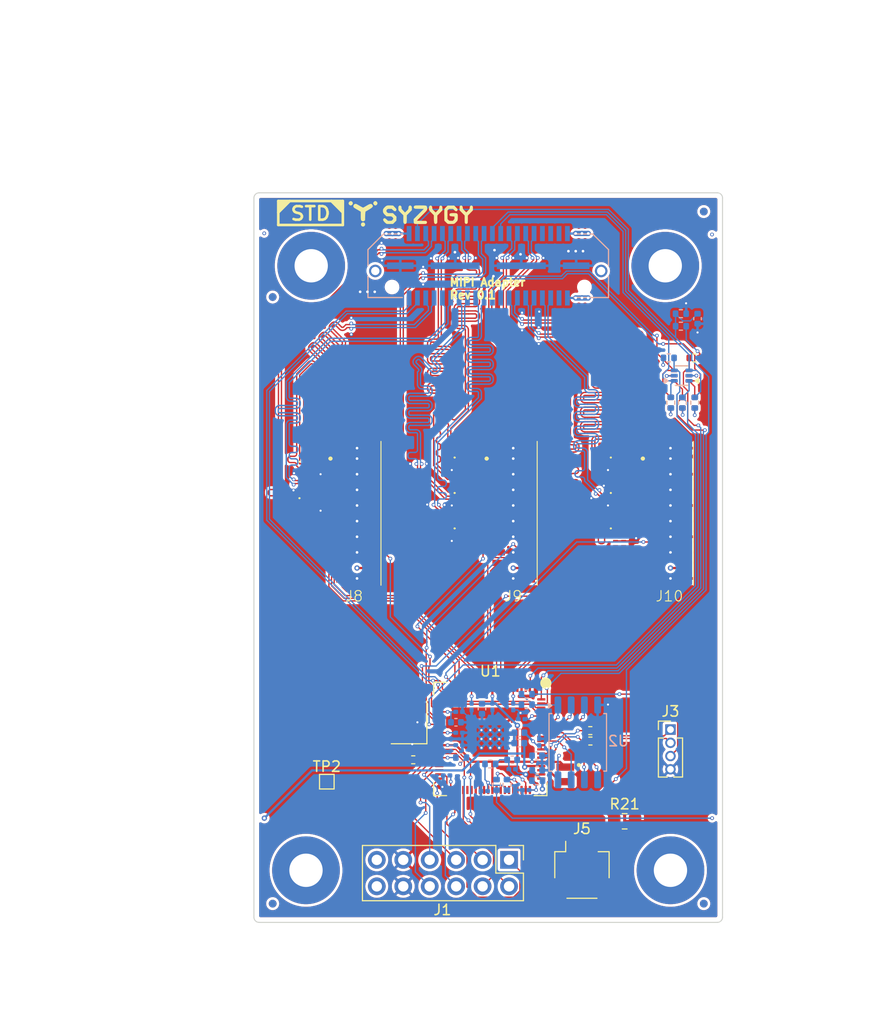
<source format=kicad_pcb>
(kicad_pcb (version 20241229) (generator "pcbnew") (generator_version "9.0")
  (title_block (title "SYZYGY MIPI Adapter") (rev "0.1") (company "tinyVision.ai Inc."))
  (layers (0 "F.Cu" signal) (4 "In1.Cu" signal) (6 "In2.Cu" signal) (2 "B.Cu" signal) (13 "F.Paste" user) (15 "B.Paste" user) (5 "F.SilkS" user "F.Silkscreen") (7 "B.SilkS" user "B.Silkscreen") (1 "F.Mask" user) (3 "B.Mask" user) (25 "Edge.Cuts" user))
  (net 0 "")
  (net 1 "P5VD")
  (net 2 "GND")
  (net 3 "P1V1D")
  (net 4 "/XIN")
  (net 5 "Net-(C4-Pad1)")
  (net 6 "Net-(U1-VREG_AVDD)")
  (net 7 "P3V3D")
  (net 8 "Net-(U1-ADC_AVDD)")
  (net 9 "/R_GA")
  (net 10 "/RESETn")
  (net 11 "/SDA_DNA")
  (net 12 "/SDA_HOST")
  (net 13 "/C2P_CLKP")
  (net 14 "/P2C_CLKN")
  (net 15 "/SCL_HOST")
  (net 17 "/BYPASSn")
  (net 19 "PVIOD")
  (net 20 "/C2P_CLKN")
  (net 21 "/P2C_CLKP")
  (net 22 "/SCL_DNA")
  (net 23 "/GPIO_HOST")
  (net 24 "/GPIO21")
  (net 25 "/SCL2")
  (net 26 "/GPIO20")
  (net 27 "/SDA2")
  (net 28 "/GPIO01")
  (net 29 "/GPIO00")
  (net 30 "/SDA0")
  (net 31 "/SCL0")
  (net 32 "/GPIO11")
  (net 33 "/SDA1")
  (net 34 "/GPIO10")
  (net 35 "/SCL1")
  (net 36 "Net-(U1-VREG_LX)")
  (net 37 "/SDA_HOST_3V3")
  (net 38 "/SCL_HOST_3V3")
  (net 39 "/GPIO_HOST_3V3")
  (net 40 "/BYPASSn_3V3")
  (net 41 "/XOUT")
  (net 42 "Net-(U1-USB_DP)")
  (net 43 "Net-(U1-USB_DM)")
  (net 44 "/RP_FLASH_CSn")
  (net 45 "/RP_QSPI.SD2")
  (net 46 "/GPIO30")
  (net 47 "/RP_QSPI.SD3")
  (net 48 "/RP_QSPI.SD0")
  (net 49 "/RP_QSPI.SCLK")
  (net 50 "/RP_QSPI.SD1")
  (net 51 "/GPIO31")
  (net 52 "/SDA3")
  (net 53 "/SCL3")
  (net 54 "Net-(U1-GPIO46_ADC6)")
  (net 65 "Net-(U1-GPIO45_ADC5)")
  (net 71 "/D0N")
  (net 72 "/D0P")
  (net 73 "/D2P")
  (net 74 "/D1P")
  (net 75 "/D1N")
  (net 76 "/D2N")
  (net 77 "/D6N")
  (net 78 "/D7P")
  (net 79 "/D5N")
  (net 80 "/D5P")
  (net 81 "/D6P")
  (net 82 "/D3P")
  (net 83 "/D7N")
  (net 84 "/D4N")
  (net 85 "/D3N")
  (net 86 "/D4P")
  (net 87 "/S11N")
  (net 88 "/S8N")
  (net 89 "/S9N")
  (net 90 "/S8P")
  (net 91 "/S9P")
  (net 92 "/S10P")
  (net 93 "/S11P")
  (net 94 "/S10N")
  (net 104 "Net-(J5-Pin_3)")
  (net 105 "Net-(J5-Pin_1)")
  (net 144 "Net-(J1-Pin_1)")
  (net 145 "Net-(J1-Pin_7)")
  (net 146 "Net-(J1-Pin_8)")
  (net 147 "Net-(J1-Pin_2)")
  (net 148 "Net-(J1-Pin_3)")
  (net 149 "Net-(J1-Pin_5)")
  (net 150 "Net-(J1-Pin_4)")
  (net 151 "Net-(J1-Pin_6)")
  (net 156 "Net-(J3-Pin_2)")
  (net 157 "Net-(J3-Pin_1)")
  (net 158 "/USB_BOOTn")
  (footprint "SYZYGY:MountingHole_3.2mm_M3_6.5mm_Pad_TopBottom" (layer "F.Cu") (at 105.5 67)
    (property "Reference" "H1" (hide yes))
    (property "Value" "MountingHole_Pad" (hide yes))
  )
  (footprint "Resistor_SMD:R_0402_1005Metric" (layer "F.Cu") (at 142.31375 75.84375 180)
    (property "Reference" "R10" (hide yes))
    (property "Value" "4.7K")
  )
  (footprint "RP2350_60QFN_minimal:L_pol_2016" (layer "F.Cu") (at 129.9 115.8 -90)
    (property "Reference" "L1" (hide yes))
    (property "Value" "3.3u")
  )
  (footprint "Fiducial:Fiducial_0.75mm_Mask1.5mm" (layer "F.Cu") (at 101.8 70)
    (property "Reference" "FID1" (hide yes))
    (property "Value" "Fiducial")
  )
  (footprint "Resistor_SMD:R_0402_1005Metric" (layer "F.Cu") (at 132.31 112.6 180)
    (property "Reference" "R6" (hide yes))
    (property "Value" "27")
  )
  (footprint "Capacitor_SMD:C_0201_0603Metric" (layer "F.Cu") (at 113.7 114.1 90)
    (property "Reference" "C4" (hide yes))
    (property "Value" "15p")
  )
  (footprint "FPC:PUSB3F96X" (layer "F.Cu") (at 117.624 90 -90)
    (property "Reference" "U6" (hide yes))
    (property "Value" "PUSB3F96")
  )
  (footprint "FPC:PUSB3F96X" (layer "F.Cu") (at 102.724 90.5 -90)
    (property "Reference" "U4" (hide yes))
    (property "Value" "PUSB3F96" (hide yes))
  )
  (footprint "Resistor_SMD:R_0402_1005Metric" (layer "F.Cu") (at 140.03 80.13 90)
    (property "Reference" "R14" (hide yes))
    (property "Value" "4.7K")
  )
  (footprint "FPC:PUSB3F96X" (layer "F.Cu") (at 117.624 86.6 -90)
    (property "Reference" "U5" (hide yes))
    (property "Value" "PUSB3F96")
  )
  (footprint "Connector_PinHeader_1.27mm:PinHeader_1x04_P1.27mm_Vertical" (layer "F.Cu") (at 140 111.5)
    (property "Reference" "J3")
    (property "Value" "Conn_01x02")
  )
  (footprint "SYZYGY:MountingHole_3.2mm_M3_6.5mm_Pad_TopBottom" (layer "F.Cu") (at 139.5 67)
    (property "Reference" "H2" (hide yes))
    (property "Value" "MountingHole_Pad" (hide yes))
  )
  (footprint "FPC:501951-2230" (layer "F.Cu") (at 124.725 90.75 -90)
    (property "Reference" "J9")
    (property "Value" "501951-2230")
  )
  (footprint "Resistor_SMD:R_0402_1005Metric" (layer "F.Cu") (at 115.3 114.4 180)
    (property "Reference" "R3" (hide yes))
    (property "Value" "1K")
  )
  (footprint "RP2350_60QFN_minimal:RP2350B_QFN-80_EP_10.573x10.573_Pitch0.4mm" (layer "F.Cu") (at 122.7 112.4 -90)
    (property "Reference" "U1")
    (property "Value" "RP2350_80QFN")
  )
  (footprint "Connector_PinHeader_2.54mm:PinHeader_2x06_P2.54mm_Vertical" (layer "F.Cu") (at 124.5 124 -90)
    (property "Reference" "J1")
    (property "Value" "Conn_02x06_Odd_Even")
  )
  (footprint "Capacitor_SMD:C_0201_0603Metric" (layer "F.Cu") (at 115.5 113.4 180)
    (property "Reference" "C3" (hide yes))
    (property "Value" "15p")
  )
  (footprint "FPC:PUSB3F96X" (layer "F.Cu") (at 117.624 93.4 -90)
    (property "Reference" "U7" (hide yes))
    (property "Value" "PUSB3F96")
  )
  (footprint "SYZYGY:MountingHole_3.2mm_M3_6.5mm_Pad_TopBottom" (layer "F.Cu") (at 140 125)
    (property "Reference" "H6" (hide yes))
    (property "Value" "MountingHole_Pad" (hide yes))
  )
  (footprint "SYZYGY:SYZYGY_STD_Logo" (layer "F.Cu") (at 108.5385 63.0885)
    (property "Reference" "LOGO1" (hide yes))
    (property "Value" "SYZYGY STD logo" (hide yes))
  )
  (footprint "Resistor_SMD:R_0402_1005Metric" (layer "F.Cu") (at 132.3 111.6 180)
    (property "Reference" "R5" (hide yes))
    (property "Value" "27")
  )
  (footprint "FPC:501951-2230" (layer "F.Cu") (at 109.725 90.75 -90)
    (property "Reference" "J8")
    (property "Value" "501951-2230")
  )
  (footprint "Fiducial:Fiducial_0.75mm_Mask1.5mm" (layer "F.Cu") (at 143.2 61.8)
    (property "Reference" "FID2" (hide yes))
    (property "Value" "Fiducial")
  )
  (footprint "SYZYGY:SYZYGY_Logo" (layer "F.Cu") (at 115 62)
    (property "Reference" "LOGO2" (hide yes))
    (property "Value" "SYZYGY logo" (hide yes))
  )
  (footprint "FPC:PUSB3F96X" (layer "F.Cu") (at 132.624 93.4 -90)
    (property "Reference" "U10" (hide yes))
    (property "Value" "PUSB3F96")
  )
  (footprint "FPC:PUSB3F96X" (layer "F.Cu") (at 132.624 86.6 -90)
    (property "Reference" "U8" (hide yes))
    (property "Value" "PUSB3F96")
  )
  (footprint "Resistor_SMD:R_0402_1005Metric" (layer "F.Cu") (at 141.15 80.14 90)
    (property "Reference" "R11" (hide yes))
    (property "Value" "4.7K")
  )
  (footprint "Crystal:Crystal_SMD_3225-4Pin_3.2x2.5mm" (layer "F.Cu") (at 114.9 110.8 90)
    (property "Reference" "Y1" (hide yes))
    (property "Value" "ABM8-272-T3")
  )
  (footprint "TestPoint:TestPoint_Pad_1.0x1.0mm" (layer "F.Cu") (at 107 116.5)
    (property "Reference" "TP2")
    (property "Value" "TestPoint")
  )
  (footprint "Resistor_SMD:R_0805_2012Metric_Pad1.20x1.40mm_HandSolder" (layer "F.Cu") (at 135.6 120.3)
    (property "Reference" "R21")
    (property "Value" "0805")
  )
  (footprint "Connector_JST:JST_SH_SM03B-SRSS-TB_1x03-1MP_P1.00mm_Horizontal" (layer "F.Cu") (at 131.5 125)
    (property "Reference" "J5")
    (property "Value" "SM03B-SRSS-TB")
  )
  (footprint "Fiducial:Fiducial_0.75mm_Mask1.5mm" (layer "F.Cu") (at 143.2 128.2)
    (property "Reference" "FID4" (hide yes))
    (property "Value" "Fiducial")
  )
  (footprint "FPC:501951-2230" (layer "F.Cu") (at 139.725 90.75 -90)
    (property "Reference" "J10")
    (property "Value" "501951-2230")
  )
  (footprint "Fiducial:Fiducial_0.75mm_Mask1.5mm" (layer "F.Cu") (at 101.8 128.2)
    (property "Reference" "FID3" (hide yes))
    (property "Value" "Fiducial")
  )
  (footprint "Package_TO_SOT_SMD:SOT-563" (layer "F.Cu") (at 141.06375 77.54375 180)
    (property "Reference" "Q1" (hide yes))
    (property "Value" "DMG1024UV-7")
  )
  (footprint "FPC:PUSB3F96X" (layer "F.Cu") (at 132.624 90 -90)
    (property "Reference" "U9" (hide yes))
    (property "Value" "PUSB3F96")
  )
  (footprint "SYZYGY:MountingHole_3.2mm_M3_6.5mm_Pad_TopBottom" (layer "F.Cu") (at 105 125)
    (property "Reference" "H4" (hide yes))
    (property "Value" "MountingHole_Pad" (hide yes))
  )
  (footprint "Resistor_SMD:R_0402_1005Metric" (layer "F.Cu") (at 142.33 80.13 90)
    (property "Reference" "R15" (hide yes))
    (property "Value" "4.7K")
  )
  (footprint "FPC:PUSB3F96X" (layer "F.Cu") (at 102.724 87 -90)
    (property "Reference" "U3" (hide yes))
    (property "Value" "PUSB3F96" (hide yes))
  )
  (footprint "Capacitor_SMD:C_0402_1005Metric" (layer "B.Cu") (at 142.6 72.08 -90)
    (property "Reference" "C44" (hide yes))
    (property "Value" "0.1uF")
  )
  (footprint "Capacitor_SMD:C_0201_0603Metric" (layer "B.Cu") (at 122.12 117.4 180)
    (property "Reference" "C42" (hide yes))
    (property "Value" "0.1u")
  )
  (footprint "Package_SO:SOIC-8_5.3x5.3mm_P1.27mm" (layer "B.Cu") (at 131.1 112.725 -90)
    (property "Reference" "U2")
    (property "Value" "W25Q32JVSSIQ" (hide yes))
  )
  (footprint "Capacitor_SMD:C_0201_0603Metric" (layer "B.Cu") (at 127.4 112.7 90)
    (property "Reference" "C43" (hide yes))
    (property "Value" "0.1u")
  )
  (footprint "Package_TO_SOT_SMD:SOT-563" (layer "B.Cu") (at 141.075 77.5375)
    (property "Reference" "Q2" (hide yes))
    (property "Value" "DMG1024UV-7")
  )
  (footprint "Capacitor_SMD:C_0201_0603Metric" (layer "B.Cu") (at 118.5 115.9 180)
    (property "Reference" "C41" (hide yes))
    (property "Value" "0.1u")
  )
  (footprint "Capacitor_SMD:C_0402_1005Metric" (layer "B.Cu") (at 121.9 109.5 -90)
    (property "Reference" "C8" (hide yes))
    (property "Value" "10u")
  )
  (footprint "Resistor_SMD:R_0402_1005Metric" (layer "B.Cu") (at 142.3375 80.1375 90)
    (property "Reference" "R16" (hide yes))
    (property "Value" "4.7K")
  )
  (footprint "Capacitor_SMD:C_0201_0603Metric" (layer "B.Cu") (at 124.8 115.3)
    (property "Reference" "C35" (hide yes))
    (property "Value" "0.1u")
  )
  (footprint "Resistor_SMD:R_0402_1005Metric" (layer "B.Cu") (at 123.3 116.8 90)
    (property "Reference" "R7" (hide yes))
    (property "Value" "100")
  )
  (footprint "Resistor_SMD:R_0402_1005Metric" (layer "B.Cu") (at 141 72.8 180)
    (property "Reference" "R18" (hide yes))
    (property "Value" "10K")
  )
  (footprint "Capacitor_SMD:C_0201_0603Metric" (layer "B.Cu") (at 119.7 113)
    (property "Reference" "C7" (hide yes))
    (property "Value" "0.1u")
  )
  (footprint "Fiducial:Fiducial_0.75mm_Mask1.5mm" (layer "B.Cu") (at 143.2 61.8)
    (property "Reference" "FID6" (hide yes))
    (property "Value" "Fiducial")
  )
  (footprint "Resistor_SMD:R_0402_1005Metric" (layer "B.Cu") (at 122.7 114.8)
    (property "Reference" "R4" (hide yes))
    (property "Value" "100")
  )
  (footprint "SYZYGY:QTE-020-01-F-D-A" (layer "B.Cu") (at 122.50032 67)
    (property "Reference" "J2" (hide yes))
    (property "Value" "SYZYGY_STD")
  )
  (footprint "Capacitor_SMD:C_0402_1005Metric" (layer "B.Cu") (at 124.8 114.4)
    (property "Reference" "C38" (hide yes))
    (property "Value" "2.2u")
  )
  (footprint "Capacitor_SMD:C_0201_0603Metric" (layer "B.Cu") (at 119.7 109.8)
    (property "Reference" "C39" (hide yes))
    (property "Value" "0.1u")
  )
  (footprint "Capacitor_SMD:C_0201_0603Metric" (layer "B.Cu") (at 124.9 109.3 -90)
    (property "Reference" "C34" (hide yes))
    (property "Value" "0.1u")
  )
  (footprint "Resistor_SMD:R_0402_1005Metric" (layer "B.Cu") (at 140.0375 80.1375 90)
    (property "Reference" "R17" (hide yes))
    (property "Value" "4.7K")
  )
  (footprint "Capacitor_SMD:C_0402_1005Metric" (layer "B.Cu") (at 125.5 111.8 180)
    (property "Reference" "C9" (hide yes))
    (property "Value" "10u")
  )
  (footprint "Capacitor_SMD:C_0201_0603Metric" (layer "B.Cu") (at 126.1 117.3 180)
    (property "Reference" "C10" (hide yes))
    (property "Value" "0.1u")
  )
  (footprint "Resistor_SMD:R_0402_1005Metric" (layer "B.Cu") (at 141.1375 80.1375 90)
    (property "Reference" "R13" (hide yes))
    (property "Value" "4.7K")
  )
  (footprint "Resistor_SMD:R_0402_1005Metric" (layer "B.Cu") (at 139.8375 75.8375)
    (property "Reference" "R12" (hide yes))
    (property "Value" "4.7K")
  )
  (footprint "Capacitor_SMD:C_0402_1005Metric" (layer "B.Cu") (at 125.48 112.8 180)
    (property "Reference" "C1" (hide yes))
    (property "Value" "10u")
  )
  (footprint "Capacitor_SMD:C_0201_0603Metric" (layer "B.Cu") (at 119.7 111.8)
    (property "Reference" "C36" (hide yes))
    (property "Value" "0.1u")
  )
  (footprint "Capacitor_SMD:C_0402_1005Metric" (layer "B.Cu") (at 127.2 115.4)
    (property "Reference" "C5" (hide yes))
    (property "Value" "10u")
  )
  (footprint "Fiducial:Fiducial_0.75mm_Mask1.5mm" (layer "B.Cu") (at 143.2 128.2)
    (property "Reference" "FID8" (hide yes))
    (property "Value" "Fiducial")
  )
  (footprint "Resistor_SMD:R_0402_1005Metric" (layer "B.Cu") (at 124.3 116.8 90)
    (property "Reference" "R20" (hide yes))
    (property "Value" "10K")
  )
  (footprint "Fiducial:Fiducial_0.75mm_Mask1.5mm" (layer "B.Cu") (at 101.8 128.2)
    (property "Reference" "FID7" (hide yes))
    (property "Value" "Fiducial")
  )
  (footprint "Capacitor_SMD:C_0201_0603Metric" (layer "B.Cu") (at 122.9 109.3 -90)
    (property "Reference" "C6" (hide yes))
    (property "Value" "0.1u")
  )
  (footprint "Capacitor_SMD:C_0201_0603Metric" (layer "B.Cu") (at 125.7 110.5 180)
    (property "Reference" "C40" (hide yes))
    (property "Value" "0.1u")
  )
  (footprint "Resistor_SMD:R_0402_1005Metric" (layer "B.Cu") (at 126.2 109.1 180)
    (property "Reference" "R9" (hide yes))
    (property "Value" "DNF")
  )
  (footprint "Resistor_SMD:R_0402_1005Metric" (layer "B.Cu") (at 141 71.6)
    (property "Reference" "R19" (hide yes))
    (property "Value" "~")
  )
  (footprint "Resistor_SMD:R_0402_1005Metric" (layer "B.Cu") (at 126.2 108.1 180)
    (property "Reference" "R8" (hide yes))
    (property "Value" "1K")
  )
  (footprint "Resistor_SMD:R_0402_1005Metric" (layer "B.Cu") (at 127.2 116.4 180)
    (property "Reference" "R1" (hide yes))
    (property "Value" "27")
  )
  (footprint "Capacitor_SMD:C_0402_1005Metric" (layer "B.Cu") (at 119.4 110.8)
    (property "Reference" "C33" (hide yes))
    (property "Value" "10u")
  )
  (footprint "Capacitor_SMD:C_0201_0603Metric" (layer "B.Cu") (at 120.9 109.3 -90)
    (property "Reference" "C37" (hide yes))
    (property "Value" "0.1u")
  )
  (footprint "Capacitor_SMD:C_0402_1005Metric" (layer "B.Cu") (at 127.18 114)
    (property "Reference" "C2" (hide yes))
    (property "Value" "10u")
  )
  (footprint "Resistor_SMD:R_0402_1005Metric" (layer "B.Cu") (at 119.9 114.19)
    (property "Reference" "R2" (hide yes))
    (property "Value" "10K")
  )
  (footprint "Fiducial:Fiducial_0.75mm_Mask1.5mm" (layer "B.Cu") (at 101.8 70)
    (property "Reference" "FID5" (hide yes))
    (property "Value" "Fiducial")
  )
  (gr_arc (start 100.5 130) (mid 100.146447 129.853553) (end 100 129.5) (stroke (width 0.1)) (layer "Edge.Cuts"))
  (gr_line (start 144.5 60) (end 100.5 60) (stroke (width 0.1)) (layer "Edge.Cuts"))
  (gr_line (start 100.5 130) (end 144.5 130) (stroke (width 0.1)) (layer "Edge.Cuts"))
  (gr_arc (start 100 60.5) (mid 100.146447 60.146447) (end 100.5 60) (stroke (width 0.1)) (layer "Edge.Cuts"))
  (gr_line (start 100 60.5) (end 100 129.5) (stroke (width 0.1)) (layer "Edge.Cuts"))
  (gr_arc (start 145 129.5) (mid 144.853553 129.853553) (end 144.5 130) (stroke (width 0.1)) (layer "Edge.Cuts"))
  (gr_line (start 145 129.5) (end 145 60.5) (stroke (width 0.1)) (layer "Edge.Cuts"))
  (gr_arc (start 144.5 60) (mid 144.853553 60.146447) (end 145 60.5) (stroke (width 0.1)) (layer "Edge.Cuts"))
  (gr_text "MIPI Adapter\nRev 0.1" (at 118.7 69.2 0) (layer "F.SilkS") (effects (font (size 0.762 0.762) (thickness 0.1905)) (justify left)))
  (segment (start 127.5965 115) (end 126.09475 115) (width 0.2159) (layer "F.Cu") (net 1))
  (segment (start 126.09475 115) (end 126 115.09475) (width 0.2159) (layer "F.Cu") (net 1))
  (via (at 113.9 63.91) (size 0.508) (drill 0.254) (layers "F.Cu" "B.Cu") (net 1))
  (via (at 113.3 63.91) (size 0.508) (drill 0.254) (layers "F.Cu" "B.Cu") (net 1))
  (via (at 126 115.09475) (size 0.508) (drill 0.254) (layers "F.Cu" "B.Cu") (net 1))
  (via (at 112.71 63.91) (size 0.508) (drill 0.254) (layers "F.Cu" "B.Cu") (net 1))
  (via (at 101 120) (size 0.508) (drill 0.254) (layers "F.Cu" "B.Cu") (net 1))
  (via (at 100.99 63.89) (size 0.3556) (drill 0.2032) (layers "F.Cu" "B.Cu") (net 1))
  (segment (start 114.90032 63.91) (end 113.9 63.91) (width 0.2159) (layer "B.Cu") (net 1))
  (segment (start 105.580928 115.419072) (end 120.029272 115.419072) (width 0.2159) (layer "B.Cu") (net 1))
  (segment (start 113.3 63.91) (end 112.71 63.91) (width 0.508) (layer "B.Cu") (net 1))
  (segment (start 125.96 113.8) (end 125.96 112.8) (width 0.2159) (layer "B.Cu") (net 1))
  (segment (start 125.96 114.978999) (end 125.96 113.8) (width 0.2159) (layer "B.Cu") (net 1))
  (segment (start 121.648344 113.8) (end 125.96 113.8) (width 0.2159) (layer "B.Cu") (net 1))
  (segment (start 113.94 63.91) (end 113.3 63.91) (width 0.508) (layer "B.Cu") (net 1))
  (segment (start 113.9 63.91) (end 113.84 63.91) (width 0.2159) (layer "B.Cu") (net 1))
  (segment (start 120.029272 115.419072) (end 121.648344 113.8) (width 0.2159) (layer "B.Cu") (net 1))
  (segment (start 126.075751 115.09475) (end 125.96 114.978999) (width 0.2159) (layer "B.Cu") (net 1))
  (segment (start 101 120) (end 105.580928 115.419072) (width 0.2159) (layer "B.Cu") (net 1))
  (segment (start 127.5965 115.8) (end 127 115.8) (width 0.2159) (layer "F.Cu") (net 2))
  (segment (start 108.5 94.5) (end 109.9 94.5) (width 0.2159) (layer "F.Cu") (net 2))
  (segment (start 111.3 97) (end 109.9 97) (width 0.2159) (layer "F.Cu") (net 2))
  (segment (start 115.75 109.7) (end 115.75 110.75) (width 0.127) (layer "F.Cu") (net 2))
  (segment (start 111.4 87) (end 109.9 87) (width 0.2159) (layer "F.Cu") (net 2))
  (segment (start 123.5 94.5) (end 124.9 94.5) (width 0.2159) (layer "F.Cu") (net 2))
  (segment (start 138.5 85.5) (end 140 85.5) (width 0.2159) (layer "F.Cu") (net 2))
  (segment (start 119.724 90) (end 119 90) (width 0.127) (layer "F.Cu") (net 2))
  (segment (start 108.5 88.5) (end 109.9 88.5) (width 0.2159) (layer "F.Cu") (net 2))
  (segment (start 123.5 85.5) (end 124.9 85.5) (width 0.2159) (layer "F.Cu") (net 2))
  (segment (start 126.4 87) (end 124.9 87) (width 0.2159) (layer "F.Cu") (net 2))
  (segment (start 134.724 86.6) (end 135.5 86.6) (width 0.127) (layer "F.Cu") (net 2))
  (segment (start 138.5 88.5) (end 140 88.5) (width 0.2159) (layer "F.Cu") (net 2))
  (segment (start 127 115.8) (end 126.2 115.8) (width 0.2159) (layer "F.Cu") (net 2))
  (segment (start 123.6 97) (end 124.9 97) (width 0.2159) (layer "F.Cu") (net 2))
  (segment (start 141.4 87) (end 140 87) (width 0.2159) (layer "F.Cu") (net 2))
  (segment (start 131.5 123) (end 131.5 121.3) (width 0.13335) (layer "F.Cu") (net 2))
  (segment (start 138.5 94.5) (end 140 94.5) (width 0.2159) (layer "F.Cu") (net 2))
  (segment (start 119.724 93.4) (end 119 93.4) (width 0.127) (layer "F.Cu") (net 2))
  (segment (start 134.724 93.4) (end 135.5 93.4) (width 0.127) (layer "F.Cu") (net 2))
  (segment (start 123.5 91.5) (end 124.9 91.5) (width 0.2159) (layer "F.Cu") (net 2))
  (segment (start 108.5 91.5) (end 109.9 91.5) (width 0.2159) (layer "F.Cu") (net 2))
  (segment (start 138.6 97) (end 140 97) (width 0.2159) (layer "F.Cu") (net 2))
  (segment (start 115.18 112.92) (end 115.2 112.9) (width 0.127) (layer "F.Cu") (net 2))
  (segment (start 119.724 90) (end 120.5 90) (width 0.127) (layer "F.Cu") (net 2))
  (segment (start 138.5 91.5) (end 140 91.5) (width 0.2159) (layer "F.Cu") (net 2))
  (segment (start 136.4317 93.4) (end 136.7 93.1317) (width 0.127) (layer "F.Cu") (net 2))
  (segment (start 134.724 90) (end 135.5 90) (width 0.127) (layer "F.Cu") (net 2))
  (segment (start 105.6 90.5) (end 106.4 90.5) (width 0.127) (layer "F.Cu") (net 2))
  (segment (start 108.6 97) (end 109.9 97) (width 0.2159) (layer "F.Cu") (net 2))
  (segment (start 126.4 90) (end 124.9 90) (width 0.2159) (layer "F.Cu") (net 2))
  (segment (start 123.6 84.5) (end 124.9 84.5) (width 0.2159) (layer "F.Cu") (net 2))
  (segment (start 104.824 90.5) (end 105.6 90.5) (width 0.127) (layer "F.Cu") (net 2))
  (segment (start 126.3 84.5) (end 124.9 84.5) (width 0.2159) (layer "F.Cu") (net 2))
  (segment (start 113.7 113.78) (end 113.7 112.25) (width 0.127) (layer "F.Cu") (net 2))
  (segment (start 134.724 90) (end 134 90) (width 0.127) (layer "F.Cu") (net 2))
  (segment (start 115.18 113.4) (end 115.2515 113.4715) (width 0.127) (layer "F.Cu") (net 2))
  (segment (start 119.724 86.6) (end 119 86.6) (width 0.127) (layer "F.Cu") (net 2))
  (segment (start 119.724 93.4) (end 120.5 93.4) (width 0.127) (layer "F.Cu") (net 2))
  (segment (start 111.3 84.5) (end 109.9 84.5) (width 0.2159) (layer "F.Cu") (net 2))
  (segment (start 141.3 84.5) (end 140 84.5) (width 0.2159) (layer "F.Cu") (net 2))
  (segment (start 134.724 86.6) (end 134 86.6) (width 0.127) (layer "F.Cu") (net 2))
  (segment (start 108.6 84.5) (end 109.9 84.5) (width 0.2159) (layer "F.Cu") (net 2))
  (segment (start 141.4 93) (end 140 93) (width 0.2159) (layer "F.Cu") (net 2))
  (segment (start 113.7 112.25) (end 114.05 111.9) (width 0.127) (layer "F.Cu") (net 2))
  (segment (start 141.4 90) (end 140 90) (width 0.2159) (layer "F.Cu") (net 2))
  (segment (start 138.6 84.5) (end 140 84.5) (width 0.2159) (layer "F.Cu") (net 2))
  (segment (start 108.5 85.5) (end 109.9 85.5) (width 0.2159) (layer "F.Cu") (net 2))
  (segment (start 115.18 113.4) (end 115.18 112.92) (width 0.127) (layer "F.Cu") (net 2))
  (segment (start 123.5 88.5) (end 124.9 88.5) (width 0.2159) (layer "F.Cu") (net 2))
  (segment (start 105.6 87) (end 106.4 87) (width 0.127) (layer "F.Cu") (net 2))
  (segment (start 111.4 90) (end 109.9 90) (width 0.2159) (layer "F.Cu") (net 2))
  (segment (start 141.3 97) (end 140 97) (width 0.2159) (layer "F.Cu") (net 2))
  (segment (start 111.4 93) (end 109.9 93) (width 0.2159) (layer "F.Cu") (net 2))
  (segment (start 104.824 87) (end 105.6 87) (width 0.127) (layer "F.Cu") (net 2))
  (segment (start 115.75 110.75) (end 115.7 110.8) (width 0.127) (layer "F.Cu") (net 2))
  (segment (start 126.4 93) (end 124.9 93) (width 0.2159) (layer "F.Cu") (net 2))
  (segment (start 126.3 97) (end 124.9 97) (width 0.2159) (layer "F.Cu") (net 2))
  (segment (start 119.724 86.6) (end 120.5 86.6) (width 0.127) (layer "F.Cu") (net 2))
  (segment (start 135.5 93.4) (end 136.4317 93.4) (width 0.127) (layer "F.Cu") (net 2))
  (via (at 115 86) (size 0.3556) (drill 0.2032) (layers "F.Cu" "B.Cu") (remove_unused_layers yes) (zone_layer_connections "F.Cu" "In1.Cu" "B.Cu") (net 2))
  (via (at 116.25 68.8) (size 0.3556) (drill 0.2032) (layers "F.Cu" "B.Cu") (remove_unused_layers yes) (zone_layer_connections "F.Cu" "In1.Cu" "B.Cu") (net 2))
  (via (at 140 87) (size 0.508) (drill 0.254) (layers "F.Cu" "B.Cu") (net 2))
  (via (at 131.5 121.3) (size 0.3556) (drill 0.2032) (layers "F.Cu" "B.Cu") (net 2))
  (via (at 118.7 66.3) (size 0.3556) (drill 0.2032) (layers "F.Cu" "B.Cu") (remove_unused_layers yes) (zone_layer_connections "F.Cu" "In1.Cu" "B.Cu") (net 2))
  (via (at 130.9 65.6) (size 0.508) (drill 0.254) (layers "F.Cu" "B.Cu") (net 2))
  (via (at 125.6 65.9) (size 0.508) (drill 0.254) (layers "F.Cu" "B.Cu") (net 2))
  (via (at 126.2 66.25) (size 0.3556) (drill 0.2032) (layers "F.Cu" "B.Cu") (remove_unused_layers yes) (zone_layer_connections "F.Cu" "In1.Cu" "B.Cu") (net 2))
  (via (at 133.6 88.1) (size 0.3556) (drill 0.2032) (layers "F.Cu" "B.Cu") (remove_unused_layers yes) (zone_layer_connections "F.Cu" "In1.Cu" "B.Cu") (net 2))
  (via (at 141.5 70.6) (size 0.3556) (drill 0.2032) (layers "F.Cu" "B.Cu") (net 2))
  (via (at 119 90) (size 0.3556) (drill 0.2032) (layers "F.Cu" "B.Cu") (net 2))
  (via (at 127.4 71.4) (size 0.3556) (drill 0.2032) (layers "F.Cu" "B.Cu") (net 2))
  (via (at 123 68) (size 0.508) (drill 0.254) (layers "F.Cu" "B.Cu") (net 2))
  (via (at 140 88.5) (size 0.508) (drill 0.254) (layers "F.Cu" "B.Cu") (net 2))
  (via (at 111.6 69.5) (size 0.508) (drill 0.254) (layers "F.Cu" "B.Cu") (net 2))
  (via (at 116.58979 85.997073) (size 0.3556) (drill 0.2032) (layers "F.Cu" "B.Cu") (remove_unused_layers yes) (zone_layer_connections "F.Cu" "In1.Cu" "B.Cu") (net 2))
  (via (at 119 93.4) (size 0.3556) (drill 0.2032) (layers "F.Cu" "B.Cu") (net 2))
  (via (at 124.9 88.5) (size 0.508) (drill 0.254) (layers "F.Cu" "B.Cu") (net 2))
  (via (at 125.75 71.5) (size 0.3556) (drill 0.2032) (layers "F.Cu" "B.Cu") (remove_unused_layers yes) (zone_layer_connections "F.Cu" "In1.Cu" "B.Cu") (net 2))
  (via (at 127.35 72.9) (size 0.3556) (drill 0.2032) (layers "F.Cu" "B.Cu") (remove_unused_layers yes) (zone_layer_connections "F.Cu" "In1.Cu" "B.Cu") (net 2))
  (via (at 116.25 67.1) (size 0.3556) (drill 0.2032) (layers "F.Cu" "B.Cu") (remove_unused_layers yes) (zone_layer_connections "F.Cu" "In1.Cu" "B.Cu") (net 2))
  (via (at 127.8 66.25) (size 0.3556) (drill 0.2032) (layers "F.Cu" "B.Cu") (remove_unused_layers yes) (zone_layer_connections "F.Cu" "In1.Cu" "B.Cu") (net 2))
  (via (at 109.9 91.5) (size 0.508) (drill 0.254) (layers "F.Cu" "B.Cu") (net 2))
  (via (at 103.8 88.55) (size 0.3556) (drill 0.2032) (layers "F.Cu" "B.Cu") (remove_unused_layers yes) (zone_layer_connections "F.Cu" "In1.Cu" "B.Cu") (net 2))
  (via (at 124.9 90) (size 0.508) (drill 0.254) (layers "F.Cu" "B.Cu") (net 2))
  (via (at 112.3 66.5) (size 0.3556) (drill 0.2032) (layers "F.Cu" "B.Cu") (net 2))
  (via (at 130.2 65.6) (size 0.508) (drill 0.254) (layers "F.Cu" "B.Cu") (net 2))
  (via (at 142.6 73.4) (size 0.3556) (drill 0.2032) (layers "F.Cu" "B.Cu") (net 2))
  (via (at 124.9 97) (size 0.508) (drill 0.254) (layers "F.Cu" "B.Cu") (net 2))
  (via (at 109.9 93) (size 0.508) (drill 0.254) (layers "F.Cu" "B.Cu") (net 2))
  (via (at 123.1 65.5) (size 0.508) (drill 0.254) (layers "F.Cu" "B.Cu") (net 2))
  (via (at 110.2 69.5) (size 0.508) (drill 0.254) (layers "F.Cu" "B.Cu") (net 2))
  (via (at 124.9 84.5) (size 0.508) (drill 0.254) (layers "F.Cu" "B.Cu") (net 2))
  (via (at 132.4 89.3) (size 0.3556) (drill 0.2032) (layers "F.Cu" "B.Cu") (remove_unused_layers yes) (zone_layer_connections "F.Cu" "In1.Cu" "B.Cu") (net 2))
  (via (at 116.638701 89.911299) (size 0.3556) (drill 0.2032) (layers "F.Cu" "B.Cu") (remove_unused_layers yes) (zone_layer_connections "F.Cu" "In1.Cu" "B.Cu") (net 2))
  (via (at 124.9 91.5) (size 0.508) (drill 0.254) (layers "F.Cu" "B.Cu") (net 2))
  (via (at 125.75 73.2) (size 0.3556) (drill 0.2032) (layers "F.Cu" "B.Cu") (remove_unused_layers yes) (zone_layer_connections "F.Cu" "In1.Cu" "B.Cu") (net 2))
  (via (at 140 91.5) (size 0.508) (drill 0.254) (layers "F.Cu" "B.Cu") (net 2))
  (via (at 115.2 112.9) (size 0.3556) (drill 0.2032) (layers "F.Cu" "B.Cu") (net 2))
  (via (at 103.85 86.9) (size 0.3556) (drill 0.2032) (layers "F.Cu" "B.Cu") (remove_unused_layers yes) (zone_layer_connections "F.Cu" "In1.Cu" "B.Cu") (net 2))
  (via (at 134 90) (size 0.3556) (drill 0.2032) (layers "F.Cu" "B.Cu") (net 2))
  (via (at 121.3 66.25) (size 0.3556) (drill 0.2032) (layers "F.Cu" "B.Cu") (remove_unused_layers yes) (zone_layer_connections "F.Cu" "In1.Cu" "B.Cu") (net 2))
  (via (at 115.7 110.8) (size 0.3556) (drill 0.2032) (layers "F.Cu" "B.Cu") (net 2))
  (via (at 140 84.5) (size 0.508) (drill 0.254) (layers "F.Cu" "B.Cu") (net 2))
  (via (at 110.9 69.5) (size 0.508) (drill 0.254) (layers "F.Cu" "B.Cu") (net 2))
  (via (at 140 93) (size 0.508) (drill 0.254) (layers "F.Cu" "B.Cu") (net 2))
  (via (at 140 97) (size 0.508) (drill 0.254) (layers "F.Cu" "B.Cu") (net 2))
  (via (at 109.9 97) (size 0.508) (drill 0.254) (layers "F.Cu" "B.Cu") (net 2))
  (via (at 119 86.6) (size 0.3556) (drill 0.2032) (layers "F.Cu" "B.Cu") (net 2))
  (via (at 119.3 65.7) (size 0.508) (drill 0.254) (layers "F.Cu" "B.Cu") (net 2))
  (via (at 124.9 87) (size 0.508) (drill 0.254) (layers "F.Cu" "B.Cu") (net 2))
  (via (at 109.9 87) (size 0.508) (drill 0.254) (layers "F.Cu" "B.Cu") (net 2))
  (via (at 126.1 115.8) (size 0.508) (drill 0.254) (layers "F.Cu" "B.Cu") (net 2))
  (via (at 109.9 85.5) (size 0.508) (drill 0.254) (layers "F.Cu" "B.Cu") (net 2))
  (via (at 109.9 88.5) (size 0.508) (drill 0.254) (layers "F.Cu" "B.Cu") (net 2))
  (via (at 124.9 85.5) (size 0.508) (drill 0.254) (layers "F.Cu" "B.Cu") (net 2))
  (via (at 106.4 87) (size 0.3556) (drill 0.2032) (layers "F.Cu" "B.Cu") (net 2))
  (via (at 112.25 64.8) (size 0.3556) (drill 0.2032) (layers "F.Cu" "B.Cu") (net 2))
  (via (at 134 86.6) (size 0.3556) (drill 0.2032) (layers "F.Cu" "B.Cu") (net 2))
  (via (at 118.3 89.95) (size 0.3556) (drill 0.2032) (layers "F.Cu" "B.Cu") (remove_unused_layers yes) (zone_layer_connections "F.Cu" "In1.Cu" "B.Cu") (net 2))
  (via (at 136.7 93.1317) (size 0.3556) (drill 0.2032) (layers "F.Cu" "B.Cu") (net 2))
  (via (at 131.6 65.6) (size 0.508) (drill 0.254) (layers "F.Cu" "B.Cu") (net 2))
  (via (at 106.4 90.5) (size 0.3556) (drill 0.2032) (layers "F.Cu" "B.Cu") (net 2))
  (via (at 127.35 74.5) (size 0.3556) (drill 0.2032) (layers "F.Cu" "B.Cu") (remove_unused_layers yes) (zone_layer_connections "F.Cu" "In1.Cu" "B.Cu") (net 2))
  (via (at 109.35 72) (size 0.3556) (drill 0.2032) (layers "F.Cu" "B.Cu") (remove_unused_layers yes) (zone_layer_connections "F.Cu" "In1.Cu" "B.Cu") (net 2))
  (via (at 109.9 94.5) (size 0.508) (drill 0.254) (layers "F.Cu" "B.Cu") (net 2))
  (via (at 124.9 66.248198) (size 0.3556) (drill 0.2032) (layers "F.Cu" "B.Cu") (remove_unused_layers yes) (zone_layer_connections "F.Cu" "In1.Cu" "B.Cu") (net 2))
  (via (at 140 85.5) (size 0.508) (drill 0.254) (layers "F.Cu" "B.Cu") (net 2))
  (via (at 140 90) (size 0.508) (drill 0.254) (layers "F.Cu" "B.Cu") (net 2))
  (via (at 123.3 66.25) (size 0.3556) (drill 0.2032) (layers "F.Cu" "B.Cu") (remove_unused_layers yes) (zone_layer_connections "F.Cu" "In1.Cu" "B.Cu") (net 2))
  (via (at 119.6 66.25) (size 0.3556) (drill 0.2032) (layers "F.Cu" "B.Cu") (remove_unused_layers yes) (zone_layer_connections "F.Cu" "In1.Cu" "B.Cu") (net 2))
  (via (at 140 94.5) (size 0.508) (drill 0.254) (layers "F.Cu" "B.Cu") (net 2))
  (via (at 134 109.1) (size 0.3556) (drill 0.2032) (layers "F.Cu" "B.Cu") (net 2))
  (via (at 117 66.278802) (size 0.3556) (drill 0.2032) (layers "F.Cu" "B.Cu") (remove_unused_layers yes) (zone_layer_connections "F.Cu" "In1.Cu" "B.Cu") (net 2))
  (via (at 124.9 94.5) (size 0.508) (drill 0.254) (layers "F.Cu" "B.Cu") (net 2))
  (via (at 125.6 109.9) (size 0.3556) (drill 0.2032) (layers "F.Cu" "B.Cu") (net 2))
  (via (at 118.1 117) (size 0.3556) (drill 0.2032) (layers "F.Cu" "B.Cu") (net 2))
  (via (at 109.9 84.5) (size 0.508) (drill 0.254) (layers "F.Cu" "B.Cu") (net 2))
  (via (at 124.9 93) (size 0.508) (drill 0.254) (layers "F.Cu" "B.Cu") (net 2))
  (via (at 109.9 90) (size 0.508) (drill 0.254) (layers "F.Cu" "B.Cu") (net 2))
  (via (at 109.35 73.58565) (size 0.3556) (drill 0.2032) (layers "F.Cu" "B.Cu") (remove_unused_layers yes) (zone_layer_connections "F.Cu" "In1.Cu" "B.Cu") (net 2))
  (segment (start 122.9 109.62) (end 122.9 111.35) (width 0.127) (layer "B.Cu") (net 2))
  (segment (start 133.9625 109.1375) (end 134 109.1) (width 0.127) (layer "B.Cu") (net 2))
  (segment (start 120.02 109.8) (end 120.1 109.8) (width 0.127) (layer "B.Cu") (net 2))
  (segment (start 120.9 109.62) (end 120.9 110.6) (width 0.127) (layer "B.Cu") (net 2))
  (segment (start 125.12 114.56) (end 125.28 114.4) (width 0.127) (layer "B.Cu") (net 2))
  (segment (start 118.18 115.9) (end 118.18 116.08) (width 0.13335) (layer "B.Cu") (net 2))
  (segment (start 133.005 109.1375) (end 133.9625 109.1375) (width 0.127) (layer "B.Cu") (net 2))
  (segment (start 125.96935 115.66935) (end 126.1 115.8) (width 0.127) (layer "B.Cu") (net 2))
  (segment (start 121.6 113) (end 121.85 113.25) (width 0.127) (layer "B.Cu") (net 2))
  (segment (start 125.32 109.62) (end 125.6 109.9) (width 0.13335) (layer "B.Cu") (net 2))
  (segment (start 121.1 110.8) (end 121.85 111.55) (width 0.127) (layer "B.Cu") (net 2))
  (segment (start 125.38 110.12) (end 125.6 109.9) (width 0.13335) (layer "B.Cu") (net 2))
  (segment (start 125 112.8) (end 123.95 112.8) (width 0.2159) (layer "B.Cu") (net 2))
  (segment (start 121.9 111.5) (end 121.85 111.55) (width 0.127) (layer "B.Cu") (net 2))
  (segment (start 119.88 110.8) (end 121.1 110.8) (width 0.127) (layer "B.Cu") (net 2))
  (segment (start 141.51 71.6) (end 141.5 71.6) (width 0.13335) (layer "B.Cu") (net 2))
  (segment (start 120.02 113) (end 121.6 113) (width 0.127) (layer "B.Cu") (net 2))
  (segment (start 120.1 109.8) (end 121.85 111.55) (width 0.127) (layer "B.Cu") (net 2))
  (segment (start 124.9 109.62) (end 125.32 109.62) (width 0.13335) (layer "B.Cu") (net 2))
  (segment (start 121.9 110.75) (end 122.7 111.55) (width 0.2159) (layer "B.Cu") (net 2))
  (segment (start 118.18 116.08) (end 118.2 116.1) (width 0.13335) (layer "B.Cu") (net 2))
  (segment (start 125.38 110.5) (end 125.38 110.12) (width 0.13335) (layer "B.Cu") (net 2))
  (segment (start 123.95 112.8) (end 123.55 112.4) (width 0.2159) (layer "B.Cu") (net 2))
  (segment (start 120.9 110.6) (end 121.85 111.55) (width 0.127) (layer "B.Cu") (net 2))
  (segment (start 125.02 112) (end 124 112) (width 0.2159) (layer "B.Cu") (net 2))
  (segment (start 122.9 111.35) (end 122.7 111.55) (width 0.127) (layer "B.Cu") (net 2))
  (segment (start 127.35 72.9) (end 127.35 71.45) (width 0.127) (layer "B.Cu") (net 2))
  (segment (start 118.18 115.9) (end 118.18 116.92) (width 0.13335) (layer "B.Cu") (net 2))
  (segment (start 118.18 116.92) (end 118.1 117) (width 0.13335) (layer "B.Cu") (net 2))
  (segment (start 125.12 115.42) (end 125.36935 115.66935) (width 0.127) (layer "B.Cu") (net 2))
  (segment (start 142.6 72.56) (end 142.6 73.4) (width 0.127) (layer "B.Cu") (net 2))
  (segment (start 124 112) (end 123.55 111.55) (width 0.2159) (layer "B.Cu") (net 2))
  (segment (start 125.12 115.3) (end 125.12 115.42) (width 0.127) (layer "B.Cu") (net 2))
  (segment (start 125.36935 115.66935) (end 125.96935 115.66935) (width 0.127) (layer "B.Cu") (net 2))
  (segment (start 125.28 114.4) (end 125.28 115.14) (width 0.127) (layer "B.Cu") (net 2))
  (segment (start 125.28 115.14) (end 125.12 115.3) (width 0.127) (layer "B.Cu") (net 2))
  (segment (start 121.25 111.8) (end 121.85 112.4) (width 0.127) (layer "B.Cu") (net 2))
  (segment (start 120.02 111.8) (end 121.25 111.8) (width 0.127) (layer "B.Cu") (net 2))
  (segment (start 127.35 71.45) (end 127.4 71.4) (width 0.127) (layer "B.Cu") (net 2))
  (segment (start 141.5 71.6) (end 141.5 70.6) (width 0.13335) (layer "B.Cu") (net 2))
  (segment (start 121.9 109.98) (end 121.9 110.75) (width 0.2159) (layer "B.Cu") (net 2))
  (segment (start 123.6 113.2) (end 123.55 113.25) (width 0.127) (layer "B.Cu") (net 2))
  (segment (start 120.98625 114.58625) (end 119.4 113) (width 0.2159) (layer "F.Cu") (net 3))
  (segment (start 119.4 113) (end 117.8035 113) (width 0.2159) (layer "F.Cu") (net 3))
  (segment (start 123.77 114.58625) (end 122.9 114.58625) (width 0.2159) (layer "F.Cu") (net 3))
  (segment (start 122.9 117.2965) (end 122.9 114.58625) (width 0.2159) (layer "F.Cu") (net 3))
  (segment (start 122.9 108.3) (end 122.9 107.5035) (width 0.2159) (layer "F.Cu") (net 3))
  (segment (start 125.3 114.58625) (end 123.77 114.58625) (width 0.2159) (layer "F.Cu") (net 3))
  (segment (start 127.5965 114.6) (end 129.4 114.6) (width 0.2159) (layer "F.Cu") (net 3))
  (segment (start 127.5965 114.6) (end 127.58275 114.58625) (width 0.2159) (layer "F.Cu") (net 3))
  (segment (start 126.8 114.58625) (end 126.7 114.58625) (width 0.2159) (layer "F.Cu") (net 3))
  (segment (start 127.58275 114.58625) (end 126.8 114.58625) (width 0.2159) (layer "F.Cu") (net 3))
  (segment (start 122.9 114.58625) (end 120.98625 114.58625) (width 0.2159) (layer "F.Cu") (net 3))
  (segment (start 126.7 114.58625) (end 125.3 114.58625) (width 0.2159) (layer "F.Cu") (net 3))
  (segment (start 125.3 111.2) (end 125.3 114.58625) (width 0.2159) (layer "F.Cu") (net 3))
  (segment (start 129.4 114.6) (end 129.9 115.1) (width 0.2159) (layer "F.Cu") (net 3))
  (via (at 122.9 108.3) (size 0.3556) (drill 0.2032) (layers "F.Cu" "B.Cu") (net 3))
  (via (at 118.6 113) (size 0.3556) (drill 0.2032) (layers "F.Cu" "B.Cu") (net 3))
  (via (at 125.3 111.1) (size 0.508) (drill 0.254) (layers "F.Cu" "B.Cu") (net 3))
  (via (at 126.7 114.58625) (size 0.3556) (drill 0.2032) (layers "F.Cu" "B.Cu") (net 3))
  (segment (start 119.38 113) (end 118.6 113) (width 0.127) (layer "B.Cu") (net 3))
  (segment (start 122.9 108.98) (end 122.9 108.3) (width 0.2159) (layer "B.Cu") (net 3))
  (segment (start 126.7 114) (end 126.7 114.58625) (width 0.2159) (layer "B.Cu") (net 3))
  (segment (start 126.72 114.56625) (end 126.7 114.58625) (width 0.127) (layer "B.Cu") (net 3))
  (segment (start 123.18 108.98) (end 125.3 111.1) (width 0.2159) (layer "B.Cu") (net 3))
  (segment (start 122.86 109.02) (end 122.9 108.98) (width 0.127) (layer "B.Cu") (net 3))
  (segment (start 122.9 108.98) (end 123.18 108.98) (width 0.2159) (layer "B.Cu") (net 3))
  (segment (start 121.9 109.02) (end 122.86 109.02) (width 0.2159) (layer "B.Cu") (net 3))
  (segment (start 116.05 112.2) (end 117.8035 112.2) (width 0.127) (layer "F.Cu") (net 4))
  (segment (start 115.75 111.9) (end 116.05 112.2) (width 0.127) (layer "F.Cu") (net 4))
  (segment (start 115.82 111.97) (end 115.75 111.9) (width 0.127) (layer "F.Cu") (net 4))
  (segment (start 115.82 113.4) (end 115.82 111.97) (width 0.127) (layer "F.Cu") (net 4))
  (segment (start 114.8415 110.4915) (end 114.05 109.7) (width 0.127) (layer "F.Cu") (net 5))
  (segment (start 114.8415 112.656802) (end 114.8415 110.4915) (width 0.127) (layer "F.Cu") (net 5))
  (segment (start 113.7 114.42) (end 114.77 114.42) (width 0.127) (layer "F.Cu") (net 5))
  (segment (start 114.7585 112.739802) (end 114.8415 112.656802) (width 0.127) (layer "F.Cu") (net 5))
  (segment (start 114.79 114.4) (end 114.7585 114.3685) (width 0.127) (layer "F.Cu") (net 5))
  (segment (start 114.7585 114.3685) (end 114.7585 112.739802) (width 0.127) (layer "F.Cu") (net 5))
  (segment (start 114.77 114.42) (end 114.79 114.4) (width 0.127) (layer "F.Cu") (net 5))
  (segment (start 127.7 116.3035) (end 127.5965 116.2) (width 0.127) (layer "F.Cu") (net 6))
  (segment (start 127.7 117.2) (end 127.7 116.3035) (width 0.2159) (layer "F.Cu") (net 6))
  (via (at 127.7 117.2) (size 0.508) (drill 0.254) (layers "F.Cu" "B.Cu") (net 6))
  (segment (start 127.71 116.4) (end 127.71 116.39) (width 0.127) (layer "B.Cu") (net 6))
  (segment (start 127.71 116.39) (end 126.72 115.4) (width 0.2159) (layer "B.Cu") (net 6))
  (segment (start 127.71 116.39) (end 127.71 117.19) (width 0.2159) (layer "B.Cu") (net 6))
  (segment (start 127.71 117.19) (end 127.7 117.2) (width 0.127) (layer "B.Cu") (net 6))
  (segment (start 126.72 115.4) (end 126.6 115.4) (width 0.127) (layer "B.Cu") (net 6))
  (segment (start 127.5965 113) (end 127.5965 113.4) (width 0.127) (layer "F.Cu") (net 7))
  (segment (start 142.82375 75.42375) (end 142.6 75.2) (width 0.127) (layer "F.Cu") (net 7))
  (segment (start 120.9 108.3) (end 120.9 107.5035) (width 0.127) (layer "F.Cu") (net 7))
  (segment (start 141.15 81.29) (end 141.17 81.31) (width 0.127) (layer "F.Cu") (net 7))
  (segment (start 142.82375 75.84375) (end 142.82375 75.42375) (width 0.127) (layer "F.Cu") (net 7))
  (segment (start 141.4 96) (end 140 96) (width 0.2159) (layer "F.Cu") (net 7))
  (segment (start 118.6 111.8) (end 117.8035 111.8) (width 0.127) (layer "F.Cu") (net 7))
  (segment (start 126.5035 117.3) (end 126.5 117.2965) (width 0.127) (layer "F.Cu") (net 7))
  (segment (start 122.48725 116.6) (end 122.48725 117.28375) (width 0.127) (layer "F.Cu") (net 7))
  (segment (start 118.6 109.8) (end 117.8035 109.8) (width 0.127) (layer "F.Cu") (net 7))
  (segment (start 141.15 80.65) (end 141.15 81.29) (width 0.127) (layer "F.Cu") (net 7))
  (segment (start 127.5965 113) (end 127.18 113) (width 0.127) (layer "F.Cu") (net 7))
  (segment (start 127.1 117.3) (end 126.5035 117.3) (width 0.127) (layer "F.Cu") (net 7))
  (segment (start 124.9 108.3) (end 124.9 107.5035) (width 0.127) (layer "F.Cu") (net 7))
  (segment (start 118.9 116.5) (end 118.9 117.2965) (width 0.127) (layer "F.Cu") (net 7))
  (segment (start 122.48725 117.28375) (end 122.5 117.2965) (width 0.127) (layer "F.Cu") (net 7))
  (segment (start 126.4 96) (end 124.9 96) (width 0.2159) (layer "F.Cu") (net 7))
  (segment (start 127.18 113) (end 126.8 112.62) (width 0.127) (layer "F.Cu") (net 7))
  (segment (start 126.7 110.2) (end 127.5965 110.2) (width 0.127) (layer "F.Cu") (net 7))
  (segment (start 111.4 96) (end 109.9 96) (width 0.2159) (layer "F.Cu") (net 7))
  (via (at 130.9 63.9) (size 0.508) (drill 0.254) (layers "F.Cu" "B.Cu") (net 7))
  (via (at 124.9 96) (size 0.508) (drill 0.254) (layers "F.Cu" "B.Cu") (net 7))
  (via (at 118.6 109.8) (size 0.3556) (drill 0.2032) (layers "F.Cu" "B.Cu") (net 7))
  (via (at 124.9 108.3) (size 0.3556) (drill 0.2032) (layers "F.Cu" "B.Cu") (net 7))
  (via (at 139.298322 76.511678) (size 0.3556) (drill 0.2032) (layers "F.Cu" "B.Cu") (net 7))
  (via (at 120.9 108.3) (size 0.3556) (drill 0.2032) (layers "F.Cu" "B.Cu") (net 7))
  (via (at 119.8 114.8) (size 0.3556) (drill 0.2032) (layers "F.Cu" "B.Cu") (net 7))
  (via (at 129.3 114) (size 0.3556) (drill 0.2032) (layers "F.Cu" "B.Cu") (net 7))
  (via (at 126.7 110.2) (size 0.3556) (drill 0.2032) (layers "F.Cu" "B.Cu") (net 7))
  (via (at 131.5 63.9) (size 0.508) (drill 0.254) (layers "F.Cu" "B.Cu") (net 7))
  (via (at 122.48725 116.6) (size 0.3556) (drill 0.2032) (layers "F.Cu" "B.Cu") (net 7))
  (via (at 118.9 116.5) (size 0.3556) (drill 0.2032) (layers "F.Cu" "B.Cu") (net 7))
  (via (at 140 96) (size 0.508) (drill 0.254) (layers "F.Cu" "B.Cu") (net 7))
  (via (at 132.1 63.9) (size 0.508) (drill 0.254) (layers "F.Cu" "B.Cu") (net 7))
  (via (at 142.6 75.2) (size 0.3556) (drill 0.2032) (layers "F.Cu" "B.Cu") (net 7))
  (via (at 127.1 117.3) (size 0.3556) (drill 0.2032) (layers "F.Cu" "B.Cu") (net 7))
  (via (at 141.17 81.31) (size 0.3556) (drill 0.2032) (layers "F.Cu" "B.Cu") (net 7))
  (via (at 118.6 111.8) (size 0.3556) (drill 0.2032) (layers "F.Cu" "B.Cu") (net 7))
  (via (at 109.9 96) (size 0.508) (drill 0.254) (layers "F.Cu" "B.Cu") (net 7))
  (via (at 126.8 112.62) (size 0.3556) (drill 0.2032) (layers "F.Cu" "B.Cu") (net 7))
  (segment (start 119.38 109.8) (end 119 109.8) (width 0.127) (layer "B.Cu") (net 7))
  (segment (start 139.298322 76.511678) (end 139.298322 75.866678) (width 0.127) (layer "B.Cu") (net 7))
  (segment (start 142.6 75.2) (end 141.51 74.11) (width 0.127) (layer "B.Cu") (net 7))
  (segment (start 122.19 114.8) (end 122.19 116.30275) (width 0.127) (layer "B.Cu") (net 7))
  (segment (start 141.17 81.31) (end 141.17 80.68) (width 0.127) (layer "B.Cu") (net 7))
  (segment (start 141.51 74.11) (end 141.51 72.8) (width 0.127) (layer "B.Cu") (net 7))
  (segment (start 127.2 113.02) (end 126.8 112.62) (width 0.127) (layer "B.Cu") (net 7))
  (segment (start 129.22 116.3375) (end 129.195 116.3125) (width 0.127) (layer "B.Cu") (net 7))
  (segment (start 130.9 63.9) (end 131.5 63.9) (width 0.508) (layer "B.Cu") (net 7))
  (segment (start 139.298322 75.866678) (end 139.3275 75.8375) (width 0.127) (layer "B.Cu") (net 7))
  (segment (start 130.10032 63.91) (end 130.7 63.91) (width 0.2159) (layer "B.Cu") (net 7))
  (segment (start 118.92 110.8) (end 118.92 109.88) (width 0.127) (layer "B.Cu") (net 7))
  (segment (start 126.02 110.5) (end 126.4 110.5) (width 0.127) (layer "B.Cu") (net 7))
  (segment (start 118.9 115.98) (end 118.82 115.9) (width 0.127) (layer "B.Cu") (net 7))
  (segment (start 119 109.8) (end 118.6 109.8) (width 0.127) (layer "B.Cu") (net 7))
  (segment (start 124.3 117.31) (end 123.8385 116.8485) (width 0.127) (layer "B.Cu") (net 7))
  (segment (start 120.9 108.98) (end 120.9 108.3) (width 0.127) (layer "B.Cu") (net 7))
  (segment (start 126.8 112.62) (end 125.98 111.8) (width 0.2159) (layer "B.Cu") (net 7))
  (segment (start 141.17 80.68) (end 141.1375 80.6475) (width 0.127) (layer "B.Cu") (net 7))
  (segment (start 127.1 116.81) (end 126.69 116.4) (width 0.127) (layer "B.Cu") (net 7))
  (segment (start 119.38 111.8) (end 118.6 111.8) (width 0.127) (layer "B.Cu") (net 7))
  (segment (start 122.44 116.64725) (end 122.48725 116.6) (width 0.127) (layer "B.Cu") (net 7))
  (segment (start 118.92 109.88) (end 119 109.8) (width 0.127) (layer "B.Cu") (net 7))
  (segment (start 123.8385 116.8485) (end 122.73575 116.8485) (width 0.127) (layer "B.Cu") (net 7))
  (segment (start 122.19 116.30275) (end 122.48725 116.6) (width 0.127) (layer "B.Cu") (net 7))
  (segment (start 118.9 116.5) (end 118.9 115.98) (width 0.127) (layer "B.Cu") (net 7))
  (segment (start 131.5 63.9) (end 132.1 63.9) (width 0.508) (layer "B.Cu") (net 7))
  (segment (start 126.42 117.3) (end 127.1 117.3) (width 0.127) (layer "B.Cu") (net 7))
  (segment (start 122.48725 116.6) (end 122.48725 116.48725) (width 0.127) (layer "B.Cu") (net 7))
  (segment (start 126.4 110.5) (end 126.7 110.2) (width 0.127) (layer "B.Cu") (net 7))
  (segment (start 126.02 111.96) (end 125.98 112) (width 0.127) (layer "B.Cu") (net 7))
  (segment (start 125.02 109.1) (end 124.9 108.98) (width 0.127) (layer "B.Cu") (net 7))
  (segment (start 127.4 113.02) (end 127.2 113.02) (width 0.127) (layer "B.Cu") (net 7))
  (segment (start 129.195 114.105) (end 129.3 114) (width 0.127) (layer "B.Cu") (net 7))
  (segment (start 120.41 114.19) (end 119.8 114.8) (width 0.127) (layer "B.Cu") (net 7))
  (segment (start 122.44 117.4) (end 122.44 116.64725) (width 0.127) (layer "B.Cu") (net 7))
  (segment (start 124.9 108.98) (end 124.9 108.3) (width 0.127) (layer "B.Cu") (net 7))
  (segment (start 122.73575 116.8485) (end 122.48725 116.6) (width 0.127) (layer "B.Cu") (net 7))
  (segment (start 129.195 116.3125) (end 129.195 114.105) (width 0.127) (layer "B.Cu") (net 7))
  (segment (start 127.1 117.3) (end 127.1 116.81) (width 0.127) (layer "B.Cu") (net 7))
  (segment (start 125.69 109.1) (end 125.02 109.1) (width 0.127) (layer "B.Cu") (net 7))
  (segment (start 126.1 117.2965) (end 126.1 116.6) (width 0.13335) (layer "F.Cu") (net 8))
  (segment (start 126.1 116.6) (end 125.8 116.3) (width 0.13335) (layer "F.Cu") (net 8))
  (via (at 125.8 116.3) (size 0.3556) (drill 0.2032) (layers "F.Cu" "B.Cu") (net 8))
  (segment (start 125.8 116.3) (end 125.427525 115.927525) (width 0.13335) (layer "B.Cu") (net 8))
  (segment (start 124.48 115.3) (end 124.48 114.56) (width 0.127) (layer "B.Cu") (net 8))
  (segment (start 124.48 115.38) (end 124.48 115.3) (width 0.13335) (layer "B.Cu") (net 8))
  (segment (start 123.21 114.79) (end 123.6 114.4) (width 0.127) (layer "B.Cu") (net 8))
  (segment (start 124.48 114.56) (end 124.32 114.4) (width 0.127) (layer "B.Cu") (net 8))
  (segment (start 123.6 114.4) (end 124.32 114.4) (width 0.127) (layer "B.Cu") (net 8))
  (segment (start 125.427525 115.927525) (end 125.027525 115.927525) (width 0.13335) (layer "B.Cu") (net 8))
  (segment (start 125.027525 115.927525) (end 124.48 115.38) (width 0.13335) (layer "B.Cu") (net 8))
  (segment (start 123.21 114.8) (end 123.21 114.79) (width 0.127) (layer "B.Cu") (net 8))
  (segment (start 132.7 118.3) (end 125.77773 118.3) (width 0.127) (layer "F.Cu") (net 9))
  (segment (start 125.7 118.22227) (end 125.7 117.2965) (width 0.127) (layer "F.Cu") (net 9))
  (segment (start 125.77773 118.3) (end 125.7 118.22227) (width 0.127) (layer "F.Cu") (net 9))
  (segment (start 134.75 116.25) (end 132.7 118.3) (width 0.127) (layer "F.Cu") (net 9))
  (via (at 134.75 116.25) (size 0.3556) (drill 0.2032) (layers "F.Cu" "B.Cu") (net 9))
  (segment (start 115.70032 62.9783) (end 115.70032 63.91) (width 0.127) (layer "B.Cu") (net 9))
  (segment (start 115.70032 63.415) (end 115.70032 63.91) (width 0.127) (layer "B.Cu") (net 9))
  (segment (start 135.771248 115.228752) (end 135.771248 105.771248) (width 0.127) (layer "B.Cu") (net 9))
  (segment (start 141.1785 72.2885) (end 140.49 71.6) (width 0.127) (layer "B.Cu") (net 9))
  (segment (start 142.6 71.6) (end 141.9115 72.2885) (width 0.127) (layer "B.Cu") (net 9))
  (segment (start 140.455312 73.844688) (end 135.955 69.344376) (width 0.127) (layer "B.Cu") (net 9))
  (segment (start 142.0425 76.0425) (end 142.0425 75.431876) (width 0.127) (layer "B.Cu") (net 9))
  (segment (start 141.9115 72.2885) (end 141.1785 72.2885) (width 0.127) (layer "B.Cu") (net 9))
  (segment (start 135.955 69.344376) (end 135.955 63.494376) (width 0.127) (layer "B.Cu") (net 9))
  (segment (start 140.49 72.8) (end 140.49 73.81) (width 0.127) (layer "B.Cu") (net 9))
  (segment (start 135.955 63.494376) (end 134.050625 61.590001) (width 0.127) (layer "B.Cu") (net 9))
  (segment (start 140.49 71.6) (end 140.49 72.2) (width 0.127) (layer "B.Cu") (net 9))
  (segment (start 143.6693 77.6693) (end 142.0425 76.0425) (width 0.127) (layer "B.Cu") (net 9))
  (segment (start 140.49 72.2) (end 140.49 72.8) (width 0.127) (layer "B.Cu") (net 9))
  (segment (start 134.75 116.25) (end 135.771248 115.228752) (width 0.127) (layer "B.Cu") (net 9))
  (segment (start 117.088619 61.590001) (end 115.70032 62.9783) (width 0.127) (layer "B.Cu") (net 9))
  (segment (start 135.771248 105.771248) (end 143.419999 98.122497) (width 0.127) (layer "B.Cu") (net 9))
  (segment (start 143.6693 82.9507) (end 143.6693 77.6693) (width 0.127) (layer "B.Cu") (net 9))
  (segment (start 143.419999 98.122497) (end 143.42 83.2) (width 0.127) (layer "B.Cu") (net 9))
  (segment (start 140.49 73.81) (end 140.455312 73.844688) (width 0.127) (layer "B.Cu") (net 9))
  (segment (start 142.0425 75.431876) (end 140.455312 73.844688) (width 0.127) (layer "B.Cu") (net 9))
  (segment (start 134.050625 61.590001) (end 117.088619 61.590001) (width 0.127) (layer "B.Cu") (net 9))
  (segment (start 143.42 83.2) (end 143.6693 82.9507) (width 0.127) (layer "B.Cu") (net 9))
  (segment (start 114.533376 116.5) (end 116.833376 114.2) (width 0.127) (layer "F.Cu") (net 10))
  (segment (start 118.6 114.2) (end 117.8035 114.2) (width 0.127) (layer "F.Cu") (net 10))
  (segment (start 117.8035 114.2) (end 116.833376 114.2) (width 0.127) (layer "F.Cu") (net 10))
  (segment (start 107 116.5) (end 114.533376 116.5) (width 0.127) (layer "F.Cu") (net 10))
  (via (at 118.6 114.2) (size 0.3556) (drill 0.2032) (layers "F.Cu" "B.Cu") (net 10))
  (segment (start 119.39 114.19) (end 118.61 114.19) (width 0.127) (layer "B.Cu") (net 10))
  (segment (start 118.61 114.19) (end 118.6 114.2) (width 0.127) (layer "B.Cu") (net 10))
  (segment (start 119.205246 109.06135) (end 117.689572 107.545676) (width 0.13335) (layer "F.Cu") (net 11))
  (segment (start 127.130395 109.8) (end 126.391746 109.06135) (width 0.13335) (layer "F.Cu") (net 11))
  (segment (start 126.391746 109.06135) (end 119.205246 109.06135) (width 0.13335) (layer "F.Cu") (net 11))
  (segment (start 117.689572 107.545676) (end 117.689572 107.189572) (width 0.13335) (layer "F.Cu") (net 11))
  (segment (start 127.5965 109.8) (end 127.130395 109.8) (width 0.13335) (layer "F.Cu") (net 11))
  (via (at 117.689572 107.189572) (size 0.3556) (drill 0.2032) (layers "F.Cu" "B.Cu") (net 11))
  (segment (start 117.370076 106.4307) (end 116.60843 106.4307) (width 0.127) (layer "B.Cu") (net 11))
  (segment (start 101.49 91.31227) (end 101.49 79.064442) (width 0.127) (layer "B.Cu") (net 11))
  (segment (start 101.49 79.064442) (end 108.954442 71.6) (width 0.127) (layer "B.Cu") (net 11))
  (segment (start 114.68532 71.6) (end 115.70032 70.585) (width 0.127) (layer "B.Cu") (net 11))
  (segment (start 117.689572 107.189572) (end 117.689572 106.750196) (width 0.127) (layer "B.Cu") (net 11))
  (segment (start 108.954442 71.6) (end 114.68532 71.6) (width 0.127) (layer "B.Cu") (net 11))
  (segment (start 117.689572 106.750196) (end 117.370076 106.4307) (width 0.127) (layer "B.Cu") (net 11))
  (segment (start 115.70032 70.585) (end 115.70032 70.09) (width 0.127) (layer "B.Cu") (net 11))
  (segment (start 116.60843 106.4307) (end 101.49 91.31227) (width 0.127) (layer "B.Cu") (net 11))
  (segment (start 142.8593 77.69297) (end 142.50852 78.04375) (width 0.127) (layer "F.Cu") (net 12))
  (segment (start 139.3105 74.4895) (end 139.3 74.5) (width 0.127) (layer "F.Cu") (net 12))
  (segment (start 142.33 79.62) (end 142.33 78.5975) (width 0.127) (layer "F.Cu") (net 12))
  (segment (start 142.50852 78.04375) (end 141.77625 78.04375) (width 0.127) (layer "F.Cu") (net 12))
  (segment (start 142.331077 76.858807) (end 142.8593 77.38703) (width 0.127) (layer "F.Cu") (net 12))
  (segment (start 141.234982 74.4895) (end 139.3105 74.4895) (width 0.127) (layer "F.Cu") (net 12))
  (segment (start 142.8593 77.38703) (end 142.8593 77.69297) (width 0.127) (layer "F.Cu") (net 12))
  (segment (start 142.33 78.5975) (end 141.77625 78.04375) (width 0.127) (layer "F.Cu") (net 12))
  (segment (start 142.331077 75.585595) (end 142.331077 76.858807) (width 0.127) (layer "F.Cu") (net 12))
  (segment (start 141.234982 74.4895) (end 142.331077 75.585595) (width 0.127) (layer "F.Cu") (net 12))
  (via (at 139.3 74.5) (size 0.3556) (drill 0.2032) (layers "F.Cu" "B.Cu") (net 12))
  (segment (start 138.865346 74.5) (end 139.3 74.5) (width 0.127) (layer "B.Cu") (net 12))
  (segment (start 129.621625 68.250499) (end 124.221624 68.2505) (width 0.127) (layer "B.Cu") (net 12))
  (segment (start 137.732673 73.367327) (end 138.865346 74.5) (width 0.127) (layer "B.Cu") (net 12))
  (segment (start 137.732673 73.367327) (end 132.131845 67.7665) (width 0.127) (layer "B.Cu") (net 12))
  (segment (start 123.70032 68.771804) (end 123.70032 70.09) (width 0.127) (layer "B.Cu") (net 12))
  (segment (start 124.221624 68.2505) (end 123.70032 68.771804) (width 0.127) (layer "B.Cu") (net 12))
  (segment (start 132.131845 67.7665) (end 130.105624 67.7665) (width 0.127) (layer "B.Cu") (net 12))
  (segment (start 130.105624 67.7665) (end 129.621625 68.250499) (width 0.127) (layer "B.Cu") (net 12))
  (segment (start 134.393749 89) (end 141.4 89) (width 0.13335) (layer "F.Cu") (net 14))
  (segment (start 133.609181 89.107125) (end 134.286624 89.107125) (width 0.13335) (layer "F.Cu") (net 14))
  (segment (start 133.179605 88.677549) (end 133.609181 89.107125) (width 0.13335) (layer "F.Cu") (net 14))
  (segment (start 133.179605 88.520395) (end 133.179605 88.677549) (width 0.13335) (layer "F.Cu") (net 14))
  (segment (start 134.286624 89.107125) (end 134.393749 89) (width 0.13335) (layer "F.Cu") (net 14))
  (via (at 133.179605 88.520395) (size 0.3556) (drill 0.2032) (layers "F.Cu" "B.Cu") (remove_unused_layers yes) (net 14))
  (segment (start 131.62 84.490312) (end 131.131177 84.490312) (width 0.13335) (layer "B.Cu") (net 14))
  (segment (start 132.668845 81.690312) (end 132.042875 81.690312) (width 0.13335) (layer "B.Cu") (net 14))
  (segment (start 133.179605 88.520395) (end 133.022451 88.520395) (width 0.13335) (layer "B.Cu") (net 14))
  (segment (start 130.994052 80.153187) (end 130.994052 80.013187) (width 0.13335) (layer "B.Cu") (net 14))
  (segment (start 132.668823 83.090312) (end 132.042875 83.090312) (width 0.13335) (layer "B.Cu") (net 14))
  (segment (start 133.091698 83.653187) (end 133.091698 83.513187) (width 0.13335) (layer "B.Cu") (net 14))
  (segment (start 132.042875 78.753187) (end 132.042875 78.613187) (width 0.13335) (layer "B.Cu") (net 14))
  (segment (start 130.994052 82.953187) (end 130.994052 82.813187) (width 0.13335) (layer "B.Cu") (net 14))
  (segment (start 128.50032 70.585) (end 128.50032 70.09) (width 0.13335) (layer "B.Cu") (net 14))
  (segment (start 132.042875 78.304614) (end 132.042875 77.592763) (width 0.13335) (layer "B.Cu") (net 14))
  (segment (start 131.757125 79.876062) (end 132.18 79.876062) (width 0.13335) (layer "B.Cu") (net 14))
  (segment (start 131.757125 81.690312) (end 131.131177 81.690312) (width 0.13335) (layer "B.Cu") (net 14))
  (segment (start 132.042875 84.076062) (end 132.668823 84.076062) (width 0.13335) (layer "B.Cu") (net 14))
  (segment (start 133.022451 88.520395) (end 132.042875 87.540819) (width 0.13335) (layer "B.Cu") (net 14))
  (segment (start 132.668845 80.290312) (end 132.042875 80.290312) (width 0.13335) (layer "B.Cu") (net 14))
  (segment (start 131.131177 84.076062) (end 131.62 84.076062) (width 0.13335) (layer "B.Cu") (net 14))
  (segment (start 132.042875 77.592763) (end 128.243195 73.793083) (width 0.13335) (layer "B.Cu") (net 14))
  (segment (start 133.09172 82.253187) (end 133.09172 82.113187) (width 0.13335) (layer "B.Cu") (net 14))
  (segment (start 132.042875 82.676062) (end 132.668845 82.676062) (width 0.13335) (layer "B.Cu") (net 14))
  (segment (start 130.994052 84.353187) (end 130.994052 84.213187) (width 0.13335) (layer "B.Cu") (net 14))
  (segment (start 130.994052 81.553187) (end 130.994052 81.413187) (width 0.13335) (layer "B.Cu") (net 14))
  (segment (start 128.243195 73.793083) (end 128.243195 70.842125) (width 0.13335) (layer "B.Cu") (net 14))
  (segment (start 132.042875 87.540819) (end 132.042875 84.913187) (width 0.13335) (layer "B.Cu") (net 14))
  (segment (start 132.042875 78.613187) (end 132.042875 78.304614) (width 0.13335) (layer "B.Cu") (net 14))
  (segment (start 132.042875 81.690312) (end 131.757125 81.690312) (width 0.13335) (layer "B.Cu") (net 14))
  (segment (start 131.62 84.076062) (end 132.042875 84.076062) (width 0.13335) (layer "B.Cu") (net 14))
  (segment (start 131.757125 81.276062) (end 132.042875 81.276062) (width 0.13335) (layer "B.Cu") (net 14))
  (segment (start 131.757125 83.090312) (end 131.131177 83.090312) (width 0.13335) (layer "B.Cu") (net 14))
  (segment (start 132.042875 81.276062) (end 132.668845 81.276062) (width 0.13335) (layer "B.Cu") (net 14))
  (segment (start 132.668845 78.890312) (end 132.18 78.890312) (width 0.13335) (layer "B.Cu") (net 14))
  (segment (start 131.757125 80.290312) (end 131.131177 80.290312) (width 0.13335) (layer "B.Cu") (net 14))
  (segment (start 128.243195 70.842125) (end 128.50032 70.585) (width 0.13335) (layer "B.Cu") (net 14))
  (segment (start 133.09172 79.453187) (end 133.09172 79.313187) (width 0.13335) (layer "B.Cu") (net 14))
  (segment (start 133.09172 80.853187) (end 133.09172 80.713187) (width 0.13335) (layer "B.Cu") (net 14))
  (segment (start 132.18 79.876062) (end 132.668845 79.876062) (width 0.13335) (layer "B.Cu") (net 14))
  (segment (start 131.131177 82.676062) (end 131.757125 82.676062) (width 0.13335) (layer "B.Cu") (net 14))
  (segment (start 131.131177 79.876062) (end 131.757125 79.876062) (width 0.13335) (layer "B.Cu") (net 14))
  (segment (start 131.757125 82.676062) (end 132.042875 82.676062) (width 0.13335) (layer "B.Cu") (net 14))
  (segment (start 132.042875 83.090312) (end 131.757125 83.090312) (width 0.13335) (layer "B.Cu") (net 14))
  (segment (start 132.042875 80.290312) (end 131.757125 80.290312) (width 0.13335) (layer "B.Cu") (net 14))
  (segment (start 131.131177 81.276062) (end 131.757125 81.276062) (width 0.13335) (layer "B.Cu") (net 14))
  (arc (start 133.091698 83.513187) (mid 132.967841 83.214169) (end 132.668823 83.090312) (width 0.13335) (layer "B.Cu") (net 14))
  (arc (start 132.18 78.890312) (mid 132.083038 78.850149) (end 132.042875 78.753187) (width 0.13335) (layer "B.Cu") (net 14))
  (arc (start 133.09172 79.313187) (mid 132.967863 79.014169) (end 132.668845 78.890312) (width 0.13335) (layer "B.Cu") (net 14))
  (arc (start 132.042875 84.913187) (mid 131.919018 84.614169) (end 131.62 84.490312) (width 0.13335) (layer "B.Cu") (net 14))
  (arc (start 132.668845 81.276062) (mid 132.967863 81.152205) (end 133.09172 80.853187) (width 0.13335) (layer "B.Cu") (net 14))
  (arc (start 131.131177 80.290312) (mid 131.034215 80.250149) (end 130.994052 80.153187) (width 0.13335) (layer "B.Cu") (net 14))
  (arc (start 131.131177 83.090312) (mid 131.034215 83.050149) (end 130.994052 82.953187) (width 0.13335) (layer "B.Cu") (net 14))
  (arc (start 133.09172 80.713187) (mid 132.967863 80.414169) (end 132.668845 80.290312) (width 0.13335) (layer "B.Cu") (net 14))
  (arc (start 130.994052 80.013187) (mid 131.034215 79.916225) (end 131.131177 79.876062) (width 0.13335) (layer "B.Cu") (net 14))
  (arc (start 133.09172 82.113187) (mid 132.967863 81.814169) (end 132.668845 81.690312) (width 0.13335) (layer "B.Cu") (net 14))
  (arc (start 132.668845 79.876062) (mid 132.967863 79.752205) (end 133.09172 79.453187) (width 0.13335) (layer "B.Cu") (net 14))
  (arc (start 131.131177 84.490312) (mid 131.034215 84.450149) (end 130.994052 84.353187) (width 0.13335) (layer "B.Cu") (net 14))
  (arc (start 132.668823 84.076062) (mid 132.967841 83.952205) (end 133.091698 83.653187) (width 0.13335) (layer "B.Cu") (net 14))
  (arc (start 131.131177 81.690312) (mid 131.034215 81.650149) (end 130.994052 81.553187) (width 0.13335) (layer "B.Cu") (net 14))
  (arc (start 130.994052 82.813187) (mid 131.034215 82.716225) (end 131.131177 82.676062) (width 0.13335) (layer "B.Cu") (net 14))
  (arc (start 130.994052 84.213187) (mid 131.034215 84.116225) (end 131.131177 84.076062) (width 0.13335) (layer "B.Cu") (net 14))
  (arc (start 130.994052 81.413187) (mid 131.034215 81.316225) (end 131.131177 81.276062) (width 0.13335) (layer "B.Cu") (net 14))
  (arc (start 132.668845 82.676062) (mid 132.967863 82.552205) (end 133.09172 82.253187) (width 0.13335) (layer "B.Cu") (net 14))
  (segment (start 139.60625 77.04375) (end 140.35125 77.04375) (width 0.127) (layer "F.Cu") (net 15))
  (segment (start 140.35125 77.04375) (end 138.7 75.3925) (width 0.127) (layer "F.Cu") (net 15))
  (segment (start 138.7 75.3925) (end 138.7 73.7) (width 0.127) (layer "F.Cu") (net 15))
  (segment (start 140.03 79.62) (end 139.2707 78.8607) (width 0.127) (layer "F.Cu") (net 15))
  (segment (start 139.2707 78.8607) (end 139.2707 77.3793) (width 0.127) (layer "F.Cu") (net 15))
  (segment (start 140.35125 77.04375) (end 140.58574 77.04375) (width 0.127) (layer "F.Cu") (net 15))
  (segment (start 139.2707 77.3793) (end 139.60625 77.04375) (width 0.127) (layer "F.Cu") (net 15))
  (via (at 138.7 73.7) (size 0.3556) (drill 0.2032) (layers "F.Cu" "B.Cu") (net 15))
  (segment (start 124.116 67.9955) (end 129.516 67.9955) (width 0.127) (layer "B.Cu") (net 15))
  (segment (start 138.425969 73.7) (end 138.7 73.7) (width 0.127) (layer "B.Cu") (net 15))
  (segment (start 132.237469 67.5115) (end 138.425969 73.7) (width 0.127) (layer "B.Cu") (net 15))
  (segment (start 122.90032 70.09) (end 122.90032 69.21118) (width 0.127) (layer "B.Cu") (net 15))
  (segment (start 130 67.5115) (end 132.237469 67.5115) (width 0.127) (layer "B.Cu") (net 15))
  (segment (start 129.516 67.9955) (end 130 67.5115) (width 0.127) (layer "B.Cu") (net 15))
  (segment (start 122.90032 69.21118) (end 124.116 67.9955) (width 0.127) (layer "B.Cu") (net 15))
  (segment (start 140.3625 78.0375) (end 139.58523 78.0375) (width 0.127) (layer "B.Cu") (net 17))
  (segment (start 123.70032 62.9783) (end 123.70032 63.91) (width 0.127) (layer "B.Cu") (net 17))
  (segment (start 139.58523 78.0375) (end 139.2707 77.72297) (width 0.127) (layer "B.Cu") (net 17))
  (segment (start 124.57862 62.1) (end 123.70032 62.9783) (width 0.127) (layer "B.Cu") (net 17))
  (segment (start 135.445 63.705624) (end 133.839376 62.1) (width 0.127) (layer "B.Cu") (net 17))
  (segment (start 139.832188 76.855542) (end 139.832188 73.942812) (width 0.127) (layer "B.Cu") (net 17))
  (segment (start 139.2707 77.41703) (end 139.832188 76.855542) (width 0.127) (layer "B.Cu") (net 17))
  (segment (start 139.2707 77.72297) (end 139.2707 77.41703) (width 0.127) (layer "B.Cu") (net 17))
  (segment (start 140.0375 78.3625) (end 140.3625 78.0375) (width 0.127) (layer "B.Cu") (net 17))
  (segment (start 135.445 69.555624) (end 135.445 63.705624) (width 0.127) (layer "B.Cu") (net 17))
  (segment (start 133.839376 62.1) (end 124.57862 62.1) (width 0.127) (layer "B.Cu") (net 17))
  (segment (start 140.0375 79.6275) (end 140.0375 78.3625) (width 0.127) (layer "B.Cu") (net 17))
  (segment (start 139.832188 73.942812) (end 135.445 69.555624) (width 0.127) (layer "B.Cu") (net 17))
  (segment (start 139.66625 77.54375) (end 139.64 77.57) (width 0.127) (layer "F.Cu") (net 19))
  (segment (start 142.48625 77.54375) (end 142.49 77.54) (width 0.127) (layer "F.Cu") (net 19))
  (segment (start 140.03 80.64) (end 140.03 81.25) (width 0.127) (layer "F.Cu") (net 19))
  (segment (start 140.35125 77.54375) (end 139.66625 77.54375) (width 0.127) (layer "F.Cu") (net 19))
  (segment (start 141.77625 77.54375) (end 142.48625 77.54375) (width 0.127) (layer "F.Cu") (net 19))
  (segment (start 142.33 80.64) (end 142.33 81.33) (width 0.127) (layer "F.Cu") (net 19))
  (segment (start 140.03 81.25) (end 140.02 81.26) (width 0.127) (layer "F.Cu") (net 19))
  (via (at 144 120) (size 0.3556) (drill 0.2032) (layers "F.Cu" "B.Cu") (net 19))
  (via (at 142.33 81.33) (size 0.3556) (drill 0.2032) (layers "F.Cu" "B.Cu") (net 19))
  (via (at 142.49 77.54) (size 0.3556) (drill 0.2032) (layers "F.Cu" "B.Cu") (net 19))
  (via (at 130.9 70.09) (size 0.508) (drill 0.254) (layers "F.Cu" "B.Cu") (net 19))
  (via (at 139.64 77.57) (size 0.3556) (drill 0.2032) (layers "F.Cu" "B.Cu") (net 19))
  (via (at 131.5 70.09) (size 0.508) (drill 0.254) (layers "F.Cu" "B.Cu") (net 19))
  (via (at 132.09 70.09) (size 0.508) (drill 0.254) (layers "F.Cu" "B.Cu") (net 19))
  (via (at 140.02 81.26) (size 0.3556) (drill 0.2032) (layers "F.Cu" "B.Cu") (net 19))
  (via (at 143.99 64) (size 0.3556) (drill 0.2032) (layers "F.Cu" "B.Cu") (net 19))
  (segment (start 130.10032 70.09) (end 130.9 70.09) (width 0.2159) (layer "B.Cu") (net 19))
  (segment (start 142.33 81.33) (end 142.33 80.655) (width 0.127) (layer "B.Cu") (net 19))
  (segment (start 123.3 117.31) (end 123.3 118.47773) (width 0.127) (layer "B.Cu") (net 19))
  (segment (start 140.02 81.26) (end 140.02 80.665) (width 0.127) (layer "B.Cu") (net 19))
  (segment (start 123.3 118.47773) (end 124.82227 120) (width 0.127) (layer "B.Cu") (net 19))
  (segment (start 142.49 77.54) (end 142.1458 77.54) (width 0.127) (layer "B.Cu") (net 19))
  (segment (start 139.64 77.57) (end 140.33 77.57) (width 0.127) (layer "B.Cu") (net 19))
  (segment (start 131.5 70.09) (end 132.09 70.09) (width 0.508) (layer "B.Cu") (net 19))
  (segment (start 142.1458 77.54) (end 142.1433 77.5375) (width 0.127) (layer "B.Cu") (net 19))
  (segment (start 142.33 80.655) (end 142.3375 80.6475) (width 0.127) (layer "B.Cu") (net 19))
  (segment (start 130.91 70.09) (end 131.5 70.09) (width 0.508) (layer "B.Cu") (net 19))
  (segment (start 141.7875 77.5375) (end 142.1433 77.5375) (width 0.127) (layer "B.Cu") (net 19))
  (segment (start 140.33 77.57) (end 140.3625 77.5375) (width 0.127) (layer "B.Cu") (net 19))
  (segment (start 124.82227 120) (end 144 120) (width 0.127) (layer "B.Cu") (net 19))
  (segment (start 130.9 70.09) (end 130.91 70.09) (width 0.2159) (layer "B.Cu") (net 19))
  (segment (start 140.02 80.665) (end 140.0375 80.6475) (width 0.127) (layer "B.Cu") (net 19))
  (segment (start 132.820395 88.879605) (end 132.977549 88.879605) (width 0.13335) (layer "F.Cu") (net 21))
  (segment (start 134.393749 89.5) (end 138.5 89.5) (width 0.13335) (layer "F.Cu") (net 21))
  (segment (start 132.977549 88.879605) (end 133.490819 89.392875) (width 0.13335) (layer "F.Cu") (net 21))
  (segment (start 134.286624 89.392875) (end 134.393749 89.5) (width 0.13335) (layer "F.Cu") (net 21))
  (segment (start 133.490819 89.392875) (end 134.286624 89.392875) (width 0.13335) (layer "F.Cu") (net 21))
  (via (at 132.820395 88.879605) (size 0.3556) (drill 0.2032) (layers "F.Cu" "B.Cu") (remove_unused_layers yes) (net 21))
  (segment (start 130.708302 84.353187) (end 130.708302 84.213187) (width 0.13335) (layer "B.Cu") (net 21))
  (segment (start 132.042875 81.976062) (end 131.757125 81.976062) (width 0.13335) (layer "B.Cu") (net 21))
  (segment (start 132.820395 88.722451) (end 131.757125 87.659181) (width 0.13335) (layer "B.Cu") (net 21))
  (segment (start 130.708302 80.153187) (end 130.708302 80.013187) (width 0.13335) (layer "B.Cu") (net 21))
  (segment (start 131.757125 78.753187) (end 131.757125 78.613187) (width 0.13335) (layer "B.Cu") (net 21))
  (segment (start 131.62 83.790312) (end 132.042875 83.790312) (width 0.13335) (layer "B.Cu") (net 21))
  (segment (start 130.708302 81.553187) (end 130.708302 81.413187) (width 0.13335) (layer "B.Cu") (net 21))
  (segment (start 132.042875 80.990312) (end 132.668845 80.990312) (width 0.13335) (layer "B.Cu") (net 21))
  (segment (start 131.757125 78.613187) (end 131.757125 78.304614) (width 0.13335) (layer "B.Cu") (net 21))
  (segment (start 132.668845 81.976062) (end 132.042875 81.976062) (width 0.13335) (layer "B.Cu") (net 21))
  (segment (start 131.757125 82.390312) (end 132.042875 82.390312) (width 0.13335) (layer "B.Cu") (net 21))
  (segment (start 132.042875 82.390312) (end 132.668845 82.390312) (width 0.13335) (layer "B.Cu") (net 21))
  (segment (start 131.757125 85.092543) (end 131.757125 84.913187) (width 0.13335) (layer "B.Cu") (net 21))
  (segment (start 131.131177 83.790312) (end 131.62 83.790312) (width 0.13335) (layer "B.Cu") (net 21))
  (segment (start 130.708302 82.953187) (end 130.708302 82.813187) (width 0.13335) (layer "B.Cu") (net 21))
  (segment (start 131.131177 79.590312) (end 131.757125 79.590312) (width 0.13335) (layer "B.Cu") (net 21))
  (segment (start 132.820395 88.879605) (end 132.820395 88.722451) (width 0.13335) (layer "B.Cu") (net 21))
  (segment (start 131.757125 79.590312) (end 132.18 79.590312) (width 0.13335) (layer "B.Cu") (net 21))
  (segment (start 131.757125 86.306949) (end 131.757125 85.092543) (width 0.13335) (layer "B.Cu") (net 21))
  (segment (start 131.077846 86.666949) (end 131.517125 86.666949) (width 0.13335) (layer "B.Cu") (net 21))
  (segment (start 131.62 84.776062) (end 131.131177 84.776062) (width 0.13335) (layer "B.Cu") (net 21))
  (segment (start 127.957445 73.911445) (end 127.957445 70.842125) (width 0.13335) (layer "B.Cu") (net 21))
  (segment (start 131.131177 82.390312) (end 131.757125 82.390312) (width 0.13335) (layer "B.Cu") (net 21))
  (segment (start 131.757125 87.659181) (end 131.757125 87.506949) (width 0.13335) (layer "B.Cu") (net 21))
  (segment (start 131.757125 81.976062) (end 131.131177 81.976062) (width 0.13335) (layer "B.Cu") (net 21))
  (segment (start 131.757125 77.711125) (end 127.957445 73.911445) (width 0.13335) (layer "B.Cu") (net 21))
  (segment (start 131.131177 80.990312) (end 131.757125 80.990312) (width 0.13335) (layer "B.Cu") (net 21))
  (segment (start 131.757125 83.376062) (end 131.131177 83.376062) (width 0.13335) (layer "B.Cu") (net 21))
  (segment (start 132.042875 83.376062) (end 131.757125 83.376062) (width 0.13335) (layer "B.Cu") (net 21))
  (segment (start 130.837846 87.026949) (end 130.837846 86.906949) (width 0.13335) (layer "B.Cu") (net 21))
  (segment (start 132.80597 82.253187) (end 132.80597 82.113187) (width 0.13335) (layer "B.Cu") (net 21))
  (segment (start 131.517125 87.266949) (end 131.077846 87.266949) (width 0.13335) (layer "B.Cu") (net 21))
  (segment (start 132.668845 80.576062) (end 132.042875 80.576062) (width 0.13335) (layer "B.Cu") (net 21))
  (segment (start 131.757125 80.576062) (end 131.131177 80.576062) (width 0.13335) (layer "B.Cu") (net 21))
  (segment (start 132.18 79.590312) (end 132.668845 79.590312) (width 0.13335) (layer "B.Cu") (net 21))
  (segment (start 131.757125 78.304614) (end 131.757125 77.711125) (width 0.13335) (layer "B.Cu") (net 21))
  (segment (start 132.80597 80.853187) (end 132.80597 80.713187) (width 0.13335) (layer "B.Cu") (net 21))
  (segment (start 132.042875 80.576062) (end 131.757125 80.576062) (width 0.13335) (layer "B.Cu") (net 21))
  (segment (start 127.957445 70.842125) (end 127.70032 70.585) (width 0.13335) (layer "B.Cu") (net 21))
  (segment (start 132.042875 83.790312) (end 132.668823 83.790312) (width 0.13335) (layer "B.Cu") (net 21))
  (segment (start 127.70032 70.585) (end 127.70032 70.09) (width 0.13335) (layer "B.Cu") (net 21))
  (segment (start 132.805948 83.653187) (end 132.805948 83.513187) (width 0.13335) (layer "B.Cu") (net 21))
  (segment (start 132.80597 79.453187) (end 132.80597 79.313187) (width 0.13335) (layer "B.Cu") (net 21))
  (segment (start 131.757125 86.426949) (end 131.757125 86.306949) (width 0.13335) (layer "B.Cu") (net 21))
  (segment (start 132.668845 79.176062) (end 132.18 79.176062) (width 0.13335) (layer "B.Cu") (net 21))
  (segment (start 132.668823 83.376062) (end 132.042875 83.376062) (width 0.13335) (layer "B.Cu") (net 21))
  (segment (start 131.757125 80.990312) (end 132.042875 80.990312) (width 0.13335) (layer "B.Cu") (net 21))
  (arc (start 132.805948 83.513187) (mid 132.765785 83.416225) (end 132.668823 83.376062) (width 0.13335) (layer "B.Cu") (net 21))
  (arc (start 132.80597 79.313187) (mid 132.765807 79.216225) (end 132.668845 79.176062) (width 0.13335) (layer "B.Cu") (net 21))
  (arc (start 131.131177 80.576062) (mid 130.832159 80.452205) (end 130.708302 80.153187) (width 0.13335) (layer "B.Cu") (net 21))
  (arc (start 132.668845 79.590312) (mid 132.765807 79.550149) (end 132.80597 79.453187) (width 0.13335) (layer "B.Cu") (net 21))
  (arc (start 131.131177 83.376062) (mid 130.832159 83.252205) (end 130.708302 82.953187) (width 0.13335) (layer "B.Cu") (net 21))
  (arc (start 131.757125 84.913187) (mid 131.716962 84.816225) (end 131.62 84.776062) (width 0.13335) (layer "B.Cu") (net 21))
  (arc (start 131.077846 87.266949) (mid 130.90814 87.196655) (end 130.837846 87.026949) (width 0.13335) (layer "B.Cu") (net 21))
  (arc (start 132.668845 80.990312) (mid 132.765807 80.950149) (end 132.80597 80.853187) (width 0.13335) (layer "B.Cu") (net 21))
  (arc (start 132.668823 83.790312) (mid 132.765785 83.750149) (end 132.805948 83.653187) (width 0.13335) (layer "B.Cu") (net 21))
  (arc (start 130.708302 81.413187) (mid 130.832159 81.114169) (end 131.131177 80.990312) (width 0.13335) (layer "B.Cu") (net 21))
  (arc (start 130.708302 80.013187) (mid 130.832159 79.714169) (end 131.131177 79.590312) (width 0.13335) (layer "B.Cu") (net 21))
  (arc (start 132.18 79.176062) (mid 131.880982 79.052205) (end 131.757125 78.753187) (width 0.13335) (layer "B.Cu") (net 21))
  (arc (start 131.131177 84.776062) (mid 130.832159 84.652205) (end 130.708302 84.353187) (width 0.13335) (layer "B.Cu") (net 21))
  (arc (start 132.80597 82.113187) (mid 132.765807 82.016225) (end 132.668845 81.976062) (width 0.13335) (layer "B.Cu") (net 21))
  (arc (start 130.708302 82.813187) (mid 130.832159 82.514169) (end 131.131177 82.390312) (width 0.13335) (layer "B.Cu") (net 21))
  (arc (start 130.837846 86.906949) (mid 130.90814 86.737243) (end 131.077846 86.666949) (width 0.13335) (layer "B.Cu") (net 21))
  (arc (start 131.757125 87.506949) (mid 131.686831 87.337243) (end 131.517125 87.266949) (width 0.13335) (layer "B.Cu") (net 21))
  (arc (start 131.131177 81.976062) (mid 130.832159 81.852205) (end 130.708302 81.553187) (width 0.13335) (layer "B.Cu") (net 21))
  (arc (start 132.668845 82.390312) (mid 132.765807 82.350149) (end 132.80597 82.253187) (width 0.13335) (layer "B.Cu") (net 21))
  (arc (start 132.80597 80.713187) (mid 132.765807 80.616225) (end 132.668845 80.576062) (width 0.13335) (layer "B.Cu") (net 21))
  (arc (start 130.708302 84.213187) (mid 130.832159 83.914169) (end 131.131177 83.790312) (width 0.13335) (layer "B.Cu") (net 21))
  (arc (start 131.517125 86.666949) (mid 131.686831 86.596655) (end 131.757125 86.426949) (width 0.13335) (layer "B.Cu") (net 21))
  (segment (start 118.1 107.07773) (end 117.82227 106.8) (width 0.127) (layer "F.Cu") (net 22))
  (segment (start 126.5 108.8) (end 119.3135 108.8) (width 0.13335) (layer "F.Cu") (net 22))
  (segment (start 118.1 107.5865) (end 118.1 107.07773) (width 0.127) (layer "F.Cu") (net 22))
  (segment (start 127.5965 109.4) (end 127.1 109.4) (width 0.13335) (layer "F.Cu") (net 22))
  (segment (start 119.3135 108.8) (end 118.1 107.5865) (width 0.13335) (layer "F.Cu") (net 22))
  (segment (start 117.82227 106.8) (end 117.2 106.8) (width 0.127) (layer "F.Cu") (net 22))
  (segment (start 127.1 109.4) (end 126.5 108.8) (width 0.13335) (layer "F.Cu") (net 22))
  (via (at 117.2 106.8) (size 0.3556) (drill 0.2032) (layers "F.Cu" "B.Cu") (net 22))
  (segment (start 108.848818 71.345) (end 114.4 71.345) (width 0.127) (layer "B.Cu") (net 22))
  (segment (start 114.90032 70.84468) (end 114.90032 70.09) (width 0.127) (layer "B.Cu") (net 22))
  (segment (start 116.617106 106.8) (end 101.235 91.417894) (width 0.127) (layer "B.Cu") (net 22))
  (segment (start 117.2 106.8) (end 116.617106 106.8) (width 0.127) (layer "B.Cu") (net 22))
  (segment (start 101.235001 78.958817) (end 108.848818 71.345) (width 0.127) (layer "B.Cu") (net 22))
  (segment (start 101.235 91.417894) (end 101.235001 78.958817) (width 0.127) (layer "B.Cu") (net 22))
  (segment (start 114.4 71.345) (end 114.90032 70.84468) (width 0.127) (layer "B.Cu") (net 22))
  (segment (start 141.7875 77.0375) (end 142.50977 77.0375) (width 0.127) (layer "B.Cu") (net 23))
  (segment (start 135.7 69.45) (end 141.7875 75.5375) (width 0.127) (layer "B.Cu") (net 23))
  (segment (start 122.90032 63.34968) (end 124.405 61.845) (width 0.127) (layer "B.Cu") (net 23))
  (segment (start 142.50977 77.0375) (end 142.9 77.42773) (width 0.127) (layer "B.Cu") (net 23))
  (segment (start 141.7875 75.5375) (end 141.7875 77.0375) (width 0.127) (layer "B.Cu") (net 23))
  (segment (start 133.945 61.845) (end 135.7 63.6) (width 0.127) (layer "B.Cu") (net 23))
  (segment (start 124.405 61.845) (end 133.945 61.845) (width 0.127) (layer "B.Cu") (net 23))
  (segment (start 122.90032 63.91) (end 122.90032 63.34968) (width 0.127) (layer "B.Cu") (net 23))
  (segment (start 142.9 77.42773) (end 142.9 79.065) (width 0.127) (layer "B.Cu") (net 23))
  (segment (start 142.9 79.065) (end 142.3375 79.6275) (width 0.127) (layer "B.Cu") (net 23))
  (segment (start 135.7 63.6) (end 135.7 69.45) (width 0.127) (layer "B.Cu") (net 23))
  (segment (start 136.725876 94) (end 141.4 94) (width 0.127) (layer "F.Cu") (net 24))
  (segment (start 116.181302 108.7) (end 116.181302 105.481302) (width 0.127) (layer "F.Cu") (net 24))
  (segment (start 116.5415 109.060198) (end 116.181302 108.7) (width 0.127) (layer "F.Cu") (net 24))
  (segment (start 116.5415 109.855) (end 116.5415 109.5) (width 0.127) (layer "F.Cu") (net 24))
  (segment (start 117.8035 110.6) (end 117.2865 110.6) (width 0.127) (layer "F.Cu") (net 24))
  (segment (start 117.2865 110.6) (end 116.5415 109.855) (width 0.127) (layer "F.Cu") (net 24))
  (segment (start 116.5415 109.5) (end 116.5415 109.060198) (width 0.127) (layer "F.Cu") (net 24))
  (segment (start 132.025876 98.7) (end 136.725876 94) (width 0.127) (layer "F.Cu") (net 24))
  (segment (start 124.2 98.7) (end 132.025876 98.7) (width 0.127) (layer "F.Cu") (net 24))
  (segment (start 116.181302 105.481302) (end 116.1 105.4) (width 0.127) (layer "F.Cu") (net 24))
  (via (at 116.1 105.4) (size 0.3556) (drill 0.2032) (layers "F.Cu" "B.Cu") (net 24))
  (via (at 124.2 98.7) (size 0.3556) (drill 0.2032) (layers "F.Cu" "B.Cu") (net 24))
  (segment (start 116.1 105.4) (end 117.5 105.4) (width 0.127) (layer "B.Cu") (net 24))
  (segment (start 117.5 105.4) (end 124.2 98.7) (width 0.127) (layer "B.Cu") (net 24))
  (segment (start 136.0865 95) (end 141.4 95) (width 0.127) (layer "F.Cu") (net 25))
  (segment (start 124.1 107.5035) (end 124.1 106.9865) (width 0.127) (layer "F.Cu") (net 25))
  (segment (start 124.1 106.9865) (end 136.0865 95) (width 0.127) (layer "F.Cu") (net 25))
  (segment (start 137.4 93.5) (end 138.5 93.5) (width 0.127) (layer "F.Cu") (net 26))
  (segment (start 118.9 106.9) (end 118.9 107.5035) (width 0.127) (layer "F.Cu") (net 26))
  (segment (start 118.439572 106.439572) (end 118.9 106.9) (width 0.127) (layer "F.Cu") (net 26))
  (via (at 137.4 93.5) (size 0.3556) (drill 0.2032) (layers "F.Cu" "B.Cu") (net 26))
  (via (at 118.439572 106.439572) (size 0.3556) (drill 0.2032) (layers "F.Cu" "B.Cu") (net 26))
  (segment (start 119.2 105.3) (end 118.439572 106.060428) (width 0.127) (layer "B.Cu") (net 26))
  (segment (start 131 93.5) (end 137.4 93.5) (width 0.127) (layer "B.Cu") (net 26))
  (segment (start 118.439572 106.060428) (end 118.439572 106.439572) (width 0.127) (layer "B.Cu") (net 26))
  (segment (start 119.2 105.3) (end 131 93.5) (width 0.127) (layer "B.Cu") (net 26))
  (segment (start 124.5 106.9865) (end 135.9865 95.5) (width 0.127) (layer "F.Cu") (net 27))
  (segment (start 124.5 107.5035) (end 124.5 106.9865) (width 0.127) (layer "F.Cu") (net 27))
  (segment (start 135.9865 95.5) (end 138.5 95.5) (width 0.127) (layer "F.Cu") (net 27))
  (segment (start 116.7965 105.5) (end 116.9098 105.3867) (width 0.127) (layer "F.Cu") (net 28))
  (segment (start 112 94) (end 113.1 95.1) (width 0.127) (layer "F.Cu") (net 28))
  (segment (start 116.9098 105.3867) (end 116.9098 104.5) (width 0.127) (layer "F.Cu") (net 28))
  (segment (start 117.051499 109) (end 117.051499 107.173769) (width 0.127) (layer "F.Cu") (net 28))
  (segment (start 117.8035 109.4) (end 117.2 109.4) (width 0.127) (layer "F.Cu") (net 28))
  (segment (start 116.7965 106.91877) (end 116.7965 105.5) (width 0.127) (layer "F.Cu") (net 28))
  (segment (start 111.4 94) (end 112 94) (width 0.127) (layer "F.Cu") (net 28))
  (segment (start 117.0515 109.2515) (end 117.051499 109) (width 0.127) (layer "F.Cu") (net 28))
  (segment (start 117.051499 107.173769) (end 116.7965 106.91877) (width 0.127) (layer "F.Cu") (net 28))
  (segment (start 117.2 109.4) (end 117.0515 109.2515) (width 0.127) (layer "F.Cu") (net 28))
  (via (at 113.1 95.1) (size 0.3556) (drill 0.2032) (layers "F.Cu" "B.Cu") (net 28))
  (via (at 116.9098 104.5) (size 0.3556) (drill 0.2032) (layers "F.Cu" "B.Cu") (net 28))
  (segment (start 113.1 100.6902) (end 113.1 95.1) (width 0.127) (layer "B.Cu") (net 28))
  (segment (start 116.9098 104.5) (end 113.1 100.6902) (width 0.127) (layer "B.Cu") (net 28))
  (segment (start 107.1985 97.802748) (end 107.198501 95.157875) (width 0.127) (layer "F.Cu") (net 29))
  (segment (start 119.7 107.5035) (end 119.7 104.947124) (width 0.127) (layer "F.Cu") (net 29))
  (segment (start 113.178836 99.178836) (end 113.155 99.155) (width 0.127) (layer "F.Cu") (net 29))
  (segment (start 113.931712 99.178836) (end 113.178836 99.178836) (width 0.127) (layer "F.Cu") (net 29))
  (segment (start 108.55075 99.154998) (end 107.1985 97.802748) (width 0.127) (layer "F.Cu") (net 29))
  (segment (start 113.155 99.155) (end 108.55075 99.154998) (width 0.127) (layer "F.Cu") (net 29))
  (segment (start 107.2 95.156376) (end 107.2 94.517) (width 0.127) (layer "F.Cu") (net 29))
  (segment (start 119.7 104.947124) (end 113.931712 99.178836) (width 0.127) (layer "F.Cu") (net 29))
  (segment (start 107.198501 95.157875) (end 107.2 95.156376) (width 0.127) (layer "F.Cu") (net 29))
  (segment (start 108.217 93.5) (end 108.5 93.5) (width 0.127) (layer "F.Cu") (net 29))
  (segment (start 107.2 94.517) (end 108.217 93.5) (width 0.127) (layer "F.Cu") (net 29))
  (segment (start 107.7085 96.2915) (end 108.5 95.5) (width 0.127) (layer "F.Cu") (net 30))
  (segment (start 108.762 98.645) (end 107.7085 97.5915) (width 0.127) (layer "F.Cu") (net 30))
  (segment (start 107.7085 97.5915) (end 107.7085 96.2915) (width 0.127) (layer "F.Cu") (net 30))
  (segment (start 114.1245 98.645) (end 108.762 98.645) (width 0.127) (layer "F.Cu") (net 30))
  (segment (start 122.5 107.0205) (end 114.1245 98.645) (width 0.127) (layer "F.Cu") (net 30))
  (segment (start 122.5 107.5035) (end 122.5 107.0205) (width 0.127) (layer "F.Cu") (net 30))
  (segment (start 107.717 95) (end 111.4 95) (width 0.127) (layer "F.Cu") (net 31))
  (segment (start 114.0135 98.9) (end 108.656375 98.899999) (width 0.127) (layer "F.Cu") (net 31))
  (segment (start 107.4535 97.697124) (end 107.4535 95.2635) (width 0.127) (layer "F.Cu") (net 31))
  (segment (start 122.1 107.5035) (end 122.1 106.9865) (width 0.127) (layer "F.Cu") (net 31))
  (segment (start 108.656375 98.899999) (end 107.4535 97.697124) (width 0.127) (layer "F.Cu") (net 31))
  (segment (start 107.4535 95.2635) (end 107.717 95) (width 0.127) (layer "F.Cu") (net 31))
  (segment (start 122.1 106.9865) (end 114.0135 98.9) (width 0.127) (layer "F.Cu") (net 31))
  (segment (start 116.796499 108.954573) (end 116.5415 108.699574) (width 0.127) (layer "F.Cu") (net 32))
  (segment (start 125.2 94) (end 124.9 93.7) (width 0.13335) (layer "F.Cu") (net 32))
  (segment (start 126.4 94) (end 125.2 94) (width 0.13335) (layer "F.Cu") (net 32))
  (segment (start 117.247124 110.2) (end 116.7965 109.749376) (width 0.127) (layer "F.Cu") (net 32))
  (segment (start 117.8035 110.2) (end 117.247124 110.2) (width 0.127) (layer "F.Cu") (net 32))
  (segment (start 116.7965 109.749376) (end 116.796499 108.954573) (width 0.127) (layer "F.Cu") (net 32))
  (segment (start 116.5415 103.7) (end 116.586078 103.655422) (width 0.127) (layer "F.Cu") (net 32))
  (segment (start 116.5415 108.699574) (end 116.5415 103.7) (width 0.127) (layer "F.Cu") (net 32))
  (via (at 124.9 93.7) (size 0.3556) (drill 0.2032) (layers "F.Cu" "B.Cu") (net 32))
  (via (at 116.586078 103.655422) (size 0.3556) (drill 0.2032) (layers "F.Cu" "B.Cu") (net 32))
  (segment (start 124.9 93.7) (end 116.6 102) (width 0.13335) (layer "B.Cu") (net 32))
  (segment (start 116.6 102) (end 116.6 103.6415) (width 0.13335) (layer "B.Cu") (net 32))
  (segment (start 116.6 103.6415) (end 116.586078 103.655422) (width 0.13335) (layer "B.Cu") (net 32))
  (segment (start 122.7085 96.2915) (end 123.5 95.5) (width 0.127) (layer "F.Cu") (net 33))
  (segment (start 122.7085 96.2915) (end 122.7085 103.2085) (width 0.127) (layer "F.Cu") (net 33))
  (segment (start 123.7 104.2) (end 123.7 107.5035) (width 0.127) (layer "F.Cu") (net 33))
  (segment (start 122.7085 103.2085) (end 123.7 104.2) (width 0.127) (layer "F.Cu") (net 33))
  (segment (start 116.13202 102.03202) (end 119.3 105.2) (width 0.127) (layer "F.Cu") (net 34))
  (segment (start 116.13202 102.03202) (end 115.7 101.6) (width 0.127) (layer "F.Cu") (net 34))
  (segment (start 122 94.7) (end 122 95.1) (width 0.127) (layer "F.Cu") (net 34))
  (segment (start 123.5 93.5) (end 123.2 93.5) (width 0.127) (layer "F.Cu") (net 34))
  (segment (start 123.2 93.5) (end 122 94.7) (width 0.127) (layer "F.Cu") (net 34))
  (segment (start 119.3 105.2) (end 119.3 107.5035) (width 0.127) (layer "F.Cu") (net 34))
  (via (at 122 95.1) (size 0.3556) (drill 0.2032) (layers "F.Cu" "B.Cu") (net 34))
  (via (at 115.7 101.6) (size 0.3556) (drill 0.2032) (layers "F.Cu" "B.Cu") (net 34))
  (segment (start 115.7 101.6) (end 115.7 101.4) (width 0.127) (layer "B.Cu") (net 34))
  (segment (start 115.7 101.4) (end 122 95.1) (width 0.127) (layer "B.Cu") (net 34))
  (segment (start 122.453501 103.314125) (end 122.453501 95.263499) (width 0.127) (layer "F.Cu") (net 35))
  (segment (start 123.3 107.5035) (end 123.3 104.160624) (width 0.127) (layer "F.Cu") (net 35))
  (segment (start 122.453501 95.263499) (end 122.717 95) (width 0.127) (layer "F.Cu") (net 35))
  (segment (start 126.7 95) (end 126.4 95) (width 0.127) (layer "F.Cu") (net 35))
  (segment (start 122.717 95) (end 126.4 95) (width 0.127) (layer "F.Cu") (net 35))
  (segment (start 123.3 104.160624) (end 122.453501 103.314125) (width 0.127) (layer "F.Cu") (net 35))
  (segment (start 129.9 116.5) (end 129.4 116.5) (width 0.2159) (layer "F.Cu") (net 36))
  (segment (start 128.3 115.4) (end 127.5965 115.4) (width 0.2159) (layer "F.Cu") (net 36))
  (segment (start 129.4 116.5) (end 128.3 115.4) (width 0.2159) (layer "F.Cu") (net 36))
  (segment (start 142.801082 82.76) (end 142.09773 82.76) (width 0.127) (layer "F.Cu") (net 37))
  (segment (start 141.15 78.8425) (end 141.15 79.63) (width 0.127) (layer "F.Cu") (net 37))
  (segment (start 128.1135 109) (end 127.5965 109) (width 0.127) (layer "F.Cu") (net 37))
  (segment (start 140.64 81.30227) (end 140.64 80.14) (width 0.127) (layer "F.Cu") (net 37))
  (segment (start 140.64 80.14) (end 141.15 79.63) (width 0.127) (layer "F.Cu") (net 37))
  (segment (start 140.35125 78.04375) (end 141.15 78.8425) (width 0.127) (layer "F.Cu") (net 37))
  (segment (start 142.81223 82.771148) (end 142.801082 82.76) (width 0.127) (layer "F.Cu") (net 37))
  (segment (start 128.178 108.9355) (end 128.1135 109) (width 0.127) (layer "F.Cu") (net 37))
  (segment (start 128.11 107.53) (end 128.178 107.598) (width 0.127) (layer "F.Cu") (net 37))
  (segment (start 142.09773 82.76) (end 140.64 81.30227) (width 0.127) (layer "F.Cu") (net 37))
  (segment (start 128.178 107.598) (end 128.178 108.9355) (width 0.127) (layer "F.Cu") (net 37))
  (segment (start 143.3 82.771148) (end 142.81223 82.771148) (width 0.127) (layer "F.Cu") (net 37))
  (via (at 128.11 107.53) (size 0.3556) (drill 0.2032) (layers "F.Cu" "B.Cu") (net 37))
  (via (at 143.3 82.771148) (size 0.3556) (drill 0.2032) (layers "F.Cu" "B.Cu") (net 37))
  (segment (start 128.11 107.494518) (end 128.11 107.53) (width 0.127) (layer "B.Cu") (net 37))
  (segment (start 135.071872 106.11) (end 129.494518 106.11) (width 0.127) (layer "B.Cu") (net 37))
  (segment (start 143.165 98.016872) (end 135.071872 106.11) (width 0.127) (layer "B.Cu") (net 37))
  (segment (start 143.165 82.906148) (end 143.165 98.016872) (width 0.127) (layer "B.Cu") (net 37))
  (segment (start 129.494518 106.11) (end 128.11 107.494518) (width 0.127) (layer "B.Cu") (net 37))
  (segment (start 143.3 82.771148) (end 143.165 82.906148) (width 0.127) (layer "B.Cu") (net 37))
  (segment (start 141.24725 77.235251) (end 141.438751 77.04375) (width 0.127) (layer "F.Cu") (net 38))
  (segment (start 141.80375 77.01625) (end 141.77625 77.04375) (width 0.127) (layer "F.Cu") (net 38))
  (segment (start 141.438751 77.04375) (end 141.77625 77.04375) (width 0.127) (layer "F.Cu") (net 38))
  (segment (start 127.5965 106.5035) (end 127.8 106.3) (width 0.127) (layer "F.Cu") (net 38))
  (segment (start 141.24725 78.579126) (end 141.24725 77.235251) (width 0.127) (layer "F.Cu") (net 38))
  (segment (start 141.6615 78.993376) (end 141.24725 78.579126) (width 0.127) (layer "F.Cu") (net 38))
  (segment (start 141.6615 81.7032) (end 141.6615 78.993376) (width 0.127) (layer "F.Cu") (net 38))
  (segment (start 142.672545 82.309203) (end 142.267503 82.309203) (width 0.127) (layer "F.Cu") (net 38))
  (segment (start 127.5965 108.6) (end 127.5965 106.5035) (width 0.127) (layer "F.Cu") (net 38))
  (segment (start 141.80375 75.84375) (end 141.80375 77.01625) (width 0.127) (layer "F.Cu") (net 38))
  (segment (start 142.267503 82.309203) (end 141.6615 81.7032) (width 0.127) (layer "F.Cu") (net 38))
  (via (at 127.8 106.3) (size 0.3556) (drill 0.2032) (layers "F.Cu" "B.Cu") (net 38))
  (via (at 142.672545 82.309203) (size 0.3556) (drill 0.2032) (layers "F.Cu" "B.Cu") (net 38))
  (segment (start 142.672545 82.309203) (end 142.91 82.546658) (width 0.127) (layer "B.Cu") (net 38))
  (segment (start 142.909998 97.91125) (end 134.966248 105.855) (width 0.127) (layer "B.Cu") (net 38))
  (segment (start 128.245 105.855) (end 127.8 106.3) (width 0.127) (layer "B.Cu") (net 38))
  (segment (start 142.91 82.546658) (end 142.909998 97.91125) (width 0.127) (layer "B.Cu") (net 38))
  (segment (start 134.966248 105.855) (end 128.925 105.855) (width 0.127) (layer "B.Cu") (net 38))
  (segment (start 128.925 105.855) (end 128.245 105.855) (width 0.127) (layer "B.Cu") (net 38))
  (segment (start 116.82 111) (end 117.8035 111) (width 0.127) (layer "F.Cu") (net 39))
  (via (at 116.82 111) (size 0.3556) (drill 0.2032) (layers "F.Cu" "B.Cu") (net 39))
  (segment (start 140.3625 77.0375) (end 140.699999 77.0375) (width 0.127) (layer "B.Cu") (net 39))
  (segment (start 134.8 105.3) (end 120.1 105.3) (width 0.127) (layer "B.Cu") (net 39))
  (segment (start 142.4 97.7) (end 134.8 105.3) (width 0.127) (layer "B.Cu") (net 39))
  (segment (start 140.3475 77.0225) (end 140.3625 77.0375) (width 0.127) (layer "B.Cu") (net 39))
  (segment (start 140.626 81.4695) (end 142.4 83.2435) (width 0.127) (layer "B.Cu") (net 39))
  (segment (start 140.3475 75.8375) (end 140.3475 77.0225) (width 0.127) (layer "B.Cu") (net 39))
  (segment (start 140.8915 79.088018) (end 140.626 79.353518) (width 0.127) (layer "B.Cu") (net 39))
  (segment (start 116.82 108.58) (end 116.82 111) (width 0.127) (layer "B.Cu") (net 39))
  (segment (start 142.4 83.2435) (end 142.4 97.7) (width 0.127) (layer "B.Cu") (net 39))
  (segment (start 140.626 79.353518) (end 140.626 81.4695) (width 0.127) (layer "B.Cu") (net 39))
  (segment (start 140.699999 77.0375) (end 140.8915 77.229001) (width 0.127) (layer "B.Cu") (net 39))
  (segment (start 120.1 105.3) (end 116.82 108.58) (width 0.127) (layer "B.Cu") (net 39))
  (segment (start 140.8915 77.229001) (end 140.8915 79.088018) (width 0.127) (layer "B.Cu") (net 39))
  (segment (start 126.54 107.4635) (end 126.5 107.5035) (width 0.127) (layer "F.Cu") (net 40))
  (segment (start 126.54 106.34) (end 126.54 107.4635) (width 0.127) (layer "F.Cu") (net 40))
  (via (at 126.54 106.34) (size 0.3556) (drill 0.2032) (layers "F.Cu" "B.Cu") (net 40))
  (segment (start 141.1375 79.6275) (end 141.649 80.139) (width 0.127) (layer "B.Cu") (net 40))
  (segment (start 141.7375 78.0875) (end 141.7875 78.0375) (width 0.127) (layer "B.Cu") (net 40))
  (segment (start 141.1375 79.6275) (end 141.1475 79.6275) (width 0.127) (layer "B.Cu") (net 40))
  (segment (start 141.649 80.139) (end 141.649 82.131876) (width 0.127) (layer "B.Cu") (net 40))
  (segment (start 142.654999 97.805625) (end 134.860624 105.6) (width 0.127) (layer "B.Cu") (net 40))
  (segment (start 141.649 82.131876) (end 142.655 83.137876) (width 0.127) (layer "B.Cu") (net 40))
  (segment (start 134.860624 105.6) (end 127.28 105.6) (width 0.127) (layer "B.Cu") (net 40))
  (segment (start 141.7875 78.9875) (end 141.7875 78.0375) (width 0.127) (layer "B.Cu") (net 40))
  (segment (start 127.28 105.6) (end 126.54 106.34) (width 0.127) (layer "B.Cu") (net 40))
  (segment (start 141.1475 79.6275) (end 141.7875 78.9875) (width 0.127) (layer "B.Cu") (net 40))
  (segment (start 142.655 83.137876) (end 142.654999 97.805625) (width 0.127) (layer "B.Cu") (net 40))
  (segment (start 116.8 113) (end 117.2 112.6) (width 0.127) (layer "F.Cu") (net 41))
  (segment (start 115.81 114.4) (end 116.8 113.41) (width 0.127) (layer "F.Cu") (net 41))
  (segment (start 116.8 113.41) (end 116.8 113) (width 0.127) (layer "F.Cu") (net 41))
  (segment (start 117.2 112.6) (end 117.8035 112.6) (width 0.127) (layer "F.Cu") (net 41))
  (segment (start 128.5 113.4135) (end 128.1135 113.8) (width 0.127) (layer "F.Cu") (net 42))
  (segment (start 128.5 112.9683) (end 128.5 113.4135) (width 0.127) (layer "F.Cu") (net 42))
  (segment (start 128.1135 113.8) (end 127.5965 113.8) (width 0.127) (layer "F.Cu") (net 42))
  (segment (start 131.79 111.6) (end 131.1 111.6) (width 0.127) (layer "F.Cu") (net 42))
  (via (at 131.1 111.6) (size 0.3556) (drill 0.2032) (layers "F.Cu" "B.Cu") (net 42))
  (via (at 128.5 112.9683) (size 0.3556) (drill 0.2032) (layers "F.Cu" "B.Cu") (net 42))
  (segment (start 128.7683 112.7) (end 129.039376 112.7) (width 0.127) (layer "B.Cu") (net 42))
  (segment (start 129.839376 111.9) (end 130.8 111.9) (width 0.127) (layer "B.Cu") (net 42))
  (segment (start 129.039376 112.7) (end 129.839376 111.9) (width 0.127) (layer "B.Cu") (net 42))
  (segment (start 128.5 112.9683) (end 128.7683 112.7) (width 0.127) (layer "B.Cu") (net 42))
  (segment (start 130.8 111.9) (end 131.1 111.6) (width 0.127) (layer "B.Cu") (net 42))
  (segment (start 128.2 114.2) (end 127.5965 114.2) (width 0.127) (layer "F.Cu") (net 43))
  (segment (start 129 113.4) (end 128.2 114.2) (width 0.127) (layer "F.Cu") (net 43))
  (segment (start 129 113.1) (end 129 113.4) (width 0.127) (layer "F.Cu") (net 43))
  (segment (start 131.5 112.6) (end 131.1 112.2) (width 0.127) (layer "F.Cu") (net 43))
  (segment (start 131.8 112.6) (end 131.5 112.6) (width 0.127) (layer "F.Cu") (net 43))
  (segment (start 131.79 112.8) (end 131.7 112.8) (width 0.127) (layer "F.Cu") (net 43))
  (via (at 131.1 112.2) (size 0.3556) (drill 0.2032) (layers "F.Cu" "B.Cu") (net 43))
  (via (at 129 113.1) (size 0.3556) (drill 0.2032) (layers "F.Cu" "B.Cu") (net 43))
  (segment (start 129.9 112.2) (end 131.1 112.2) (width 0.127) (layer "B.Cu") (net 43))
  (segment (start 129 113.1) (end 129.9 112.2) (width 0.127) (layer "B.Cu") (net 43))
  (segment (start 128.9 110.6) (end 127.5965 110.6) (width 0.127) (layer "F.Cu") (net 44))
  (segment (start 129.2 110.3) (end 128.9 110.6) (width 0.127) (layer "F.Cu") (net 44))
  (via (at 129.2 110.3) (size 0.3556) (drill 0.2032) (layers "F.Cu" "B.Cu") (net 44))
  (segment (start 126.8375 109.1375) (end 129.195 109.1375) (width 0.127) (layer "B.Cu") (net 44))
  (segment (start 125.69 108.1) (end 125.71 108.1) (width 0.127) (layer "B.Cu") (net 44))
  (segment (start 129.195 110.295) (end 129.2 110.3) (width 0.127) (layer "B.Cu") (net 44))
  (segment (start 126.71 109.1) (end 126.8 109.1) (width 0.127) (layer "B.Cu") (net 44))
  (segment (start 125.71 108.1) (end 126.71 109.1) (width 0.127) (layer "B.Cu") (net 44))
  (segment (start 129.195 109.1375) (end 129.195 110.295) (width 0.127) (layer "B.Cu") (net 44))
  (segment (start 126.8 109.1) (end 126.8375 109.1375) (width 0.127) (layer "B.Cu") (net 44))
  (segment (start 131.6 110.3) (end 130.5 111.4) (width 0.127) (layer "F.Cu") (net 45))
  (segment (start 130.5 111.4) (end 127.5965 111.4) (width 0.127) (layer "F.Cu") (net 45))
  (via (at 131.6 110.3) (size 0.3556) (drill 0.2032) (layers "F.Cu" "B.Cu") (net 45))
  (segment (start 131.735 109.1375) (end 131.735 110.165) (width 0.127) (layer "B.Cu") (net 45))
  (segment (start 131.735 110.165) (end 131.6 110.3) (width 0.127) (layer "B.Cu") (net 45))
  (segment (start 129.2 112.6) (end 129.8 113.2) (width 0.127) (layer "F.Cu") (net 47))
  (segment (start 129.2 112.6) (end 127.5965 112.6) (width 0.127) (layer "F.Cu") (net 47))
  (via (at 129.8 113.2) (size 0.3556) (drill 0.2032) (layers "F.Cu" "B.Cu") (net 47))
  (segment (start 130.465 116.3125) (end 130.465 113.865) (width 0.127) (layer "B.Cu") (net 47))
  (segment (start 130.465 113.865) (end 129.8 113.2) (width 0.127) (layer "B.Cu") (net 47))
  (segment (start 129.660624 111.8) (end 127.5965 111.8) (width 0.127) (layer "F.Cu") (net 48))
  (segment (start 132.9 115.039376) (end 129.660624 111.8) (width 0.127) (layer "F.Cu") (net 48))
  (segment (start 132.9 115.1) (end 132.9 115.039376) (width 0.127) (layer "F.Cu") (net 48))
  (via (at 132.9 115.1) (size 0.3556) (drill 0.2032) (layers "F.Cu" "B.Cu") (net 48))
  (segment (start 133.005 115.205) (end 132.9 115.1) (width 0.127) (layer "B.Cu") (net 48))
  (segment (start 133.005 116.3125) (end 133.005 115.205) (width 0.127) (layer "B.Cu") (net 48))
  (segment (start 131.7 114.2) (end 129.7 112.2) (width 0.127) (layer "F.Cu") (net 49))
  (segment (start 131.7 115.1) (end 131.7 114.2) (width 0.127) (layer "F.Cu") (net 49))
  (segment (start 129.7 112.2) (end 127.5965 112.2) (width 0.127) (layer "F.Cu") (net 49))
  (via (at 131.7 115.1) (size 0.3556) (drill 0.2032) (layers "F.Cu" "B.Cu") (net 49))
  (segment (start 131.735 116.3125) (end 131.735 115.135) (width 0.127) (layer "B.Cu") (net 49))
  (segment (start 131.735 115.135) (end 131.7 115.1) (width 0.127) (layer "B.Cu") (net 49))
  (segment (start 130.3 110.3) (end 129.6 111) (width 0.127) (layer "F.Cu") (net 50))
  (segment (start 129.6 111) (end 127.5965 111) (width 0.127) (layer "F.Cu") (net 50))
  (via (at 130.3 110.3) (size 0.3556) (drill 0.2032) (layers "F.Cu" "B.Cu") (net 50))
  (segment (start 130.465 109.1375) (end 130.465 110.135) (width 0.127) (layer "B.Cu") (net 50))
  (segment (start 130.465 110.135) (end 130.3 110.3) (width 0.127) (layer "B.Cu") (net 50))
  (segment (start 125.672106 118.555) (end 132.855 118.555) (width 0.127) (layer "F.Cu") (net 54))
  (segment (start 125.3 117.2965) (end 125.3 118.182894) (width 0.127) (layer "F.Cu") (net 54))
  (segment (start 125.3 116.6) (end 125 116.3) (width 0.127) (layer "F.Cu") (net 54))
  (segment (start 125.3 118.182894) (end 125.672106 118.555) (width 0.127) (layer "F.Cu") (net 54))
  (segment (start 132.855 118.555) (end 134.6 120.3) (width 0.127) (layer "F.Cu") (net 54))
  (segment (start 125.3 117.2965) (end 125.3 116.6) (width 0.127) (layer "F.Cu") (net 54))
  (via (at 125 116.3) (size 0.3556) (drill 0.2032) (layers "F.Cu" "B.Cu") (net 54))
  (segment (start 124.3 116.29) (end 124.99 116.29) (width 0.127) (layer "B.Cu") (net 54))
  (segment (start 124.99 116.29) (end 125 116.3) (width 0.127) (layer "B.Cu") (net 54))
  (segment (start 124.9 117.2965) (end 124.9 116.8135) (width 0.127) (layer "F.Cu") (net 65))
  (segment (start 123.8113 115.7248) (end 123.4 115.7248) (width 0.127) (layer "F.Cu") (net 65))
  (segment (start 124.9 116.8135) (end 123.8113 115.7248) (width 0.127) (layer "F.Cu") (net 65))
  (via (at 123.4 115.7248) (size 0.3556) (drill 0.2032) (layers "F.Cu" "B.Cu") (net 65))
  (segment (start 123.4 116.19) (end 123.3 116.29) (width 0.127) (layer "B.Cu") (net 65))
  (segment (start 123.4 115.7248) (end 123.4 116.19) (width 0.127) (layer "B.Cu") (net 65))
  (segment (start 108.114014 73.567046) (end 108.215041 73.668074) (width 0.13335) (layer "F.Cu") (net 71))
  (segment (start 107.023033 74.455967) (end 107.22509 74.658025) (width 0.13335) (layer "F.Cu") (net 71))
  (segment (start 108.215041 73.668074) (end 108.670274 74.123307) (width 0.13335) (layer "F.Cu") (net 71))
  (segment (start 107.973243 74.82034) (end 107.518011 74.365108) (width 0.13335) (layer "F.Cu") (net 71))
  (segment (start 107.315953 74.16305) (end 106.86072 73.707817) (width 0.13335) (layer "F.Cu") (net 71))
  (segment (start 104.392875 85.992875) (end 104.4 86) (width 0.13335) (layer "F.Cu") (net 71))
  (segment (start 107.916021 73.369054) (end 108.114014 73.567046) (width 0.13335) (layer "F.Cu") (net 71))
  (segment (start 105.676876 74.697799) (end 105.577881 74.796793) (width 0.13335) (layer "F.Cu") (net 71))
  (segment (start 106.666796 73.707817) (end 106.567801 73.806811) (width 0.13335) (layer "F.Cu") (net 71))
  (segment (start 105.993341 76.800242) (end 105.635071 76.441972) (width 0.13335) (layer "F.Cu") (net 71))
  (segment (start 108.208942 73.076136) (end 107.850702 72.717896) (width 0.13335) (layer "F.Cu") (net 71))
  (segment (start 108.953637 72.929478) (end 108.806978 73.076137) (width 0.13335) (layer "F.Cu") (net 71))
  (segment (start 108.670274 74.721343) (end 108.571277 74.820341) (width 0.13335) (layer "F.Cu") (net 71))
  (segment (start 105.441147 76.441972) (end 105.34215 76.540965) (width 0.13335) (layer "F.Cu") (net 71))
  (segment (start 107.557782 73.010815) (end 107.916021 73.369054) (width 0.13335) (layer "F.Cu") (net 71))
  (segment (start 108.806978 73.076137) (end 108.806977 73.076136) (width 0.13335) (layer "F.Cu") (net 71))
  (segment (start 109.238875 72.929478) (end 108.953637 72.929478) (width 0.13335) (layer "F.Cu") (net 71))
  (segment (start 105.577881 74.990717) (end 106.033082 75.445918) (width 0.13335) (layer "F.Cu") (net 71))
  (segment (start 107.22509 74.658025) (end 107.680339 75.113273) (width 0.13335) (layer "F.Cu") (net 71))
  (segment (start 106.42703 75.254028) (end 106.326002 75.153001) (width 0.13335) (layer "F.Cu") (net 71))
  (segment (start 106.983307 75.810306) (end 106.528059 75.355058) (width 0.13335) (layer "F.Cu") (net 71))
  (segment (start 104.4 86) (end 111.4 86) (width 0.13335) (layer "F.Cu") (net 71))
  (segment (start 109.35 73.040603) (end 109.238875 72.929478) (width 0.13335) (layer "F.Cu") (net 71))
  (segment (start 107.416981 74.264077) (end 107.315953 74.16305) (width 0.13335) (layer "F.Cu") (net 71))
  (segment (start 106.690372 76.701245) (end 106.591375 76.800243) (width 0.13335) (layer "F.Cu") (net 71))
  (segment (start 106.528059 75.355058) (end 106.42703 75.254028) (width 0.13335) (layer "F.Cu") (net 71))
  (segment (start 104.392875 77.49024) (end 104.392875 85.992875) (width 0.13335) (layer "F.Cu") (net 71))
  (segment (start 107.518011 74.365108) (end 107.416981 74.264077) (width 0.13335) (layer "F.Cu") (net 71))
  (segment (start 106.033082 75.445918) (end 106.332102 75.744938) (width 0.13335) (layer "F.Cu") (net 71))
  (segment (start 106.326002 75.153001) (end 105.8708 74.697799) (width 0.13335) (layer "F.Cu") (net 71))
  (segment (start 104.992217 76.890898) (end 104.392875 77.49024) (width 0.13335) (layer "F.Cu") (net 71))
  (segment (start 106.332102 75.744938) (end 106.690372 76.103209) (width 0.13335) (layer "F.Cu") (net 71))
  (segment (start 105.34215 76.540965) (end 104.992217 76.890898) (width 0.13335) (layer "F.Cu") (net 71))
  (segment (start 107.656778 72.717896) (end 107.557782 72.816891) (width 0.13335) (layer "F.Cu") (net 71))
  (segment (start 107.680338 75.711309) (end 107.581341 75.810307) (width 0.13335) (layer "F.Cu") (net 71))
  (segment (start 106.567801 74.000735) (end 107.023033 74.455967) (width 0.13335) (layer "F.Cu") (net 71))
  (via (at 109.35 73.040603) (size 0.3556) (drill 0.2032) (layers "F.Cu" "B.Cu") (remove_unused_layers yes) (net 71))
  (arc (start 107.680339 75.113273) (mid 107.804196 75.412291) (end 107.680338 75.711309) (width 0.13335) (layer "F.Cu") (net 71))
  (arc (start 108.670274 74.123307) (mid 108.794132 74.422324) (end 108.670274 74.721343) (width 0.13335) (layer "F.Cu") (net 71))
  (arc (start 107.557782 72.816891) (mid 107.517619 72.913853) (end 107.557782 73.010815) (width 0.13335) (layer "F.Cu") (net 71))
  (arc (start 107.581341 75.810307) (mid 107.282324 75.934164) (end 106.983307 75.810306) (width 0.13335) (layer "F.Cu") (net 71))
  (arc (start 108.806977 73.076136) (mid 108.507959 73.199993) (end 108.208942 73.076136) (width 0.13335) (layer "F.Cu") (net 71))
  (arc (start 105.8708 74.697799) (mid 105.773838 74.657636) (end 105.676876 74.697799) (width 0.13335) (layer "F.Cu") (net 71))
  (arc (start 108.571277 74.820341) (mid 108.27226 74.944198) (end 107.973243 74.82034) (width 0.13335) (layer "F.Cu") (net 71))
  (arc (start 107.850702 72.717896) (mid 107.75374 72.677733) (end 107.656778 72.717896) (width 0.13335) (layer "F.Cu") (net 71))
  (arc (start 105.577881 74.796793) (mid 105.537718 74.893755) (end 105.577881 74.990717) (width 0.13335) (layer "F.Cu") (net 71))
  (arc (start 106.690372 76.103209) (mid 106.81423 76.402226) (end 106.690372 76.701245) (width 0.13335) (layer "F.Cu") (net 71))
  (arc (start 106.86072 73.707817) (mid 106.763758 73.667654) (end 106.666796 73.707817) (width 0.13335) (layer "F.Cu") (net 71))
  (arc (start 106.567801 73.806811) (mid 106.527638 73.903773) (end 106.567801 74.000735) (width 0.13335) (layer "F.Cu") (net 71))
  (arc (start 106.591375 76.800243) (mid 106.292358 76.9241) (end 105.993341 76.800242) (width 0.13335) (layer "F.Cu") (net 71))
  (arc (start 105.635071 76.441972) (mid 105.538108 76.40181) (end 105.441147 76.441972) (width 0.13335) (layer "F.Cu") (net 71))
  (segment (start 115.512578 72.929478) (end 109.461125 72.929478) (width 0.13335) (layer "B.Cu") (net 71))
  (segment (start 117.04345 71.398606) (end 115.512578 72.929478) (width 0.13335) (layer "B.Cu") (net 71))
  (segment (start 117.30062 70.66478) (end 117.04345 70.92195) (width 0.13335) (layer "B.Cu") (net 71))
  (segment (start 117.30062 70.09) (end 117.30062 70.66478) (width 0.13335) (layer "B.Cu") (net 71))
  (segment (start 109.461125 72.929478) (end 109.35 73.040603) (width 0.13335) (layer "B.Cu") (net 71))
  (segment (start 117.04345 70.92195) (end 117.04345 71.398606) (width 0.13335) (layer "B.Cu") (net 71))
  (segment (start 107.023034 74.860081) (end 107.478282 75.31533) (width 0.13335) (layer "F.Cu") (net 72))
  (segment (start 107.355727 73.212872) (end 107.713966 73.571111) (width 0.13335) (layer "F.Cu") (net 72))
  (segment (start 107.911956 73.769101) (end 107.911957 73.769103) (width 0.13335) (layer "F.Cu") (net 72))
  (segment (start 104.107125 86.207125) (end 104.107125 86.120462) (width 0.13335) (layer "F.Cu") (net 72))
  (segment (start 109.35 72.532603) (end 109.238875 72.643728) (width 0.13335) (layer "F.Cu") (net 72))
  (segment (start 108.468218 74.519287) (end 108.369221 74.618285) (width 0.13335) (layer "F.Cu") (net 72))
  (segment (start 108.5 86.5) (end 104.4 86.5) (width 0.13335) (layer "F.Cu") (net 72))
  (segment (start 108.835275 72.643728) (end 108.604922 72.874081) (width 0.13335) (layer "F.Cu") (net 72))
  (segment (start 105.375826 75.192773) (end 105.831027 75.647974) (width 0.13335) (layer "F.Cu") (net 72))
  (segment (start 107.713966 73.571111) (end 107.911956 73.769101) (width 0.13335) (layer "F.Cu") (net 72))
  (segment (start 104.107125 84.920462) (end 104.107125 82.9) (width 0.13335) (layer "F.Cu") (net 72))
  (segment (start 105.831027 75.647974) (end 105.932055 75.749002) (width 0.13335) (layer "F.Cu") (net 72))
  (segment (start 107.619037 74.062025) (end 107.619036 74.062022) (width 0.13335) (layer "F.Cu") (net 72))
  (segment (start 106.922005 74.759051) (end 106.922006 74.759054) (width 0.13335) (layer "F.Cu") (net 72))
  (segment (start 103.867125 85.880462) (end 103.500178 85.880462) (width 0.13335) (layer "F.Cu") (net 72))
  (segment (start 104.107125 77.371878) (end 104.790161 76.688842) (width 0.13335) (layer "F.Cu") (net 72))
  (segment (start 106.195395 76.598187) (end 105.837125 76.239917) (width 0.13335) (layer "F.Cu") (net 72))
  (segment (start 106.130045 75.946995) (end 106.488316 76.305265) (width 0.13335) (layer "F.Cu") (net 72))
  (segment (start 104.4 86.5) (end 104.107125 86.207125) (width 0.13335) (layer "F.Cu") (net 72))
  (segment (start 108.410998 72.874081) (end 108.052758 72.515841) (width 0.13335) (layer "F.Cu") (net 72))
  (segment (start 107.911957 73.769103) (end 108.012985 73.87013) (width 0.13335) (layer "F.Cu") (net 72))
  (segment (start 105.474821 74.495743) (end 105.375826 74.594737) (width 0.13335) (layer "F.Cu") (net 72))
  (segment (start 106.922006 74.759054) (end 107.023034 74.860081) (width 0.13335) (layer "F.Cu") (net 72))
  (segment (start 106.820977 74.658023) (end 106.922005 74.759051) (width 0.13335) (layer "F.Cu") (net 72))
  (segment (start 106.730115 75.153002) (end 106.629085 75.051973) (width 0.13335) (layer "F.Cu") (net 72))
  (segment (start 105.932055 75.749005) (end 106.130045 75.946995) (width 0.13335) (layer "F.Cu") (net 72))
  (segment (start 108.175297 74.618285) (end 107.720065 74.163053) (width 0.13335) (layer "F.Cu") (net 72))
  (segment (start 106.528058 74.950945) (end 106.072856 74.495743) (width 0.13335) (layer "F.Cu") (net 72))
  (segment (start 106.488316 76.499189) (end 106.389319 76.598187) (width 0.13335) (layer "F.Cu") (net 72))
  (segment (start 103.500178 85.280462) (end 103.867125 85.280462) (width 0.13335) (layer "F.Cu") (net 72))
  (segment (start 107.454723 72.515841) (end 107.355727 72.614836) (width 0.13335) (layer "F.Cu") (net 72))
  (segment (start 106.629085 75.051973) (end 106.528058 74.950945) (width 0.13335) (layer "F.Cu") (net 72))
  (segment (start 107.720065 74.163053) (end 107.619037 74.062025) (width 0.13335) (layer "F.Cu") (net 72))
  (segment (start 106.46474 73.505761) (end 106.365745 73.604755) (width 0.13335) (layer "F.Cu") (net 72))
  (segment (start 107.518009 73.960994) (end 107.062776 73.505761) (width 0.13335) (layer "F.Cu") (net 72))
  (segment (start 105.932055 75.749002) (end 105.932055 75.749005) (width 0.13335) (layer "F.Cu") (net 72))
  (segment (start 105.239089 76.239917) (end 105.140095 76.33891) (width 0.13335) (layer "F.Cu") (net 72))
  (segment (start 107.619036 74.062022) (end 107.518009 73.960994) (width 0.13335) (layer "F.Cu") (net 72))
  (segment (start 107.185363 75.60825) (end 106.730115 75.153002) (width 0.13335) (layer "F.Cu") (net 72))
  (segment (start 104.107125 82.9) (end 104.107125 77.371878) (width 0.13335) (layer "F.Cu") (net 72))
  (segment (start 108.012985 73.87013) (end 108.468218 74.325363) (width 0.13335) (layer "F.Cu") (net 72))
  (segment (start 107.478282 75.509254) (end 107.379287 75.60825) (width 0.13335) (layer "F.Cu") (net 72))
  (segment (start 103.260178 85.640462) (end 103.260178 85.520462) (width 0.13335) (layer "F.Cu") (net 72))
  (segment (start 105.140095 76.33891) (end 104.790161 76.688842) (width 0.13335) (layer "F.Cu") (net 72))
  (segment (start 109.238875 72.643728) (end 108.835275 72.643728) (width 0.13335) (layer "F.Cu") (net 72))
  (segment (start 106.365745 74.202791) (end 106.820977 74.658023) (width 0.13335) (layer "F.Cu") (net 72))
  (segment (start 104.107125 85.040462) (end 104.107125 84.920462) (width 0.13335) (layer "F.Cu") (net 72))
  (via (at 109.35 72.532603) (size 0.3556) (drill 0.2032) (layers "F.Cu" "B.Cu") (remove_unused_layers yes) (net 72))
  (arc (start 104.107125 86.120462) (mid 104.036831 85.950756) (end 103.867125 85.880462) (width 0.13335) (layer "F.Cu") (net 72))
  (arc (start 105.837125 76.239917) (mid 105.538108 76.116059) (end 105.239089 76.239917) (width 0.13335) (layer "F.Cu") (net 72))
  (arc (start 106.488316 76.305265) (mid 106.528478 76.402228) (end 106.488316 76.499189) (width 0.13335) (layer "F.Cu") (net 72))
  (arc (start 108.369221 74.618285) (mid 108.27226 74.658447) (end 108.175297 74.618285) (width 0.13335) (layer "F.Cu") (net 72))
  (arc (start 108.052758 72.515841) (mid 107.753741 72.391983) (end 107.454723 72.515841) (width 0.13335) (layer "F.Cu") (net 72))
  (arc (start 103.260178 85.520462) (mid 103.330472 85.350756) (end 103.500178 85.280462) (width 0.13335) (layer "F.Cu") (net 72))
  (arc (start 105.375826 74.594737) (mid 105.251969 74.893755) (end 105.375826 75.192773) (width 0.13335) (layer "F.Cu") (net 72))
  (arc (start 108.468218 74.325363) (mid 108.50838 74.422326) (end 108.468218 74.519287) (width 0.13335) (layer "F.Cu") (net 72))
  (arc (start 107.062776 73.505761) (mid 106.763758 73.381904) (end 106.46474 73.505761) (width 0.13335) (layer "F.Cu") (net 72))
  (arc (start 107.355727 72.614836) (mid 107.23187 72.913854) (end 107.355727 73.212872) (width 0.13335) (layer "F.Cu") (net 72))
  (arc (start 108.604922 72.874081) (mid 108.50796 72.914244) (end 108.410998 72.874081) (width 0.13335) (layer "F.Cu") (net 72))
  (arc (start 103.867125 85.280462) (mid 104.036831 85.210168) (end 104.107125 85.040462) (width 0.13335) (layer "F.Cu") (net 72))
  (arc (start 103.500178 85.880462) (mid 103.330472 85.810168) (end 103.260178 85.640462) (width 0.13335) (layer "F.Cu") (net 72))
  (arc (start 106.389319 76.598187) (mid 106.292358 76.638349) (end 106.195395 76.598187) (width 0.13335) (layer "F.Cu") (net 72))
  (arc (start 106.072856 74.495743) (mid 105.773839 74.371885) (end 105.474821 74.495743) (width 0.13335) (layer "F.Cu") (net 72))
  (arc (start 107.379287 75.60825) (mid 107.282324 75.648414) (end 107.185363 75.60825) (width 0.13335) (layer "F.Cu") (net 72))
  (arc (start 106.365745 73.604755) (mid 106.241888 73.903773) (end 106.365745 74.202791) (width 0.13335) (layer "F.Cu") (net 72))
  (arc (start 107.478282 75.31533) (mid 107.518446 75.412291) (end 107.478282 75.509254) (width 0.13335) (layer "F.Cu") (net 72))
  (segment (start 109.461125 72.643728) (end 109.35 72.532603) (width 0.13335) (layer "B.Cu") (net 72))
  (segment (start 116.7577 70.9157) (end 116.7577 71.280244) (width 0.13335) (layer "B.Cu") (net 72))
  (segment (start 116.50052 70.09) (end 116.50052 70.65852) (width 0.13335) (layer "B.Cu") (net 72))
  (segment (start 116.50052 70.65852) (end 116.7577 70.9157) (width 0.13335) (layer "B.Cu") (net 72))
  (segment (start 116.7577 71.280244) (end 115.394216 72.643728) (width 0.13335) (layer "B.Cu") (net 72))
  (segment (start 115.394216 72.643728) (end 109.461125 72.643728) (width 0.13335) (layer "B.Cu") (net 72))
  (segment (start 104.264238 87.892875) (end 103.925732 87.892875) (width 0.13335) (layer "F.Cu") (net 73))
  (segment (start 103.925732 87.892875) (end 103.814607 88.004) (width 0.13335) (layer "F.Cu") (net 73))
  (segment (start 111.4 88) (end 104.371363 88) (width 0.13335) (layer "F.Cu") (net 73))
  (segment (start 104.371363 88) (end 104.264238 87.892875) (width 0.13335) (layer "F.Cu") (net 73))
  (via (at 103.814607 88.004) (size 0.3556) (drill 0.2032) (layers "F.Cu" "B.Cu") (remove_unused_layers yes) (net 73))
  (segment (start 103.107125 78.090819) (end 107.240819 73.957125) (width 0.13335) (layer "B.Cu") (net 73))
  (segment (start 103.107125 81.392941) (end 102.474638 81.392941) (width 0.13335) (layer "B.Cu") (net 73))
  (segment (start 118.3579 70.91569) (end 118.3579 72.440044) (width 0.13335) (layer "B.Cu") (net 73))
  (segment (start 103.814607 88.004) (end 103.679082 87.868475) (width 0.13335) (layer "B.Cu") (net 73))
  (segment (start 118.10072 70.65852) (end 118.3579 70.91569) (width 0.13335) (layer "B.Cu") (net 73))
  (segment (start 104.025362 79.992941) (end 103.53 79.992941) (width 0.13335) (layer "B.Cu") (net 73))
  (segment (start 118.10072 70.09) (end 118.10072 70.65852) (width 0.13335) (layer "B.Cu") (net 73))
  (segment (start 103.107125 78.753322) (end 103.107125 78.090819) (width 0.13335) (layer "B.Cu") (net 73))
  (segment (start 102.474638 80.407191) (end 103.107125 80.407191) (width 0.13335) (layer "B.Cu") (net 73))
  (segment (start 104.162487 81.670066) (end 104.162487 81.530066) (width 0.13335) (layer "B.Cu") (net 73))
  (segment (start 103.679082 87.868475) (end 103.660322 87.868475) (width 0.13335) (layer "B.Cu") (net 73))
  (segment (start 103.442132 87.631525) (end 103.107125 87.296518) (width 0.13335) (layer "B.Cu") (net 73))
  (segment (start 103.53 81.807191) (end 104.025362 81.807191) (width 0.13335) (layer "B.Cu") (net 73))
  (segment (start 103.53 80.407191) (end 104.025362 80.407191) (width 0.13335) (layer "B.Cu") (net 73))
  (segment (start 103.53 81.392941) (end 103.107125 81.392941) (width 0.13335) (layer "B.Cu") (net 73))
  (segment (start 107.240819 73.957125) (end 110.969914 73.957125) (width 0.13335) (layer "B.Cu") (net 73))
  (segment (start 118.3579 72.440044) (end 116.840819 73.957125) (width 0.13335) (layer "B.Cu") (net 73))
  (segment (start 103.107125 79.570066) (end 103.107125 79.430066) (width 0.13335) (layer "B.Cu") (net 73))
  (segment (start 104.025362 81.392941) (end 103.53 81.392941) (width 0.13335) (layer "B.Cu") (net 73))
  (segment (start 104.162487 80.270066) (end 104.162487 80.130066) (width 0.13335) (layer "B.Cu") (net 73))
  (segment (start 116.840819 73.957125) (end 111.176863 73.957125) (width 0.13335) (layer "B.Cu") (net 73))
  (segment (start 103.442132 87.650285) (end 103.442132 87.631525) (width 0.13335) (layer "B.Cu") (net 73))
  (segment (start 103.660322 87.868475) (end 103.442132 87.650285) (width 0.13335) (layer "B.Cu") (net 73))
  (segment (start 102.051763 80.970066) (end 102.051763 80.830066) (width 0.13335) (layer "B.Cu") (net 73))
  (segment (start 111.176863 73.957125) (end 110.969914 73.957125) (width 0.13335) (layer "B.Cu") (net 73))
  (segment (start 103.107125 87.296518) (end 103.107125 82.230066) (width 0.13335) (layer "B.Cu") (net 73))
  (segment (start 103.107125 79.430066) (end 103.107125 78.753322) (width 0.13335) (layer "B.Cu") (net 73))
  (segment (start 103.107125 80.407191) (end 103.53 80.407191) (width 0.13335) (layer "B.Cu") (net 73))
  (arc (start 104.162487 80.130066) (mid 104.122324 80.033104) (end 104.025362 79.992941) (width 0.13335) (layer "B.Cu") (net 73))
  (arc (start 103.53 79.992941) (mid 103.230982 79.869084) (end 103.107125 79.570066) (width 0.13335) (layer "B.Cu") (net 73))
  (arc (start 103.107125 82.230066) (mid 103.230982 81.931048) (end 103.53 81.807191) (width 0.13335) (layer "B.Cu") (net 73))
  (arc (start 104.025362 81.807191) (mid 104.122324 81.767028) (end 104.162487 81.670066) (width 0.13335) (layer "B.Cu") (net 73))
  (arc (start 104.162487 81.530066) (mid 104.122324 81.433104) (end 104.025362 81.392941) (width 0.13335) (layer "B.Cu") (net 73))
  (arc (start 102.474638 81.392941) (mid 102.17562 81.269084) (end 102.051763 80.970066) (width 0.13335) (layer "B.Cu") (net 73))
  (arc (start 102.051763 80.830066) (mid 102.17562 80.531048) (end 102.474638 80.407191) (width 0.13335) (layer "B.Cu") (net 73))
  (arc (start 104.025362 80.407191) (mid 104.122324 80.367028) (end 104.162487 80.270066) (width 0.13335) (layer "B.Cu") (net 73))
  (segment (start 103.953934 90) (end 104.255503 90) (width 0.13335) (layer "F.Cu") (net 74))
  (segment (start 106.853269 70.444675) (end 102.357125 74.940819) (width 0.13335) (layer "F.Cu") (net 74))
  (segment (start 112.138875 65.46825) (end 111.903257 65.46825) (width 0.13335) (layer "F.Cu") (net 74))
  (segment (start 102.357125 88.109181) (end 102.357125 86.237386) (width 0.13335) (layer "F.Cu") (net 74))
  (segment (start 102.357125 74.940819) (end 102.357125 84.602045) (width 0.13335) (layer "F.Cu") (net 74))
  (segment (start 103.953934 90) (end 103.047944 90) (width 0.13335) (layer "F.Cu") (net 74))
  (segment (start 103.047944 90) (end 102.357125 89.309181) (width 0.13335) (layer "F.Cu") (net 74))
  (segment (start 102.117125 89.069181) (end 101.622786 89.069181) (width 0.13335) (layer "F.Cu") (net 74))
  (segment (start 102.357125 88.229181) (end 102.357125 88.109181) (width 0.13335) (layer "F.Cu") (net 74))
  (segment (start 104.255503 90) (end 106 90) (width 0.13335) (layer "F.Cu") (net 74))
  (segment (start 101.382786 88.829181) (end 101.382786 88.709181) (width 0.13335) (layer "F.Cu") (net 74))
  (segment (start 111.903257 65.46825) (end 106.926832 70.444675) (width 0.13335) (layer "F.Cu") (net 74))
  (segment (start 106 90) (end 106.5 89.5) (width 0.13335) (layer "F.Cu") (net 74))
  (segment (start 106.926832 70.444675) (end 106.853269 70.444675) (width 0.13335) (layer "F.Cu") (net 74))
  (segment (start 107.8 89.5) (end 108.5 89.5) (width 0.13335) (layer "F.Cu") (net 74))
  (segment (start 112.25 65.357125) (end 112.138875 65.46825) (width 0.13335) (layer "F.Cu") (net 74))
  (segment (start 101.622786 88.469181) (end 102.117125 88.469181) (width 0.13335) (layer "F.Cu") (net 74))
  (segment (start 106.5 89.5) (end 106.711212 89.5) (width 0.13335) (layer "F.Cu") (net 74))
  (segment (start 106.711212 89.5) (end 107.8 89.5) (width 0.13335) (layer "F.Cu") (net 74))
  (segment (start 102.357125 84.602045) (end 102.357125 86.237386) (width 0.13335) (layer "F.Cu") (net 74))
  (via (at 112.25 65.357125) (size 0.3556) (drill 0.2032) (layers "F.Cu" "B.Cu") (net 74))
  (arc (start 101.622786 89.069181) (mid 101.45308 88.998887) (end 101.382786 88.829181) (width 0.13335) (layer "F.Cu") (net 74))
  (arc (start 101.382786 88.709181) (mid 101.45308 88.539475) (end 101.622786 88.469181) (width 0.13335) (layer "F.Cu") (net 74))
  (arc (start 102.357125 89.309181) (mid 102.286831 89.139475) (end 102.117125 89.069181) (width 0.13335) (layer "F.Cu") (net 74))
  (arc (start 102.117125 88.469181) (mid 102.286831 88.398887) (end 102.357125 88.229181) (width 0.13335) (layer "F.Cu") (net 74))
  (segment (start 116.757445 65.040499) (end 116.329694 65.46825) (width 0.13335) (layer "B.Cu") (net 74))
  (segment (start 116.50032 63.91) (end 116.50032 64.405) (width 0.13335) (layer "B.Cu") (net 74))
  (segment (start 116.50032 64.405) (end 116.757445 64.662125) (width 0.13335) (layer "B.Cu") (net 74))
  (segment (start 116.329694 65.46825) (end 112.361125 65.46825) (width 0.13335) (layer "B.Cu") (net 74))
  (segment (start 112.361125 65.46825) (end 112.25 65.357125) (width 0.13335) (layer "B.Cu") (net 74))
  (segment (start 116.757445 64.662125) (end 116.757445 65.040499) (width 0.13335) (layer "B.Cu") (net 74))
  (segment (start 106.971651 70.730405) (end 102.642875 75.059181) (width 0.13335) (layer "F.Cu") (net 75))
  (segment (start 102.623525 85.845715) (end 102.623525 86.154285) (width 0.13335) (layer "F.Cu") (net 75))
  (segment (start 103.166306 89.71425) (end 104.317825 89.71425) (width 0.13335) (layer "F.Cu") (net 75))
  (segment (start 102.623525 86.154285) (end 102.642875 86.173635) (width 0.13335) (layer "F.Cu") (net 75))
  (segment (start 105.9 89.5) (end 106.4 89) (width 0.13335) (layer "F.Cu") (net 75))
  (segment (start 102.642875 75.059181) (end 102.642875 85.826365) (width 0.13335) (layer "F.Cu") (net 75))
  (segment (start 112.02159 65.754) (end 107.045185 70.730405) (width 0.13335) (layer "F.Cu") (net 75))
  (segment (start 104.317825 89.71425) (end 104.317825 89.705325) (width 0.13335) (layer "F.Cu") (net 75))
  (segment (start 102.642875 86.173635) (end 102.642875 89.190819) (width 0.13335) (layer "F.Cu") (net 75))
  (segment (start 104.544675 89.705325) (end 104.75 89.5) (width 0.13335) (layer "F.Cu") (net 75))
  (segment (start 102.642875 85.826365) (end 102.623525 85.845715) (width 0.13335) (layer "F.Cu") (net 75))
  (segment (start 102.642875 89.190819) (end 103.166306 89.71425) (width 0.13335) (layer "F.Cu") (net 75))
  (segment (start 112.25 65.865125) (end 112.138875 65.754) (width 0.13335) (layer "F.Cu") (net 75))
  (segment (start 106.4 89) (end 111.4 89) (width 0.13335) (layer "F.Cu") (net 75))
  (segment (start 112.138875 65.754) (end 112.02159 65.754) (width 0.13335) (layer "F.Cu") (net 75))
  (segment (start 104.75 89.5) (end 105.9 89.5) (width 0.13335) (layer "F.Cu") (net 75))
  (segment (start 104.317825 89.705325) (end 104.544675 89.705325) (width 0.13335) (layer "F.Cu") (net 75))
  (segment (start 107.045185 70.730405) (end 106.971651 70.730405) (width 0.13335) (layer "F.Cu") (net 75))
  (via (at 112.25 65.865125) (size 0.3556) (drill 0.2032) (layers "F.Cu" "B.Cu") (net 75))
  (segment (start 117.043195 64.662125) (end 117.043195 65.158861) (width 0.13335) (layer "B.Cu") (net 75))
  (segment (start 117.30032 63.91) (end 117.30032 64.405) (width 0.13335) (layer "B.Cu") (net 75))
  (segment (start 117.043195 65.158861) (end 116.448056 65.754) (width 0.13335) (layer "B.Cu") (net 75))
  (segment (start 116.448056 65.754) (end 112.361125 65.754) (width 0.13335) (layer "B.Cu") (net 75))
  (segment (start 117.30032 64.405) (end 117.043195 64.662125) (width 0.13335) (layer "B.Cu") (net 75))
  (segment (start 112.361125 65.754) (end 112.25 65.865125) (width 0.13335) (layer "B.Cu") (net 75))
  (segment (start 108.5 87.5) (end 104.371363 87.5) (width 0.13335) (layer "F.Cu") (net 76))
  (segment (start 103.925732 87.607125) (end 103.814607 87.496) (width 0.13335) (layer "F.Cu") (net 76))
  (segment (start 104.371363 87.5) (end 104.264238 87.607125) (width 0.13335) (layer "F.Cu") (net 76))
  (segment (start 104.264238 87.607125) (end 103.925732 87.607125) (width 0.13335) (layer "F.Cu") (net 76))
  (via (at 103.814607 87.496) (size 0.3556) (drill 0.2032) (layers "F.Cu" "B.Cu") (remove_unused_layers yes) (net 76))
  (segment (start 103.97807 85.520169) (end 103.632875 85.520169) (width 0.13335) (layer "B.Cu") (net 76))
  (segment (start 103.392875 85.280169) (end 103.392875 85.160169) (width 0.13335) (layer "B.Cu") (net 76))
  (segment (start 103.392875 82.75) (end 103.392875 82.230066) (width 0.13335) (layer "B.Cu") (net 76))
  (segment (start 103.814607 87.496) (end 103.710719 87.496) (width 0.13335) (layer "B.Cu") (net 76))
  (segment (start 104.21807 85.880169) (end 104.21807 85.760169) (width 0.13335) (layer "B.Cu") (net 76))
  (segment (start 116.959181 74.242875) (end 111.176863 74.242875) (width 0.13335) (layer "B.Cu") (net 76))
  (segment (start 118.90082 70.09) (end 118.90082 70.66478) (width 0.13335) (layer "B.Cu") (net 76))
  (segment (start 103.53 82.092941) (end 104.025362 82.092941) (width 0.13335) (layer "B.Cu") (net 76))
  (segment (start 104.21807 84.680169) (end 104.21807 84.560169) (width 0.13335) (layer "B.Cu") (net 76))
  (segment (start 104.448237 80.270066) (end 104.448237 80.130066) (width 0.13335) (layer "B.Cu") (net 76))
  (segment (start 103.392875 79.430066) (end 103.392875 78.753322) (width 0.13335) (layer "B.Cu") (net 76))
  (segment (start 103.710719 87.496) (end 103.392875 87.178156) (width 0.13335) (layer "B.Cu") (net 76))
  (segment (start 103.632875 84.920169) (end 103.97807 84.920169) (width 0.13335) (layer "B.Cu") (net 76))
  (segment (start 104.025362 79.707191) (end 103.53 79.707191) (width 0.13335) (layer "B.Cu") (net 76))
  (segment (start 102.474638 80.692941) (end 103.107125 80.692941) (width 0.13335) (layer "B.Cu") (net 76))
  (segment (start 103.107125 80.692941) (end 103.53 80.692941) (width 0.13335) (layer "B.Cu") (net 76))
  (segment (start 103.392875 84.080169) (end 103.392875 83.960169) (width 0.13335) (layer "B.Cu") (net 76))
  (segment (start 102.337513 80.970066) (end 102.337513 80.830066) (width 0.13335) (layer "B.Cu") (net 76))
  (segment (start 103.107125 81.107191) (end 102.474638 81.107191) (width 0.13335) (layer "B.Cu") (net 76))
  (segment (start 103.53 80.692941) (end 104.025362 80.692941) (width 0.13335) (layer "B.Cu") (net 76))
  (segment (start 118.64365 72.558406) (end 116.959181 74.242875) (width 0.13335) (layer "B.Cu") (net 76))
  (segment (start 103.53 81.107191) (end 103.107125 81.107191) (width 0.13335) (layer "B.Cu") (net 76))
  (segment (start 103.392875 83.960169) (end 103.392875 82.75) (width 0.13335) (layer "B.Cu") (net 76))
  (segment (start 111.176863 74.242875) (end 110.969914 74.242875) (width 0.13335) (layer "B.Cu") (net 76))
  (segment (start 103.632875 86.120169) (end 103.97807 86.120169) (width 0.13335) (layer "B.Cu") (net 76))
  (segment (start 118.64365 70.92195) (end 118.64365 72.558406) (width 0.13335) (layer "B.Cu") (net 76))
  (segment (start 104.448237 81.670066) (end 104.448237 81.530066) (width 0.13335) (layer "B.Cu") (net 76))
  (segment (start 107.359181 74.242875) (end 110.969914 74.242875) (width 0.13335) (layer "B.Cu") (net 76))
  (segment (start 118.90082 70.66478) (end 118.64365 70.92195) (width 0.13335) (layer "B.Cu") (net 76))
  (segment (start 103.392875 87.010169) (end 103.392875 86.360169) (width 0.13335) (layer "B.Cu") (net 76))
  (segment (start 103.392875 78.209181) (end 107.359181 74.242875) (width 0.13335) (layer "B.Cu") (net 76))
  (segment (start 104.025362 81.107191) (end 103.53 81.107191) (width 0.13335) (layer "B.Cu") (net 76))
  (segment (start 103.392875 79.570066) (end 103.392875 79.430066) (width 0.13335) (layer "B.Cu") (net 76))
  (segment (start 103.392875 78.753322) (end 103.392875 78.209181) (width 0.13335) (layer "B.Cu") (net 76))
  (segment (start 103.392875 87.178156) (end 103.392875 87.010169) (width 0.13335) (layer "B.Cu") (net 76))
  (segment (start 103.97807 84.320169) (end 103.632875 84.320169) (width 0.13335) (layer "B.Cu") (net 76))
  (arc (start 103.53 79.707191) (mid 103.433038 79.667028) (end 103.392875 79.570066) (width 0.13335) (layer "B.Cu") (net 76))
  (arc (start 104.21807 85.760169) (mid 104.147776 85.590463) (end 103.97807 85.520169) (width 0.13335) (layer "B.Cu") (net 76))
  (arc (start 102.474638 81.107191) (mid 102.377676 81.067028) (end 102.337513 80.970066) (width 0.13335) (layer "B.Cu") (net 76))
  (arc (start 102.337513 80.830066) (mid 102.377676 80.733104) (end 102.474638 80.692941) (width 0.13335) (layer "B.Cu") (net 76))
  (arc (start 104.21807 84.560169) (mid 104.147776 84.390463) (end 103.97807 84.320169) (width 0.13335) (layer "B.Cu") (net 76))
  (arc (start 104.448237 81.530066) (mid 104.32438 81.231048) (end 104.025362 81.107191) (width 0.13335) (layer "B.Cu") (net 76))
  (arc (start 104.025362 80.692941) (mid 104.32438 80.569084) (end 104.448237 80.270066) (width 0.13335) (layer "B.Cu") (net 76))
  (arc (start 103.97807 86.120169) (mid 104.147776 86.049875) (end 104.21807 85.880169) (width 0.13335) (layer "B.Cu") (net 76))
  (arc (start 103.97807 84.920169) (mid 104.147776 84.849875) (end 104.21807 84.680169) (width 0.13335) (layer "B.Cu") (net 76))
  (arc (start 104.025362 82.092941) (mid 104.32438 81.969084) (end 104.448237 81.670066) (width 0.13335) (layer "B.Cu") (net 76))
  (arc (start 103.632875 85.520169) (mid 103.463169 85.449875) (end 103.392875 85.280169) (width 0.13335) (layer "B.Cu") (net 76))
  (arc (start 103.392875 85.160169) (mid 103.463169 84.990463) (end 103.632875 84.920169) (width 0.13335) (layer "B.Cu") (net 76))
  (arc (start 103.392875 82.230066) (mid 103.433038 82.133104) (end 103.53 82.092941) (width 0.13335) (layer "B.Cu") (net 76))
  (arc (start 103.392875 86.360169) (mid 103.463169 86.190463) (end 103.632875 86.120169) (width 0.13335) (layer "B.Cu") (net 76))
  (arc (start 104.448237 80.130066) (mid 104.32438 79.831048) (end 104.025362 79.707191) (width 0.13335) (layer "B.Cu") (net 76))
  (arc (start 103.632875 84.320169) (mid 103.463169 84.249875) (end 103.392875 84.080169) (width 0.13335) (layer "B.Cu") (net 76))
  (segment (start 117.754 90.035219) (end 118.325906 90.607125) (width 0.13335) (layer "F.Cu") (net 77))
  (segment (start 117.754 89.931331) (end 117.754 90.035219) (width 0.13335) (layer "F.Cu") (net 77))
  (segment (start 118.325906 90.607125) (end 119.286624 90.607125) (width 0.13335) (layer "F.Cu") (net 77))
  (segment (start 119.286624 90.607125) (end 119.393749 90.5) (width 0.13335) (layer "F.Cu") (net 77))
  (segment (start 119.393749 90.5) (end 123.5 90.5) (width 0.13335) (layer "F.Cu") (net 77))
  (via (at 117.754 89.931331) (size 0.3556) (drill 0.2032) (layers "F.Cu" "B.Cu") (remove_unused_layers yes) (net 77))
  (segment (start 117.642875 88.536248) (end 117.642875 88.416248) (width 0.13335) (layer "B.Cu") (net 77))
  (segment (start 121.843195 79.758861) (end 121.525289 80.076767) (width 0.13335) (layer "B.Cu") (net 77))
  (segment (start 121.42032 74.570334) (end 121.843195 74.570334) (width 0.13335) (layer "B.Cu") (net 77))
  (segment (start 120.842549 75.970334) (end 121.557445 75.970334) (width 0.13335) (layer "B.Cu") (net 77))
  (segment (start 122.10032 70.09) (end 122.10032 70.585) (width 0.13335) (layer "B.Cu") (net 77))
  (segment (start 121.843195 79.193209) (end 121.843195 79.333209) (width 0.13335) (layer "B.Cu") (net 77))
  (segment (start 121.843195 79.333209) (end 121.843195 79.758861) (width 0.13335) (layer "B.Cu") (net 77))
  (segment (start 120.842549 74.570334) (end 121.42032 74.570334) (width 0.13335) (layer "B.Cu") (net 77))
  (segment (start 122.558091 78.356084) (end 121.843195 78.356084) (width 0.13335) (layer "B.Cu") (net 77))
  (segment (start 121.843195 74.570334) (end 122.558091 74.570334) (width 0.13335) (layer "B.Cu") (net 77))
  (segment (start 121.557445 75.556084) (end 120.842549 75.556084) (width 0.13335) (layer "B.Cu") (net 77))
  (segment (start 121.557445 76.956084) (end 120.842549 76.956084) (width 0.13335) (layer "B.Cu") (net 77))
  (segment (start 121.557445 77.370334) (end 121.843195 77.370334) (width 0.13335) (layer "B.Cu") (net 77))
  (segment (start 121.843195 70.842125) (end 121.843195 73.733209) (width 0.13335) (layer "B.Cu") (net 77))
  (segment (start 121.42032 74.156084) (end 120.842549 74.156084) (width 0.13335) (layer "B.Cu") (net 77))
  (segment (start 121.843195 75.970334) (end 122.558091 75.970334) (width 0.13335) (layer "B.Cu") (net 77))
  (segment (start 117.642875 89.820206) (end 117.642875 89.616248) (width 0.13335) (layer "B.Cu") (net 77))
  (segment (start 122.980966 74.993209) (end 122.980966 75.133209) (width 0.13335) (layer "B.Cu") (net 77))
  (segment (start 117.642875 87.336248) (end 117.642875 87.216248) (width 0.13335) (layer "B.Cu") (net 77))
  (segment (start 120.842549 78.770334) (end 121.42032 78.770334) (width 0.13335) (layer "B.Cu") (net 77))
  (segment (start 120.705424 78.493209) (end 120.705424 78.633209) (width 0.13335) (layer "B.Cu") (net 77))
  (segment (start 118.227875 87.576248) (end 117.882875 87.576248) (width 0.13335) (layer "B.Cu") (net 77))
  (segment (start 120.705424 74.293209) (end 120.705424 74.433209) (width 0.13335) (layer "B.Cu") (net 77))
  (segment (start 122.558091 76.956084) (end 121.843195 76.956084) (width 0.13335) (layer "B.Cu") (net 77))
  (segment (start 118.227899 88.776248) (end 117.882875 88.776248) (width 0.13335) (layer "B.Cu") (net 77))
  (segment (start 122.558091 75.556084) (end 121.843195 75.556084) (width 0.13335) (layer "B.Cu") (net 77))
  (segment (start 118.467875 87.936248) (end 118.467875 87.816248) (width 0.13335) (layer "B.Cu") (net 77))
  (segment (start 117.642875 85.95) (end 117.642875 83.959181) (width 0.13335) (layer "B.Cu") (net 77))
  (segment (start 121.843195 77.370334) (end 122.558091 77.370334) (width 0.13335) (layer "B.Cu") (net 77))
  (segment (start 122.10032 70.585) (end 121.843195 70.842125) (width 0.13335) (layer "B.Cu") (net 77))
  (segment (start 117.882875 89.376248) (end 118.227899 89.376248) (width 0.13335) (layer "B.Cu") (net 77))
  (segment (start 117.642875 87.216248) (end 117.642875 85.95) (width 0.13335) (layer "B.Cu") (net 77))
  (segment (start 120.705424 77.093209) (end 120.705424 77.233209) (width 0.13335) (layer "B.Cu") (net 77))
  (segment (start 121.843195 76.956084) (end 121.557445 76.956084) (width 0.13335) (layer "B.Cu") (net 77))
  (segment (start 121.557445 75.970334) (end 121.843195 75.970334) (width 0.13335) (layer "B.Cu") (net 77))
  (segment (start 122.980966 76.393209) (end 122.980966 76.533209) (width 0.13335) (layer "B.Cu") (net 77))
  (segment (start 117.642875 83.959181) (end 121.525289 80.076767) (width 0.13335) (layer "B.Cu") (net 77))
  (segment (start 122.980966 77.793209) (end 122.980966 77.933209) (width 0.13335) (layer "B.Cu") (net 77))
  (segment (start 121.843195 75.556084) (end 121.557445 75.556084) (width 0.13335) (layer "B.Cu") (net 77))
  (segment (start 117.754 89.931331) (end 117.642875 89.820206) (width 0.13335) (layer "B.Cu") (net 77))
  (segment (start 120.705424 75.693209) (end 120.705424 75.833209) (width 0.13335) (layer "B.Cu") (net 77))
  (segment (start 121.843195 78.356084) (end 121.42032 78.356084) (width 0.13335) (layer "B.Cu") (net 77))
  (segment (start 121.42032 78.356084) (end 120.842549 78.356084) (width 0.13335) (layer "B.Cu") (net 77))
  (segment (start 120.842549 77.370334) (end 121.557445 77.370334) (width 0.13335) (layer "B.Cu") (net 77))
  (segment (start 117.882875 88.176248) (end 118.227875 88.176248) (width 0.13335) (layer "B.Cu") (net 77))
  (segment (start 118.467899 89.136248) (end 118.467899 89.016248) (width 0.13335) (layer "B.Cu") (net 77))
  (arc (start 117.882875 88.776248) (mid 117.713169 88.705954) (end 117.642875 88.536248) (width 0.13335) (layer "B.Cu") (net 77))
  (arc (start 122.558091 75.970334) (mid 122.857109 76.094191) (end 122.980966 76.393209) (width 0.13335) (layer "B.Cu") (net 77))
  (arc (start 118.227899 89.376248) (mid 118.397605 89.305954) (end 118.467899 89.136248) (width 0.13335) (layer "B.Cu") (net 77))
  (arc (start 120.705424 75.833209) (mid 120.745587 75.930171) (end 120.842549 75.970334) (width 0.13335) (layer "B.Cu") (net 77))
  (arc (start 121.42032 78.770334) (mid 121.719338 78.894191) (end 121.843195 79.193209) (width 0.13335) (layer "B.Cu") (net 77))
  (arc (start 122.558091 74.570334) (mid 122.857109 74.694191) (end 122.980966 74.993209) (width 0.13335) (layer "B.Cu") (net 77))
  (arc (start 118.227875 88.176248) (mid 118.397581 88.105954) (end 118.467875 87.936248) (width 0.13335) (layer "B.Cu") (net 77))
  (arc (start 122.980966 75.133209) (mid 122.857109 75.432227) (end 122.558091 75.556084) (width 0.13335) (layer "B.Cu") (net 77))
  (arc (start 120.705424 74.433209) (mid 120.745587 74.530171) (end 120.842549 74.570334) (width 0.13335) (layer "B.Cu") (net 77))
  (arc (start 121.843195 73.733209) (mid 121.719338 74.032227) (end 121.42032 74.156084) (width 0.13335) (layer "B.Cu") (net 77))
  (arc (start 117.882875 87.576248) (mid 117.713169 87.505954) (end 117.642875 87.336248) (width 0.13335) (layer "B.Cu") (net 77))
  (arc (start 120.842549 76.956084) (mid 120.745587 76.996247) (end 120.705424 77.093209) (width 0.13335) (layer "B.Cu") (net 77))
  (arc (start 118.467875 87.816248) (mid 118.397581 87.646542) (end 118.227875 87.576248) (width 0.13335) (layer "B.Cu") (net 77))
  (arc (start 117.642875 88.416248) (mid 117.713169 88.246542) (end 117.882875 88.176248) (width 0.13335) (layer "B.Cu") (net 77))
  (arc (start 118.467899 89.016248) (mid 118.397605 88.846542) (end 118.227899 88.776248) (width 0.13335) (layer "B.Cu") (net 77))
  (arc (start 120.842549 74.156084) (mid 120.745587 74.196247) (end 120.705424 74.293209) (width 0.13335) (layer "B.Cu") (net 77))
  (arc (start 122.558091 77.370334) (mid 122.857109 77.494191) (end 122.980966 77.793209) (width 0.13335) (layer "B.Cu") (net 77))
  (arc (start 122.980966 77.933209) (mid 122.857109 78.232227) (end 122.558091 78.356084) (width 0.13335) (layer "B.Cu") (net 77))
  (arc (start 120.705424 78.633209) (mid 120.745587 78.730171) (end 120.842549 78.770334) (width 0.13335) (layer "B.Cu") (net 77))
  (arc (start 117.642875 89.616248) (mid 117.713169 89.446542) (end 117.882875 89.376248) (width 0.13335) (layer "B.Cu") (net 77))
  (arc (start 120.842549 78.356084) (mid 120.745587 78.396247) (end 120.705424 78.493209) (width 0.13335) (layer "B.Cu") (net 77))
  (arc (start 120.705424 77.233209) (mid 120.745587 77.330171) (end 120.842549 77.370334) (width 0.13335) (layer "B.Cu") (net 77))
  (arc (start 120.842549 75.556084) (mid 120.745587 75.596247) (end 120.705424 75.693209) (width 0.13335) (layer "B.Cu") (net 77))
  (arc (start 122.980966 76.533209) (mid 122.857109 76.832227) (end 122.558091 76.956084) (width 0.13335) (layer "B.Cu") (net 77))
  (segment (start 115.940819 67.807125) (end 116.138875 67.807125) (width 0.13335) (layer "F.Cu") (net 78))
  (segment (start 117.74229 91.944346) (end 116.752423 90.954479) (width 0.13335) (layer "F.Cu") (net 78))
  (segment (start 116.138875 67.807125) (end 116.25 67.696) (width 0.13335) (layer "F.Cu") (net 78))
  (segment (start 118.251407 92.792875) (end 117.940783 93.103496) (width 0.13335) (layer "F.Cu") (net 78))
  (segment (start 116.752423 90.954479) (end 114.057125 88.259181) (width 0.13335) (layer "F.Cu") (net 78))
  (segment (start 114.057125 69.690819) (end 115.940819 67.807125) (width 0.13335) (layer "F.Cu") (net 78))
  (segment (start 123.5 92.5) (end 121.3 92.5) (width 0.13335) (layer "F.Cu") (net 78))
  (segment (start 119.286624 92.792875) (end 118.590819 92.792875) (width 0.13335) (layer "F.Cu") (net 78))
  (segment (start 117.827142 92.029198) (end 117.74229 91.944346) (width 0.13335) (layer "F.Cu") (net 78))
  (segment (start 119.393749 92.9) (end 119.286624 92.792875) (width 0.13335) (layer "F.Cu") (net 78))
  (segment (start 117.51652 92.679232) (end 117.827141 92.368608) (width 0.13335) (layer "F.Cu") (net 78))
  (segment (start 120.9 92.9) (end 119.393749 92.9) (width 0.13335) (layer "F.Cu") (net 78))
  (segment (start 117.601373 93.103497) (end 117.51652 93.018644) (width 0.13335) (layer "F.Cu") (net 78))
  (segment (start 121.3 92.5) (end 120.9 92.9) (width 0.13335) (layer "F.Cu") (net 78))
  (segment (start 114.057125 88.259181) (end 114.057125 69.690819) (width 0.13335) (layer "F.Cu") (net 78))
  (via (at 116.25 67.696) (size 0.3556) (drill 0.2032) (layers "F.Cu" "B.Cu") (remove_unused_layers yes) (net 78))
  (arc (start 117.51652 93.018644) (mid 117.446224 92.848937) (end 117.51652 92.679232) (width 0.13335) (layer "F.Cu") (net 78))
  (arc (start 117.827141 92.368608) (mid 117.897437 92.198903) (end 117.827142 92.029198) (width 0.13335) (layer "F.Cu") (net 78))
  (arc (start 118.590819 92.792875) (mid 118.421112 92.722579) (end 118.251407 92.792875) (width 0.13335) (layer "F.Cu") (net 78))
  (arc (start 117.940783 93.103496) (mid 117.771078 93.173792) (end 117.601373 93.103497) (width 0.13335) (layer "F.Cu") (net 78))
  (segment (start 121.740819 67.807125) (end 121.96527 67.582674) (width 0.13335) (layer "B.Cu") (net 78))
  (segment (start 121.557445 64.662125) (end 121.30032 64.405) (width 0.13335) (layer "B.Cu") (net 78))
  (segment (start 121.96527 67.582674) (end 121.96527 66.367326) (width 0.13335) (layer "B.Cu") (net 78))
  (segment (start 116.25 67.696) (end 116.361125 67.807125) (width 0.13335) (layer "B.Cu") (net 78))
  (segment (start 116.361125 67.807125) (end 121.740819 67.807125) (width 0.13335) (layer "B.Cu") (net 78))
  (segment (start 121.96527 66.367326) (end 121.557445 65.959501) (width 0.13335) (layer "B.Cu") (net 78))
  (segment (start 121.30032 64.405) (end 121.30032 63.91) (width 0.13335) (layer "B.Cu") (net 78))
  (segment (start 121.557445 65.959501) (end 121.557445 64.662125) (width 0.13335) (layer "B.Cu") (net 78))
  (segment (start 121.241596 71.332412) (end 120.592875 71.332412) (width 0.13335) (layer "F.Cu") (net 79))
  (segment (start 120.592875 66.855287) (end 120.592875 66.532918) (width 0.13335) (layer "F.Cu") (net 79))
  (segment (start 121.664471 69.095287) (end 121.664471 68.955287) (width 0.13335) (layer "F.Cu") (net 79))
  (segment (start 119.393749 85.6) (end 119.286624 85.707125) (width 0.13335) (layer "F.Cu") (net 79))
  (segment (start 120.17 72.732412) (end 119.658404 72.732412) (width 0.13335) (layer "F.Cu") (net 79))
  (segment (start 120.307125 68.118162) (end 120.73 68.118162) (width 0.13335) (layer "F.Cu") (net 79))
  (segment (start 126.4 86) (end 121.3 86) (width 0.13335) (layer "F.Cu") (net 79))
  (segment (start 121.241618 67.132412) (end 120.73 67.132412) (width 0.13335) (layer "F.Cu") (net 79))
  (segment (start 119.286624 85.707125) (end 119.209181 85.707125) (width 0.13335) (layer "F.Cu") (net 79))
  (segment (start 120.307125 71.332412) (end 119.658404 71.332412) (width 0.13335) (layer "F.Cu") (net 79))
  (segment (start 120.307125 70.918162) (end 120.592875 70.918162) (width 0.13335) (layer "F.Cu") (net 79))
  (segment (start 120.307125 69.518162) (end 120.592875 69.518162) (width 0.13335) (layer "F.Cu") (net 79))
  (segment (start 120.592875 69.932412) (end 120.307125 69.932412) (width 0.13335) (layer "F.Cu") (net 79))
  (segment (start 119.521279 69.795287) (end 119.521279 69.655287) (width 0.13335) (layer "F.Cu") (net 79))
  (segment (start 120.592875 80.909181) (end 120.592875 73.155287) (width 0.13335) (layer "F.Cu") (net 79))
  (segment (start 121.664471 71.895287) (end 121.664471 71.755287) (width 0.13335) (layer "F.Cu") (net 79))
  (segment (start 119.521279 68.395287) (end 119.521279 68.255287) (width 0.13335) (layer "F.Cu") (net 79))
  (segment (start 121.664471 70.495287) (end 121.664471 70.355287) (width 0.13335) (layer "F.Cu") (net 79))
  (segment (start 118.906781 85.404725) (end 118.906781 82.595275) (width 0.13335) (layer "F.Cu") (net 79))
  (segment (start 119.521279 71.195287) (end 119.521279 71.055287) (width 0.13335) (layer "F.Cu") (net 79))
  (segment (start 120.592875 71.332412) (end 120.307125 71.332412) (width 0.13335) (layer "F.Cu") (net 79))
  (segment (start 120.592875 66.359323) (end 120.704 66.248198) (width 0.13335) (layer "F.Cu") (net 79))
  (segment (start 119.209181 85.707125) (end 118.906781 85.404725) (width 0.13335) (layer "F.Cu") (net 79))
  (segment (start 118.906781 82.595275) (end 120.592875 80.909181) (width 0.13335) (layer "F.Cu") (net 79))
  (segment (start 120.9 85.6) (end 119.393749 85.6) (width 0.13335) (layer "F.Cu") (net 79))
  (segment (start 120.307125 69.932412) (end 119.658404 69.932412) (width 0.13335) (layer "F.Cu") (net 79))
  (segment (start 120.592875 70.918162) (end 121.241596 70.918162) (width 0.13335) (layer "F.Cu") (net 79))
  (segment (start 121.664493 67.695287) (end 121.664493 67.555287) (width 0.13335) (layer "F.Cu") (net 79))
  (segment (start 120.307125 68.532412) (end 119.658404 68.532412) (width 0.13335) (layer "F.Cu") (net 79))
  (segment (start 119.521279 72.595287) (end 119.521279 72.455287) (width 0.13335) (layer "F.Cu") (net 79))
  (segment (start 121.3 86) (end 120.9 85.6) (width 0.13335) (layer "F.Cu") (net 79))
  (segment (start 120.592875 69.518162) (end 121.241596 69.518162) (width 0.13335) (layer "F.Cu") (net 79))
  (segment (start 120.592875 68.532412) (end 120.307125 68.532412) (width 0.13335) (layer "F.Cu") (net 79))
  (segment (start 119.658404 68.118162) (end 120.307125 68.118162) (width 0.13335) (layer "F.Cu") (net 79))
  (segment (start 119.658404 69.518162) (end 120.307125 69.518162) (width 0.13335) (layer "F.Cu") (net 79))
  (segment (start 120.17 72.318162) (end 120.592875 72.318162) (width 0.13335) (layer "F.Cu") (net 79))
  (segment (start 119.658404 70.918162) (end 120.307125 70.918162) (width 0.13335) (layer "F.Cu") (net 79))
  (segment (start 120.592875 66.995287) (end 120.592875 66.855287) (width 0.13335) (layer "F.Cu") (net 79))
  (segment (start 119.658404 72.318162) (end 120.17 72.318162) (width 0.13335) (layer "F.Cu") (net 79))
  (segment (start 121.241596 68.532412) (end 120.592875 68.532412) (width 0.13335) (layer "F.Cu") (net 79))
  (segment (start 120.592875 72.318162) (end 121.241596 72.318162) (width 0.13335) (layer "F.Cu") (net 79))
  (segment (start 121.241596 69.932412) (end 120.592875 69.932412) (width 0.13335) (layer "F.Cu") (net 79))
  (segment (start 120.592875 66.532918) (end 120.592875 66.359323) (width 0.13335) (layer "F.Cu") (net 79))
  (segment (start 120.73 68.118162) (end 121.241618 68.118162) (width 0.13335) (layer "F.Cu") (net 79))
  (via (at 120.704 66.248198) (size 0.3556) (drill 0.2032) (layers "F.Cu" "B.Cu") (remove_unused_layers yes) (net 79))
  (arc (start 119.521279 69.655287) (mid 119.561442 69.558325) (end 119.658404 69.518162) (width 0.13335) (layer "F.Cu") (net 79))
  (arc (start 119.521279 68.255287) (mid 119.561442 68.158325) (end 119.658404 68.118162) (width 0.13335) (layer "F.Cu") (net 79))
  (arc (start 119.521279 72.455287) (mid 119.561442 72.358325) (end 119.658404 72.318162) (width 0.13335) (layer "F.Cu") (net 79))
  (arc (start 121.664471 70.355287) (mid 121.540614 70.056269) (end 121.241596 69.932412) (width 0.13335) (layer "F.Cu") (net 79))
  (arc (start 119.658404 72.732412) (mid 119.561442 72.692249) (end 119.521279 72.595287) (width 0.13335) (layer "F.Cu") (net 79))
  (arc (start 121.664493 67.555287) (mid 121.540636 67.256269) (end 121.241618 67.132412) (width 0.13335) (layer "F.Cu") (net 79))
  (arc (start 121.241596 72.318162) (mid 121.540614 72.194305) (end 121.664471 71.895287) (width 0.13335) (layer "F.Cu") (net 79))
  (arc (start 121.241596 69.518162) (mid 121.540614 69.394305) (end 121.664471 69.095287) (width 0.13335) (layer "F.Cu") (net 79))
  (arc (start 121.664471 71.755287) (mid 121.540614 71.456269) (end 121.241596 71.332412) (width 0.13335) (layer "F.Cu") (net 79))
  (arc (start 119.658404 71.332412) (mid 119.561442 71.292249) (end 119.521279 71.195287) (width 0.13335) (layer "F.Cu") (net 79))
  (arc (start 120.73 67.132412) (mid 120.633038 67.092249) (end 120.592875 66.995287) (width 0.13335) (layer "F.Cu") (net 79))
  (arc (start 119.521279 71.055287) (mid 119.561442 70.958325) (end 119.658404 70.918162) (width 0.13335) (layer "F.Cu") (net 79))
  (arc (start 119.658404 69.932412) (mid 119.561442 69.892249) (end 119.521279 69.795287) (width 0.13335) (layer "F.Cu") (net 79))
  (arc (start 119.658404 68.532412) (mid 119.561442 68.492249) (end 119.521279 68.395287) (width 0.13335) (layer "F.Cu") (net 79))
  (arc (start 120.592875 73.155287) (mid 120.469018 72.856269) (end 120.17 72.732412) (width 0.13335) (layer "F.Cu") (net 79))
  (arc (start 121.664471 68.955287) (mid 121.540614 68.656269) (end 121.241596 68.532412) (width 0.13335) (layer "F.Cu") (net 79))
  (arc (start 121.241618 68.118162) (mid 121.540636 67.994305) (end 121.664493 67.695287) (width 0.13335) (layer "F.Cu") (net 79))
  (arc (start 121.241596 70.918162) (mid 121.540614 70.794305) (end 121.664471 70.495287) (width 0.13335) (layer "F.Cu") (net 79))
  (segment (start 120.50032 64.405) (end 120.243195 64.662125) (width 0.13335) (layer "B.Cu") (net 79))
  (segment (start 120.243195 65.352333) (end 120.592875 65.702013) (width 0.13335) (layer "B.Cu") (net 79))
  (segment (start 120.592875 66.137073) (end 120.704 66.248198) (width 0.13335) (layer "B.Cu") (net 79))
  (segment (start 120.243195 64.662125) (end 120.243195 65.352333) (width 0.13335) (layer "B.Cu") (net 79))
  (segment (start 120.50032 63.91) (end 120.50032 64.405) (width 0.13335) (layer "B.Cu") (net 79))
  (segment (start 120.592875 65.702013) (end 120.592875 66.137073) (width 0.13335) (layer "B.Cu") (net 79))
  (segment (start 119.235529 72.595287) (end 119.235529 72.455287) (width 0.13335) (layer "F.Cu") (net 80))
  (segment (start 118.310409 81.487469) (end 118.395264 81.402615) (width 0.13335) (layer "F.Cu") (net 80))
  (segment (start 123.5 86.5) (end 121.3 86.5) (width 0.13335) (layer "F.Cu") (net 80))
  (segment (start 120.592875 68.818162) (end 120.307125 68.818162) (width 0.13335) (layer "F.Cu") (net 80))
  (segment (start 119.235529 71.195287) (end 119.235529 71.055287) (width 0.13335) (layer "F.Cu") (net 80))
  (segment (start 120.307125 70.218162) (end 119.658404 70.218162) (width 0.13335) (layer "F.Cu") (net 80))
  (segment (start 120.307125 70.632412) (end 120.592875 70.632412) (width 0.13335) (layer "F.Cu") (net 80))
  (segment (start 120.592875 70.632412) (end 121.241596 70.632412) (width 0.13335) (layer "F.Cu") (net 80))
  (segment (start 120.307125 66.855287) (end 120.307125 66.532918) (width 0.13335) (layer "F.Cu") (net 80))
  (segment (start 119.286624 85.992875) (end 119.090819 85.992875) (width 0.13335) (layer "F.Cu") (net 80))
  (segment (start 121.378721 71.895287) (end 121.378721 71.755287) (width 0.13335) (layer "F.Cu") (net 80))
  (segment (start 119.92918 81.168763) (end 120.307125 80.790819) (width 0.13335) (layer "F.Cu") (net 80))
  (segment (start 118.621032 82.137501) (end 118.31041 81.826879) (width 0.13335) (layer "F.Cu") (net 80))
  (segment (start 121.378721 70.495287) (end 121.378721 70.355287) (width 0.13335) (layer "F.Cu") (net 80))
  (segment (start 119.235529 68.395287) (end 119.235529 68.255287) (width 0.13335) (layer "F.Cu") (net 80))
  (segment (start 120.9 86.1) (end 119.393749 86.1) (width 0.13335) (layer "F.Cu") (net 80))
  (segment (start 121.378721 69.095287) (end 121.378721 68.955287) (width 0.13335) (layer "F.Cu") (net 80))
  (segment (start 120.307125 79.5) (end 120.307125 73.155287) (width 0.13335) (layer "F.Cu") (net 80))
  (segment (start 121.241618 67.418162) (end 120.73 67.418162) (width 0.13335) (layer "F.Cu") (net 80))
  (segment (start 120.592875 72.032412) (end 121.241596 72.032412) (width 0.13335) (layer "F.Cu") (net 80))
  (segment (start 119.658404 72.032412) (end 120.17 72.032412) (width 0.13335) (layer "F.Cu") (net 80))
  (segment (start 118.734674 81.402616) (end 119.045297 81.713239) (width 0.13335) (layer "F.Cu") (net 80))
  (segment (start 120.17 73.018162) (end 119.658404 73.018162) (width 0.13335) (layer "F.Cu") (net 80))
  (segment (start 120.307125 66.995287) (end 120.307125 66.855287) (width 0.13335) (layer "F.Cu") (net 80))
  (segment (start 118.621031 85.523087) (end 118.621031 82.476913) (width 0.13335) (layer "F.Cu") (net 80))
  (segment (start 119.469561 81.628384) (end 119.92918 81.168763) (width 0.13335) (layer "F.Cu") (net 80))
  (segment (start 119.393749 86.1) (end 119.286624 85.992875) (width 0.13335) (layer "F.Cu") (net 80))
  (segment (start 120.592875 71.618162) (end 120.307125 71.618162) (width 0.13335) (layer "F.Cu") (net 80))
  (segment (start 120.307125 71.618162) (end 119.658404 71.618162) (width 0.13335) (layer "F.Cu") (net 80))
  (segment (start 121.378743 67.695287) (end 121.378743 67.555287) (width 0.13335) (layer "F.Cu") (net 80))
  (segment (start 121.241596 68.818162) (end 120.592875 68.818162) (width 0.13335) (layer "F.Cu") (net 80))
  (segment (start 120.307125 66.359323) (end 120.196 66.248198) (width 0.13335) (layer "F.Cu") (net 80))
  (segment (start 120.73 67.832412) (end 121.241618 67.832412) (width 0.13335) (layer "F.Cu") (net 80))
  (segment (start 120.307125 69.232412) (end 120.592875 69.232412) (width 0.13335) (layer "F.Cu") (net 80))
  (segment (start 120.17 72.032412) (end 120.592875 72.032412) (width 0.13335) (layer "F.Cu") (net 80))
  (segment (start 119.658404 70.632412) (end 120.307125 70.632412) (width 0.13335) (layer "F.Cu") (net 80))
  (segment (start 119.658404 67.832412) (end 120.307125 67.832412) (width 0.13335) (layer "F.Cu") (net 80))
  (segment (start 121.3 86.5) (end 120.9 86.1) (width 0.13335) (layer "F.Cu") (net 80))
  (segment (start 120.307125 67.832412) (end 120.73 67.832412) (width 0.13335) (layer "F.Cu") (net 80))
  (segment (start 119.384709 81.713238) (end 119.469561 81.628384) (width 0.13335) (layer "F.Cu") (net 80))
  (segment (start 120.592875 70.218162) (end 120.307125 70.218162) (width 0.13335) (layer "F.Cu") (net 80))
  (segment (start 120.307125 66.532918) (end 120.307125 66.359323) (width 0.13335) (layer "F.Cu") (net 80))
  (segment (start 121.241596 70.218162) (end 120.592875 70.218162) (width 0.13335) (layer "F.Cu") (net 80))
  (segment (start 120.307125 80.790819) (end 120.307125 79.5) (width 0.13335) (layer "F.Cu") (net 80))
  (segment (start 120.592875 69.232412) (end 121.241596 69.232412) (width 0.13335) (layer "F.Cu") (net 80))
  (segment (start 119.658404 69.232412) (end 120.307125 69.232412) (width 0.13335) (layer "F.Cu") (net 80))
  (segment (start 121.241596 71.618162) (end 120.592875 71.618162) (width 0.13335) (layer "F.Cu") (net 80))
  (segment (start 119.235529 69.795287) (end 119.235529 69.655287) (width 0.13335) (layer "F.Cu") (net 80))
  (segment (start 120.307125 68.818162) (end 119.658404 68.818162) (width 0.13335) (layer "F.Cu") (net 80))
  (segment (start 119.090819 85.992875) (end 118.621031 85.523087) (width 0.13335) (layer "F.Cu") (net 80))
  (via (at 120.196 66.248198) (size 0.3556) (drill 0.2032) (layers "F.Cu" "B.Cu") (remove_unused_layers yes) (net 80))
  (arc (start 119.235529 72.455287) (mid 119.359386 72.156269) (end 119.658404 72.032412) (width 0.13335) (layer "F.Cu") (net 80))
  (arc (start 121.378721 70.355287) (mid 121.338558 70.258325) (end 121.241596 70.218162) (width 0.13335) (layer "F.Cu") (net 80))
  (arc (start 121.378743 67.555287) (mid 121.33858 67.458325) (end 121.241618 67.418162) (width 0.13335) (layer "F.Cu") (net 80))
  (arc (start 120.307125 73.155287) (mid 120.266962 73.058325) (end 120.17 73.018162) (width 0.13335) (layer "F.Cu") (net 80))
  (arc (start 119.235529 69.655287) (mid 119.359386 69.356269) (end 119.658404 69.232412) (width 0.13335) (layer "F.Cu") (net 80))
  (arc (start 119.045297 81.713239) (mid 119.215002 81.783534) (end 119.384709 81.713238) (width 0.13335) (layer "F.Cu") (net 80))
  (arc (start 121.241596 72.032412) (mid 121.338558 71.992249) (end 121.378721 71.895287) (width 0.13335) (layer "F.Cu") (net 80))
  (arc (start 119.235529 68.255287) (mid 119.359386 67.956269) (end 119.658404 67.832412) (width 0.13335) (layer "F.Cu") (net 80))
  (arc (start 121.241596 69.232412) (mid 121.338558 69.192249) (end 121.378721 69.095287) (width 0.13335) (layer "F.Cu") (net 80))
  (arc (start 118.31041 81.826879) (mid 118.240116 81.657173) (end 118.310409 81.487469) (width 0.13335) (layer "F.Cu") (net 80))
  (arc (start 119.658404 70.218162) (mid 119.359386 70.094305) (end 119.235529 69.795287) (width 0.13335) (layer "F.Cu") (net 80))
  (arc (start 119.658404 71.618162) (mid 119.359386 71.494305) (end 119.235529 71.195287) (width 0.13335) (layer "F.Cu") (net 80))
  (arc (start 118.621031 82.476913) (mid 118.691326 82.307207) (end 118.621032 82.137501) (width 0.13335) (layer "F.Cu") (net 80))
  (arc (start 119.658404 68.818162) (mid 119.359386 68.694305) (end 119.235529 68.395287) (width 0.13335) (layer "F.Cu") (net 80))
  (arc (start 118.395264 81.402615) (mid 118.564969 81.332321) (end 118.734674 81.402616) (width 0.13335) (layer "F.Cu") (net 80))
  (arc (start 119.235529 71.055287) (mid 119.359386 70.756269) (end 119.658404 70.632412) (width 0.13335) (layer "F.Cu") (net 80))
  (arc (start 119.658404 73.018162) (mid 119.359386 72.894305) (end 119.235529 72.595287) (width 0.13335) (layer "F.Cu") (net 80))
  (arc (start 121.378721 68.955287) (mid 121.338558 68.858325) (end 121.241596 68.818162) (width 0.13335) (layer "F.Cu") (net 80))
  (arc (start 121.241618 67.832412) (mid 121.33858 67.792249) (end 121.378743 67.695287) (width 0.13335) (layer "F.Cu") (net 80))
  (arc (start 121.378721 71.755287) (mid 121.338558 71.658325) (end 121.241596 71.618162) (width 0.13335) (layer "F.Cu") (net 80))
  (arc (start 121.241596 70.632412) (mid 121.338558 70.592249) (end 121.378721 70.495287) (width 0.13335) (layer "F.Cu") (net 80))
  (arc (start 120.73 67.418162) (mid 120.430982 67.294305) (end 120.307125 66.995287) (width 0.13335) (layer "F.Cu") (net 80))
  (segment (start 120.307125 65.820375) (end 120.307125 66.137073) (width 0.13335) (layer "B.Cu") (net 80))
  (segment (start 120.307125 66.137073) (end 120.196 66.248198) (width 0.13335) (layer "B.Cu") (net 80))
  (segment (start 119.70032 63.91) (end 119.70032 64.405) (width 0.13335) (layer "B.Cu") (net 80))
  (segment (start 119.957445 65.470695) (end 120.307125 65.820375) (width 0.13335) (layer "B.Cu") (net 80))
  (segment (start 119.70032 64.405) (end 119.957445 64.662125) (width 0.13335) (layer "B.Cu") (net 80))
  (segment (start 119.957445 64.662125) (end 119.957445 65.470695) (width 0.13335) (layer "B.Cu") (net 80))
  (segment (start 117.599715 90.303806) (end 117.618475 90.303806) (width 0.13335) (layer "F.Cu") (net 81))
  (segment (start 119.286624 90.892875) (end 119.393749 91) (width 0.13335) (layer "F.Cu") (net 81))
  (segment (start 117.381525 90.066856) (end 117.381525 90.085616) (width 0.13335) (layer "F.Cu") (net 81))
  (segment (start 117.246 89.931331) (end 117.381525 90.066856) (width 0.13335) (layer "F.Cu") (net 81))
  (segment (start 118.207544 90.892875) (end 119.286624 90.892875) (width 0.13335) (layer "F.Cu") (net 81))
  (segment (start 119.393749 91) (end 126.4 91) (width 0.13335) (layer "F.Cu") (net 81))
  (segment (start 117.618475 90.303806) (end 118.207544 90.892875) (width 0.13335) (layer "F.Cu") (net 81))
  (segment (start 117.381525 90.085616) (end 117.599715 90.303806) (width 0.13335) (layer "F.Cu") (net 81))
  (via (at 117.246 89.931331) (size 0.3556) (drill 0.2032) (layers "F.Cu" "B.Cu") (remove_unused_layers yes) (net 81))
  (segment (start 122.558091 76.670334) (end 121.843195 76.670334) (width 0.13335) (layer "B.Cu") (net 81))
  (segment (start 121.42032 78.070334) (end 120.842549 78.070334) (width 0.13335) (layer "B.Cu") (net 81))
  (segment (start 120.842549 74.856084) (end 121.42032 74.856084) (width 0.13335) (layer "B.Cu") (net 81))
  (segment (start 117.357125 83.840819) (end 117.357125 89.820206) (width 0.13335) (layer "B.Cu") (net 81))
  (segment (start 120.419674 77.093209) (end 120.419674 77.233209) (width 0.13335) (layer "B.Cu") (net 81))
  (segment (start 121.557445 79.333209) (end 121.557445 79.640499) (width 0.13335) (layer "B.Cu") (net 81))
  (segment (start 120.419674 75.693209) (end 120.419674 75.833209) (width 0.13335) (layer "B.Cu") (net 81))
  (segment (start 121.42032 74.856084) (end 121.843195 74.856084) (width 0.13335) (layer "B.Cu") (net 81))
  (segment (start 121.30032 70.09) (end 121.30032 70.585) (width 0.13335) (layer "B.Cu") (net 81))
  (segment (start 120.842549 79.056084) (end 121.42032 79.056084) (width 0.13335) (layer "B.Cu") (net 81))
  (segment (start 122.558091 75.270334) (end 121.843195 75.270334) (width 0.13335) (layer "B.Cu") (net 81))
  (segment (start 122.695216 77.793209) (end 122.695216 77.933209) (width 0.13335) (layer "B.Cu") (net 81))
  (segment (start 121.843195 75.270334) (end 121.557445 75.270334) (width 0.13335) (layer "B.Cu") (net 81))
  (segment (start 121.843195 78.070334) (end 121.42032 78.070334) (width 0.13335) (layer "B.Cu") (net 81))
  (segment (start 117.357125 89.820206) (end 117.246 89.931331) (width 0.13335) (layer "B.Cu") (net 81))
  (segment (start 121.557445 79.193209) (end 121.557445 79.333209) (width 0.13335) (layer "B.Cu") (net 81))
  (segment (start 121.557445 77.656084) (end 121.843195 77.656084) (width 0.13335) (layer "B.Cu") (net 81))
  (segment (start 121.843195 77.656084) (end 122.558091 77.656084) (width 0.13335) (layer "B.Cu") (net 81))
  (segment (start 120.419674 78.493209) (end 120.419674 78.633209) (width 0.13335) (layer "B.Cu") (net 81))
  (segment (start 121.843195 74.856084) (end 122.558091 74.856084) (width 0.13335) (layer "B.Cu") (net 81))
  (segment (start 122.695216 76.393209) (end 122.695216 76.533209) (width 0.13335) (layer "B.Cu") (net 81))
  (segment (start 122.558091 78.070334) (end 121.843195 78.070334) (width 0.13335) (layer "B.Cu") (net 81))
  (segment (start 120.419674 74.293209) (end 120.419674 74.433209) (width 0.13335) (layer "B.Cu") (net 81))
  (segment (start 120.842549 77.656084) (end 121.557445 77.656084) (width 0.13335) (layer "B.Cu") (net 81))
  (segment (start 121.557445 76.256084) (end 121.843195 76.256084) (width 0.13335) (layer "B.Cu") (net 81))
  (segment (start 121.557445 76.670334) (end 120.842549 76.670334) (width 0.13335) (layer "B.Cu") (net 81))
  (segment (start 122.695216 74.993209) (end 122.695216 75.133209) (width 0.13335) (layer "B.Cu") (net 81))
  (segment (start 121.557445 75.270334) (end 120.842549 75.270334) (width 0.13335) (layer "B.Cu") (net 81))
  (segment (start 121.557445 70.842125) (end 121.557445 73.733209) (width 0.13335) (layer "B.Cu") (net 81))
  (segment (start 121.843195 76.670334) (end 121.557445 76.670334) (width 0.13335) (layer "B.Cu") (net 81))
  (segment (start 121.557445 79.640499) (end 121.323233 79.874711) (width 0.13335) (layer "B.Cu") (net 81))
  (segment (start 121.30032 70.585) (end 121.557445 70.842125) (width 0.13335) (layer "B.Cu") (net 81))
  (segment (start 121.843195 76.256084) (end 122.558091 76.256084) (width 0.13335) (layer "B.Cu") (net 81))
  (segment (start 121.323233 79.874711) (end 117.357125 83.840819) (width 0.13335) (layer "B.Cu") (net 81))
  (segment (start 121.42032 73.870334) (end 120.842549 73.870334) (width 0.13335) (layer "B.Cu") (net 81))
  (segment (start 120.842549 76.256084) (end 121.557445 76.256084) (width 0.13335) (layer "B.Cu") (net 81))
  (arc (start 122.695216 76.533209) (mid 122.655053 76.630171) (end 122.558091 76.670334) (width 0.13335) (layer "B.Cu") (net 81))
  (arc (start 122.558091 76.256084) (mid 122.655053 76.296247) (end 122.695216 76.393209) (width 0.13335) (layer "B.Cu") (net 81))
  (arc (start 121.557445 73.733209) (mid 121.517282 73.830171) (end 121.42032 73.870334) (width 0.13335) (layer "B.Cu") (net 81))
  (arc (start 121.42032 79.056084) (mid 121.517282 79.096247) (end 121.557445 79.193209) (width 0.13335) (layer "B.Cu") (net 81))
  (arc (start 122.695216 75.133209) (mid 122.655053 75.230171) (end 122.558091 75.270334) (width 0.13335) (layer "B.Cu") (net 81))
  (arc (start 120.842549 75.270334) (mid 120.543531 75.394191) (end 120.419674 75.693209) (width 0.13335) (layer "B.Cu") (net 81))
  (arc (start 120.419674 78.633209) (mid 120.543531 78.932227) (end 120.842549 79.056084) (width 0.13335) (layer "B.Cu") (net 81))
  (arc (start 120.419674 75.833209) (mid 120.543531 76.132227) (end 120.842549 76.256084) (width 0.13335) (layer "B.Cu") (net 81))
  (arc (start 120.842549 78.070334) (mid 120.543531 78.194191) (end 120.419674 78.493209) (width 0.13335) (layer "B.Cu") (net 81))
  (arc (start 122.695216 77.933209) (mid 122.655053 78.030171) (end 122.558091 78.070334) (width 0.13335) (layer "B.Cu") (net 81))
  (arc (start 120.842549 73.870334) (mid 120.543531 73.994191) (end 120.419674 74.293209) (width 0.13335) (layer "B.Cu") (net 81))
  (arc (start 120.419674 77.233209) (mid 120.543531 77.532227) (end 120.842549 77.656084) (width 0.13335) (layer "B.Cu") (net 81))
  (arc (start 120.419674 74.433209) (mid 120.543531 74.732227) (end 120.842549 74.856084) (width 0.13335) (layer "B.Cu") (net 81))
  (arc (start 120.842549 76.670334) (mid 120.543531 76.794191) (end 120.419674 77.093209) (width 0.13335) (layer "B.Cu") (net 81))
  (arc (start 122.558091 74.856084) (mid 122.655053 74.896247) (end 122.695216 74.993209) (width 0.13335) (layer "B.Cu") (net 81))
  (arc (start 122.558091 77.656084) (mid 122.655053 77.696247) (end 122.695216 77.793209) (width 0.13335) (layer "B.Cu") (net 81))
  (segment (start 117.707125 66.411125) (end 117.596 66.3) (width 0.13335) (layer "F.Cu") (net 82))
  (segment (start 118.602191 75.021637) (end 117.992875 75.021637) (width 0.13335) (layer "F.Cu") (net 82))
  (segment (start 117.707125 73.898762) (end 117.707125 73.758762) (width 0.13335) (layer "F.Cu") (net 82))
  (segment (start 116.674934 78.798762) (end 116.674934 78.658762) (width 0.13335) (layer "F.Cu") (net 82))
  (segment (start 119.393749 87.6) (end 119.286624 87.492875) (width 0.13335) (layer "F.Cu") (net 82))
  (segment (start 117.992875 75.021637) (end 117.57 75.021637) (width 0.13335) (layer "F.Cu") (net 82))
  (segment (start 117.992875 78.235887) (end 118.602191 78.235887) (width 0.13335) (layer "F.Cu") (net 82))
  (segment (start 118.739316 75.298762) (end 118.739316 75.158762) (width 0.13335) (layer "F.Cu") (net 82))
  (segment (start 118.602191 76.421637) (end 117.992875 76.421637) (width 0.13335) (layer "F.Cu") (net 82))
  (segment (start 118.739316 78.098762) (end 118.739316 77.958762) (width 0.13335) (layer "F.Cu") (net 82))
  (segment (start 118.739316 76.698762) (end 118.739316 76.558762) (width 0.13335) (layer "F.Cu") (net 82))
  (segment (start 126.4 88) (end 121.3 88) (width 0.13335) (layer "F.Cu") (net 82))
  (segment (start 117.57 75.021637) (end 117.097809 75.021637) (width 0.13335) (layer "F.Cu") (net 82))
  (segment (start 117.097809 78.235887) (end 117.57 78.235887) (width 0.13335) (layer "F.Cu") (net 82))
  (segment (start 117.097809 76.835887) (end 117.707125 76.835887) (width 0.13335) (layer "F.Cu") (net 82))
  (segment (start 118.590819 87.492875) (end 117.257125 86.159181) (width 0.13335) (layer "F.Cu") (net 82))
  (segment (start 116.674934 75.998762) (end 116.674934 75.858762) (width 0.13335) (layer "F.Cu") (net 82))
  (segment (start 117.992875 76.421637) (end 117.707125 76.421637) (width 0.13335) (layer "F.Cu") (net 82))
  (segment (start 121.3 88) (end 120.9 87.6) (width 0.13335) (layer "F.Cu") (net 82))
  (segment (start 118.602191 77.821637) (end 117.992875 77.821637) (width 0.13335) (layer "F.Cu") (net 82))
  (segment (start 117.57 78.235887) (end 117.992875 78.235887) (width 0.13335) (layer "F.Cu") (net 82))
  (segment (start 116.674934 74.598762) (end 116.674934 74.458762) (width 0.13335) (layer "F.Cu") (net 82))
  (segment (start 120.9 87.6) (end 119.393749 87.6) (width 0.13335) (layer "F.Cu") (net 82))
  (segment (start 117.707125 76.835887) (end 117.992875 76.835887) (width 0.13335) (layer "F.Cu") (net 82))
  (segment (start 116.674934 77.398762) (end 116.674934 77.258762) (width 0.13335) (layer "F.Cu") (net 82))
  (segment (start 117.707125 73.1) (end 117.707125 66.411125) (width 0.13335) (layer "F.Cu") (net 82))
  (segment (start 117.097809 75.435887) (end 117.707125 75.435887) (width 0.13335) (layer "F.Cu") (net 82))
  (segment (start 117.707125 73.758762) (end 117.707125 73.1) (width 0.13335) (layer "F.Cu") (net 82))
  (segment (start 117.257125 81.290819) (end 117.707125 80.840819) (width 0.13335) (layer "F.Cu") (net 82))
  (segment (start 117.707125 80.840819) (end 117.707125 79.358762) (width 0.13335) (layer "F.Cu") (net 82))
  (segment (start 117.992875 76.835887) (end 118.602191 76.835887) (width 0.13335) (layer "F.Cu") (net 82))
  (segment (start 117.097809 74.035887) (end 117.57 74.035887) (width 0.13335) (layer "F.Cu") (net 82))
  (segment (start 117.707125 76.421637) (end 117.097809 76.421637) (width 0.13335) (layer "F.Cu") (net 82))
  (segment (start 117.707125 75.435887) (end 117.992875 75.435887) (width 0.13335) (layer "F.Cu") (net 82))
  (segment (start 117.992875 77.821637) (end 117.707125 77.821637) (width 0.13335) (layer "F.Cu") (net 82))
  (segment (start 117.57 79.221637) (end 117.097809 79.221637) (width 0.13335) (layer "F.Cu") (net 82))
  (segment (start 117.707125 77.821637) (end 117.097809 77.821637) (width 0.13335) (layer "F.Cu") (net 82))
  (segment (start 117.257125 86.159181) (end 117.257125 81.290819) (width 0.13335) (layer "F.Cu") (net 82))
  (segment (start 119.286624 87.492875) (end 118.590819 87.492875) (width 0.13335) (layer "F.Cu") (net 82))
  (segment (start 117.992875 75.435887) (end 118.602191 75.435887) (width 0.13335) (layer "F.Cu") (net 82))
  (via (at 117.596 66.3) (size 0.3556) (drill 0.2032) (layers "F.Cu" "B.Cu") (remove_unused_layers yes) (net 82))
  (arc (start 117.097809 76.421637) (mid 116.798791 76.29778) (end 116.674934 75.998762) (width 0.13335) (layer "F.Cu") (net 82))
  (arc (start 116.674934 75.858762) (mid 116.798791 75.559744) (end 117.097809 75.435887) (width 0.13335) (layer "F.Cu") (net 82))
  (arc (start 117.707125 79.358762) (mid 117.666962 79.2618) (end 117.57 79.221637) (width 0.13335) (layer "F.Cu") (net 82))
  (arc (start 118.739316 76.558762) (mid 118.699153 76.4618) (end 118.602191 76.421637) (width 0.13335) (layer "F.Cu") (net 82))
  (arc (start 116.674934 78.658762) (mid 116.798791 78.359744) (end 117.097809 78.235887) (width 0.13335) (layer "F.Cu") (net 82))
  (arc (start 117.57 74.035887) (mid 117.666962 73.995724) (end 117.707125 73.898762) (width 0.13335) (layer "F.Cu") (net 82))
  (arc (start 118.602191 78.235887) (mid 118.699153 78.195724) (end 118.739316 78.098762) (width 0.13335) (layer "F.Cu") (net 82))
  (arc (start 118.602191 75.435887) (mid 118.699153 75.395724) (end 118.739316 75.298762) (width 0.13335) (layer "F.Cu") (net 82))
  (arc (start 117.097809 75.021637) (mid 116.798791 74.89778) (end 116.674934 74.598762) (width 0.13335) (layer "F.Cu") (net 82))
  (arc (start 118.602191 76.835887) (mid 118.699153 76.795724) (end 118.739316 76.698762) (width 0.13335) (layer "F.Cu") (net 82))
  (arc (start 117.097809 79.221637) (mid 116.798791 79.09778) (end 116.674934 78.798762) (width 0.13335) (layer "F.Cu") (net 82))
  (arc (start 117.097809 77.821637) (mid 116.798791 77.69778) (end 116.674934 77.398762) (width 0.13335) (layer "F.Cu") (net 82))
  (arc (start 118.739316 75.158762) (mid 118.699153 75.0618) (end 118.602191 75.021637) (width 0.13335) (layer "F.Cu") (net 82))
  (arc (start 118.739316 77.958762) (mid 118.699153 77.8618) (end 118.602191 77.821637) (width 0.13335) (layer "F.Cu") (net 82))
  (arc (start 116.674934 77.258762) (mid 116.798791 76.959744) (end 117.097809 76.835887) (width 0.13335) (layer "F.Cu") (net 82))
  (arc (start 116.674934 74.458762) (mid 116.798791 74.159744) (end 117.097809 74.035887) (width 0.13335) (layer "F.Cu") (net 82))
  (segment (start 117.949715 65.927525) (end 117.731525 66.145715) (width 0.13335) (layer "B.Cu") (net 82))
  (segment (start 117.731525 66.145715) (end 117.731525 66.164475) (width 0.13335) (layer "B.Cu") (net 82))
  (segment (start 117.731525 66.164475) (end 117.596 66.3) (width 0.13335) (layer "B.Cu") (net 82))
  (segment (start 118.357445 64.662125) (end 118.357445 65.538555) (width 0.13335) (layer "B.Cu") (net 82))
  (segment (start 118.10032 64.405) (end 118.357445 64.662125) (width 0.13335) (layer "B.Cu") (net 82))
  (segment (start 118.357445 65.538555) (end 117.968475 65.927525) (width 0.13335) (layer "B.Cu") (net 82))
  (segment (start 118.10032 63.91) (end 118.10032 64.405) (width 0.13335) (layer "B.Cu") (net 82))
  (segment (start 117.968475 65.927525) (end 117.949715 65.927525) (width 0.13335) (layer "B.Cu") (net 82))
  (segment (start 116.059181 68.092875) (end 116.138875 68.092875) (width 0.13335) (layer "F.Cu") (net 83))
  (segment (start 116.138875 68.092875) (end 116.25 68.204) (width 0.13335) (layer "F.Cu") (net 83))
  (segment (start 119.286624 92.507125) (end 118.709181 92.507125) (width 0.13335) (layer "F.Cu") (net 83))
  (segment (start 118.709181 92.507125) (end 114.342875 88.140819) (width 0.13335) (layer "F.Cu") (net 83))
  (segment (start 119.393749 92.4) (end 119.286624 92.507125) (width 0.13335) (layer "F.Cu") (net 83))
  (segment (start 126.4 92) (end 121.3 92) (width 0.13335) (layer "F.Cu") (net 83))
  (segment (start 114.342875 88.140819) (end 114.342875 69.809181) (width 0.13335) (layer "F.Cu") (net 83))
  (segment (start 120.9 92.4) (end 119.393749 92.4) (width 0.13335) (layer "F.Cu") (net 83))
  (segment (start 121.3 92) (end 120.9 92.4) (width 0.13335) (layer "F.Cu") (net 83))
  (segment (start 114.342875 69.809181) (end 116.059181 68.092875) (width 0.13335) (layer "F.Cu") (net 83))
  (via (at 116.25 68.204) (size 0.3556) (drill 0.2032) (layers "F.Cu" "B.Cu") (remove_unused_layers yes) (net 83))
  (segment (start 121.859181 68.092875) (end 122.25102 67.701036) (width 0.13335) (layer "B.Cu") (net 83))
  (segment (start 121.843195 64.662125) (end 122.10032 64.405) (width 0.13335) (layer "B.Cu") (net 83))
  (segment (start 122.25102 67.701036) (end 122.25102 66.248964) (width 0.13335) (layer "B.Cu") (net 83))
  (segment (start 122.10032 64.405) (end 122.10032 63.91) (width 0.13335) (layer "B.Cu") (net 83))
  (segment (start 116.25 68.204) (end 116.361125 68.092875) (width 0.13335) (layer "B.Cu") (net 83))
  (segment (start 116.361125 68.092875) (end 121.859181 68.092875) (width 0.13335) (layer "B.Cu") (net 83))
  (segment (start 121.843195 65.841139) (end 121.843195 64.662125) (width 0.13335) (layer "B.Cu") (net 83))
  (segment (start 122.25102 66.248964) (end 121.843195 65.841139) (width 0.13335) (layer "B.Cu") (net 83))
  (segment (start 119.286624 89.107125) (end 118.509181 89.107125) (width 0.13335) (layer "F.Cu") (net 84))
  (segment (start 119.393749 89) (end 119.286624 89.107125) (width 0.13335) (layer "F.Cu") (net 84))
  (segment (start 118.509181 89.107125) (end 115.996319 86.594263) (width 0.13335) (layer "F.Cu") (net 84))
  (segment (start 126.4 89) (end 119.393749 89) (width 0.13335) (layer "F.Cu") (net 84))
  (segment (start 115.996319 86.123923) (end 116.107444 86.012798) (width 0.13335) (layer "F.Cu") (net 84))
  (segment (start 115.996319 86.594263) (end 115.996319 86.123923) (width 0.13335) (layer "F.Cu") (net 84))
  (via (at 116.107444 86.012798) (size 0.3556) (drill 0.2032) (layers "F.Cu" "B.Cu") (remove_unused_layers yes) (net 84))
  (segment (start 114.883816 81.194983) (end 114.883816 81.054983) (width 0.13335) (layer "B.Cu") (net 84))
  (segment (start 115.996319 78.254983) (end 115.996319 77.305737) (width 0.13335) (layer "B.Cu") (net 84))
  (segment (start 115.020941 79.517858) (end 115.710569 79.517858) (width 0.13335) (layer "B.Cu") (net 84))
  (segment (start 116.28924 76.414784) (end 116.48723 76.612774) (width 0.13335) (layer "B.Cu") (net 84))
  (segment (start 115.60563 76.123087) (end 115.704625 76.024093) (width 0.13335) (layer "B.Cu") (net 84))
  (segment (start 115.996319 78.394983) (end 115.996319 78.254983) (width 0.13335) (layer "B.Cu") (net 84))
  (segment (start 115.710569 79.932108) (end 115.020941 79.932108) (width 0.13335) (layer "B.Cu") (net 84))
  (segment (start 120.50032 70.585) (end 120.50032 70.09) (width 0.13335) (layer "B.Cu") (net 84))
  (segment (start 115.996319 79.932108) (end 115.710569 79.932108) (width 0.13335) (layer "B.Cu") (net 84))
  (segment (start 117.564262 75.737794) (end 120.243195 73.058861) (width 0.13335) (layer "B.Cu") (net 84))
  (segment (start 117.108822 79.094983) (end 117.108822 78.954983) (width 0.13335) (layer "B.Cu") (net 84))
  (segment (start 114.883822 82.594983) (end 114.883822 82.454983) (width 0.13335) (layer "B.Cu") (net 84))
  (segment (start 117.772934 76.504416) (end 117.382247 76.113729) (width 0.13335) (layer "B.Cu") (net 84))
  (segment (start 116.685949 81.332108) (end 115.996319 81.332108) (width 0.13335) (layer "B.Cu") (net 84))
  (segment (start 115.710569 79.517858) (end 116.133444 79.517858) (width 0.13335) (layer "B.Cu") (net 84))
  (segment (start 115.99632 76.707701) (end 115.60563 76.317011) (width 0.13335) (layer "B.Cu") (net 84))
  (segment (start 116.48723 76.612774) (end 116.487228 76.612771) (width 0.13335) (layer "B.Cu") (net 84))
  (segment (start 117.673939 77.201448) (end 117.772934 77.102452) (width 0.13335) (layer "B.Cu") (net 84))
  (segment (start 115.996319 85.901673) (end 115.996319 83.154983) (width 0.13335) (layer "B.Cu") (net 84))
  (segment (start 115.996319 81.332108) (end 115.710569 81.332108) (width 0.13335) (layer "B.Cu") (net 84))
  (segment (start 115.710569 81.332108) (end 115.020941 81.332108) (width 0.13335) (layer "B.Cu") (net 84))
  (segment (start 115.020941 80.917858) (end 115.710569 80.917858) (width 0.13335) (layer "B.Cu") (net 84))
  (segment (start 117.108824 80.494983) (end 117.108824 80.354983) (width 0.13335) (layer "B.Cu") (net 84))
  (segment (start 120.243195 70.842125) (end 120.50032 70.585) (width 0.13335) (layer "B.Cu") (net 84))
  (segment (start 115.020947 82.317858) (end 115.573444 82.317858) (width 0.13335) (layer "B.Cu") (net 84))
  (segment (start 116.487228 76.612771) (end 116.685218 76.810761) (width 0.13335) (layer "B.Cu") (net 84))
  (segment (start 115.573444 82.317858) (end 115.996319 82.317858) (width 0.13335) (layer "B.Cu") (net 84))
  (segment (start 115.996319 80.917858) (end 116.685949 80.917858) (width 0.13335) (layer "B.Cu") (net 84))
  (segment (start 120.243195 73.058861) (end 120.243195 70.842125) (width 0.13335) (layer "B.Cu") (net 84))
  (segment (start 116.685947 78.532108) (end 116.133444 78.532108) (width 0.13335) (layer "B.Cu") (net 84))
  (segment (start 116.133444 79.517858) (end 116.685947 79.517858) (width 0.13335) (layer "B.Cu") (net 84))
  (segment (start 115.996319 82.317858) (end 116.685949 82.317858) (width 0.13335) (layer "B.Cu") (net 84))
  (segment (start 117.481244 75.820811) (end 117.564262 75.737794) (width 0.13335) (layer "B.Cu") (net 84))
  (segment (start 117.382247 75.919805) (end 117.481244 75.820811) (width 0.13335) (layer "B.Cu") (net 84))
  (segment (start 116.107444 86.012798) (end 115.996319 85.901673) (width 0.13335) (layer "B.Cu") (net 84))
  (segment (start 117.108824 81.894983) (end 117.108824 81.754983) (width 0.13335) (layer "B.Cu") (net 84))
  (segment (start 115.573444 82.732108) (end 115.020947 82.732108) (width 0.13335) (layer "B.Cu") (net 84))
  (segment (start 116.685218 76.810761) (end 117.075904 77.201448) (width 0.13335) (layer "B.Cu") (net 84))
  (segment (start 115.710569 80.917858) (end 115.996319 80.917858) (width 0.13335) (layer "B.Cu") (net 84))
  (segment (start 114.883816 79.794983) (end 114.883816 79.654983) (width 0.13335) (layer "B.Cu") (net 84))
  (segment (start 115.898549 76.024093) (end 116.28924 76.414784) (width 0.13335) (layer "B.Cu") (net 84))
  (segment (start 116.685949 79.932108) (end 115.996319 79.932108) (width 0.13335) (layer "B.Cu") (net 84))
  (arc (start 116.685949 80.917858) (mid 116.984967 80.794001) (end 117.108824 80.494983) (width 0.13335) (layer "B.Cu") (net 84))
  (arc (start 116.133444 78.532108) (mid 116.036482 78.491945) (end 115.996319 78.394983) (width 0.13335) (layer "B.Cu") (net 84))
  (arc (start 116.685947 79.517858) (mid 116.984965 79.394001) (end 117.108822 79.094983) (width 0.13335) (layer "B.Cu") (net 84))
  (arc (start 115.996319 77.305737) (mid 116.120176 77.00672) (end 115.99632 76.707701) (width 0.13335) (layer "B.Cu") (net 84))
  (arc (start 117.382247 76.113729) (mid 117.342084 76.016767) (end 117.382247 75.919805) (width 0.13335) (layer "B.Cu") (net 84))
  (arc (start 117.108824 80.354983) (mid 116.984967 80.055965) (end 116.685949 79.932108) (width 0.13335) (layer "B.Cu") (net 84))
  (arc (start 117.075904 77.201448) (mid 117.374922 77.325305) (end 117.673939 77.201448) (width 0.13335) (layer "B.Cu") (net 84))
  (arc (start 116.685949 82.317858) (mid 116.984967 82.194001) (end 117.108824 81.894983) (width 0.13335) (layer "B.Cu") (net 84))
  (arc (start 115.020947 82.732108) (mid 114.923985 82.691945) (end 114.883822 82.594983) (width 0.13335) (layer "B.Cu") (net 84))
  (arc (start 114.883822 82.454983) (mid 114.923985 82.358021) (end 115.020947 82.317858) (width 0.13335) (layer "B.Cu") (net 84))
  (arc (start 117.108824 81.754983) (mid 116.984967 81.455965) (end 116.685949 81.332108) (width 0.13335) (layer "B.Cu") (net 84))
  (arc (start 115.60563 76.317011) (mid 115.565466 76.22005) (end 115.60563 76.123087) (width 0.13335) (layer "B.Cu") (net 84))
  (arc (start 115.704625 76.024093) (mid 115.801588 75.983929) (end 115.898549 76.024093) (width 0.13335) (layer "B.Cu") (net 84))
  (arc (start 115.996319 83.154983) (mid 115.872462 82.855965) (end 115.573444 82.732108) (width 0.13335) (layer "B.Cu") (net 84))
  (arc (start 117.108822 78.954983) (mid 116.984965 78.655965) (end 116.685947 78.532108) (width 0.13335) (layer "B.Cu") (net 84))
  (arc (start 115.020941 79.932108) (mid 114.923979 79.891945) (end 114.883816 79.794983) (width 0.13335) (layer "B.Cu") (net 84))
  (arc (start 114.883816 81.054983) (mid 114.923979 80.958021) (end 115.020941 80.917858) (width 0.13335) (layer "B.Cu") (net 84))
  (arc (start 115.020941 81.332108) (mid 114.923979 81.291945) (end 114.883816 81.194983) (width 0.13335) (layer "B.Cu") (net 84))
  (arc (start 117.772934 77.102452) (mid 117.896791 76.803434) (end 117.772934 76.504416) (width 0.13335) (layer "B.Cu") (net 84))
  (arc (start 114.883816 79.654983) (mid 114.923979 79.558021) (end 115.020941 79.517858) (width 0.13335) (layer "B.Cu") (net 84))
  (segment (start 117.542875 82.440819) (end 117.542875 81.409181) (width 0.13335) (layer "F.Cu") (net 85))
  (segment (start 117.542875 82.673653) (end 117.542875 82.440819) (width 0.13335) (layer "F.Cu") (net 85))
  (segment (start 117.992875 76.135887) (end 117.707125 76.135887) (width 0.13335) (layer "F.Cu") (net 85))
  (segment (start 117.57 78.521637) (end 117.992875 78.521637) (width 0.13335) (layer "F.Cu") (net 85))
  (segment (start 117.707125 77.535887) (end 117.097809 77.535887) (width 0.13335) (layer "F.Cu") (net 85))
  (segment (start 117.992875 73.758762) (end 117.992875 73.1) (width 0.13335) (layer "F.Cu") (net 85))
  (segment (start 117.57 78.935887) (end 117.097809 78.935887) (width 0.13335) (layer "F.Cu") (net 85))
  (segment (start 117.57 74.735887) (end 117.097809 74.735887) (width 0.13335) (layer "F.Cu") (net 85))
  (segment (start 117.707125 75.721637) (end 117.992875 75.721637) (width 0.13335) (layer "F.Cu") (net 85))
  (segment (start 116.960684 77.398762) (end 116.960684 77.258762) (width 0.13335) (layer "F.Cu") (net 85))
  (segment (start 118.709181 87.207125) (end 117.546023 86.043967) (width 0.13335) (layer "F.Cu") (net 85))
  (segment (start 117.992875 66.411125) (end 118.104 66.3) (width 0.13335) (layer "F.Cu") (net 85))
  (segment (start 118.808475 80.479181) (end 118.808475 80.359181) (width 0.13335) (layer "F.Cu") (net 85))
  (segment (start 117.910041 84.473653) (end 117.910041 84.240819) (width 0.13335) (layer "F.Cu") (net 85))
  (segment (start 117.707125 77.121637) (end 117.992875 77.121637) (width 0.13335) (layer "F.Cu") (net 85))
  (segment (start 117.992875 73.1) (end 117.992875 66.411125) (width 0.13335) (layer "F.Cu") (net 85))
  (segment (start 119.025066 78.098762) (end 119.025066 77.958762) (width 0.13335) (layer "F.Cu") (net 85))
  (segment (start 121.3 87.5) (end 120.9 87.1) (width 0.13335) (layer "F.Cu") (net 85))
  (segment (start 116.960684 74.598762) (end 116.960684 74.458762) (width 0.13335) (layer "F.Cu") (net 85))
  (segment (start 123.5 87.5) (end 121.3 87.5) (width 0.13335) (layer "F.Cu") (net 85))
  (segment (start 117.097809 77.121637) (end 117.707125 77.121637) (width 0.13335) (layer "F.Cu") (net 85))
  (segment (start 117.097809 78.521637) (end 117.57 78.521637) (width 0.13335) (layer "F.Cu") (net 85))
  (segment (start 116.960684 78.798762) (end 116.960684 78.658762) (width 0.13335) (layer "F.Cu") (net 85))
  (segment (start 118.602191 77.535887) (end 117.992875 77.535887) (width 0.13335) (layer "F.Cu") (net 85))
  (segment (start 120.9 87.1) (end 119.393749 87.1) (width 0.13335) (layer "F.Cu") (net 85))
  (segment (start 117.909963 85.673731) (end 117.909963 85.440819) (width 0.13335) (layer "F.Cu") (net 85))
  (segment (start 117.992875 78.521637) (end 118.602191 78.521637) (width 0.13335) (layer "F.Cu") (net 85))
  (segment (start 117.992875 79.75) (end 117.992875 79.358762) (width 0.13335) (layer "F.Cu") (net 85))
  (segment (start 117.910041 83.273653) (end 117.910041 83.040819) (width 0.13335) (layer "F.Cu") (net 85))
  (segment (start 118.232875 80.719181) (end 118.568475 80.719181) (width 0.13335) (layer "F.Cu") (net 85))
  (segment (start 117.992875 74.735887) (end 117.57 74.735887) (width 0.13335) (layer "F.Cu") (net 85))
  (segment (start 117.097809 75.721637) (end 117.707125 75.721637) (width 0.13335) (layer "F.Cu") (net 85))
  (segment (start 117.992875 79.759181) (end 117.992875 79.75) (width 0.13335) (layer "F.Cu") (net 85))
  (segment (start 118.568475 80.119181) (end 118.232875 80.119181) (width 0.13335) (layer "F.Cu") (net 85))
  (segment (start 119.025066 76.698762) (end 119.025066 76.558762) (width 0.13335) (layer "F.Cu") (net 85))
  (segment (start 117.992875 77.535887) (end 117.707125 77.535887) (width 0.13335) (layer "F.Cu") (net 85))
  (segment (start 118.602191 76.135887) (end 117.992875 76.135887) (width 0.13335) (layer "F.Cu") (net 85))
  (segment (start 119.025066 75.298762) (end 119.025066 75.158762) (width 0.13335) (layer "F.Cu") (net 85))
  (segment (start 117.542875 85.073731) (end 117.542875 84.840819) (width 0.13335) (layer "F.Cu") (net 85))
  (segment (start 117.097809 74.321637) (end 117.57 74.321637) (width 0.13335) (layer "F.Cu") (net 85))
  (segment (start 117.992875 77.121637) (end 118.602191 77.121637) (width 0.13335) (layer "F.Cu") (net 85))
  (segment (start 117.707125 76.135887) (end 117.097809 76.135887) (width 0.13335) (layer "F.Cu") (net 85))
  (segment (start 116.960684 75.998762) (end 116.960684 75.858762) (width 0.13335) (layer "F.Cu") (net 85))
  (segment (start 119.286624 87.207125) (end 118.709181 87.207125) (width 0.13335) (layer "F.Cu") (net 85))
  (segment (start 117.992875 75.721637) (end 118.602191 75.721637) (width 0.13335) (layer "F.Cu") (net 85))
  (segment (start 117.546023 86.043967) (end 117.542875 86.040819) (width 0.13335) (layer "F.Cu") (net 85))
  (segment (start 119.393749 87.1) (end 119.286624 87.207125) (width 0.13335) (layer "F.Cu") (net 85))
  (segment (start 118.602191 74.735887) (end 117.992875 74.735887) (width 0.13335) (layer "F.Cu") (net 85))
  (segment (start 117.992875 79.879181) (end 117.992875 79.759181) (width 0.13335) (layer "F.Cu") (net 85))
  (segment (start 117.542875 81.409181) (end 117.992875 80.959181) (width 0.13335) (layer "F.Cu") (net 85))
  (segment (start 117.542875 83.873653) (end 117.542875 83.640819) (width 0.13335) (layer "F.Cu") (net 85))
  (segment (start 117.992875 73.898762) (end 117.992875 73.758762) (width 0.13335) (layer "F.Cu") (net 85))
  (via (at 118.104 66.3) (size 0.3556) (drill 0.2032) (layers "F.Cu" "B.Cu") (remove_unused_layers yes) (net 85))
  (arc (start 117.097809 74.735887) (mid 117.000847 74.695724) (end 116.960684 74.598762) (width 0.13335) (layer "F.Cu") (net 85))
  (arc (start 118.602191 78.521637) (mid 118.901209 78.39778) (end 119.025066 78.098762) (width 0.13335) (layer "F.Cu") (net 85))
  (arc (start 117.992875 80.959181) (mid 118.063169 80.789475) (end 118.232875 80.719181) (width 0.13335) (layer "F.Cu") (net 85))
  (arc (start 117.542875 84.840819) (mid 117.596645 84.711006) (end 117.726458 84.657236) (width 0.13335) (layer "F.Cu") (net 85))
  (arc (start 118.602191 75.721637) (mid 118.901209 75.59778) (end 119.025066 75.298762) (width 0.13335) (layer "F.Cu") (net 85))
  (arc (start 117.57 74.321637) (mid 117.869018 74.19778) (end 117.992875 73.898762) (width 0.13335) (layer "F.Cu") (net 85))
  (arc (start 117.726458 82.857236) (mid 117.596645 82.803466) (end 117.542875 82.673653) (width 0.13335) (layer "F.Cu") (net 85))
  (arc (start 116.960684 77.258762) (mid 117.000847 77.1618) (end 117.097809 77.121637) (width 0.13335) (layer "F.Cu") (net 85))
  (arc (start 118.808475 80.359181) (mid 118.738181 80.189475) (end 118.568475 80.119181) (width 0.13335) (layer "F.Cu") (net 85))
  (arc (start 117.992875 79.358762) (mid 117.869018 79.059744) (end 117.57 78.935887) (width 0.13335) (layer "F.Cu") (net 85))
  (arc (start 117.726458 83.457236) (mid 117.856271 83.403466) (end 117.910041 83.273653) (width 0.13335) (layer "F.Cu") (net 85))
  (arc (start 117.726419 85.857275) (mid 117.856204 85.803516) (end 117.909963 85.673731) (width 0.13335) (layer "F.Cu") (net 85))
  (arc (start 117.910041 84.240819) (mid 117.856271 84.111006) (end 117.726458 84.057236) (width 0.13335) (layer "F.Cu") (net 85))
  (arc (start 119.025066 77.958762) (mid 118.901209 77.659744) (end 118.602191 77.535887) (width 0.13335) (layer "F.Cu") (net 85))
  (arc (start 118.602191 77.121637) (mid 118.901209 76.99778) (end 119.025066 76.698762) (width 0.13335) (layer "F.Cu") (net 85))
  (arc (start 117.909963 85.440819) (mid 117.856204 85.311034) (end 117.726419 85.257275) (width 0.13335) (layer "F.Cu") (net 85))
  (arc (start 117.097809 76.135887) (mid 117.000847 76.095724) (end 116.960684 75.998762) (width 0.13335) (layer "F.Cu") (net 85))
  (arc (start 117.097809 77.535887) (mid 117.000847 77.495724) (end 116.960684 77.398762) (width 0.13335) (layer "F.Cu") (net 85))
  (arc (start 117.097809 78.935887) (mid 117.000847 78.895724) (end 116.960684 78.798762) (width 0.13335) (layer "F.Cu") (net 85))
  (arc (start 116.960684 74.458762) (mid 117.000847 74.3618) (end 117.097809 74.321637) (width 0.13335) (layer "F.Cu") (net 85))
  (arc (start 116.960684 78.658762) (mid 117.000847 78.5618) (end 117.097809 78.521637) (width 0.13335) (layer "F.Cu") (net 85))
  (arc (start 116.960684 75.858762) (mid 117.000847 75.7618) (end 117.097809 75.721637) (width 0.13335) (layer "F.Cu") (net 85))
  (arc (start 117.726458 84.057236) (mid 117.596645 84.003466) (end 117.542875 83.873653) (width 0.13335) (layer "F.Cu") (net 85))
  (arc (start 119.025066 75.158762) (mid 118.901209 74.859744) (end 118.602191 74.735887) (width 0.13335) (layer "F.Cu") (net 85))
  (arc (start 117.542875 83.640819) (mid 117.596645 83.511006) (end 117.726458 83.457236) (width 0.13335) (layer "F.Cu") (net 85))
  (arc (start 118.232875 80.119181) (mid 118.063169 80.048887) (end 117.992875 79.879181) (width 0.13335) (layer "F.Cu") (net 85))
  (arc (start 119.025066 76.558762) (mid 118.901209 76.259744) (end 118.602191 76.135887) (width 0.13335) (layer "F.Cu") (net 85))
  (arc (start 117.910041 83.040819) (mid 117.856271 82.911006) (end 117.726458 82.857236) (width 0.13335) (layer "F.Cu") (net 85))
  (arc (start 117.726458 84.657236) (mid 117.856271 84.603466) (end 117.910041 84.473653) (width 0.13335) (layer "F.Cu") (net 85))
  (arc (start 117.542875 86.040819) (mid 117.596634 85.911034) (end 117.726419 85.857275) (width 0.13335) (layer "F.Cu") (net 85))
  (arc (start 117.726419 85.257275) (mid 117.596634 85.203516) (end 117.542875 85.073731) (width 0.13335) (layer "F.Cu") (net 85))
  (arc (start 118.568475 80.719181) (mid 118.738181 80.648887) (end 118.808475 80.479181) (width 0.13335) (layer "F.Cu") (net 85))
  (segment (start 118.90032 63.91) (end 118.90032 64.405) (width 0.13335) (layer "B.Cu") (net 85))
  (segment (start 118.90032 64.405) (end 118.643195 64.662125) (width 0.13335) (layer "B.Cu") (net 85))
  (segment (start 118.643195 65.656917) (end 118.104 66.196112) (width 0.13335) (layer "B.Cu") (net 85))
  (segment (start 118.104 66.196112) (end 118.104 66.3) (width 0.13335) (layer "B.Cu") (net 85))
  (segment (start 118.643195 64.662125) (end 118.643195 65.656917) (width 0.13335) (layer "B.Cu") (net 85))
  (segment (start 115.710569 86.123923) (end 115.599444 86.012798) (width 0.13335) (layer "F.Cu") (net 86))
  (segment (start 118.390819 89.392875) (end 115.710569 86.712625) (width 0.13335) (layer "F.Cu") (net 86))
  (segment (start 123.5 89.5) (end 119.393749 89.5) (width 0.13335) (layer "F.Cu") (net 86))
  (segment (start 119.286624 89.392875) (end 118.390819 89.392875) (width 0.13335) (layer "F.Cu") (net 86))
  (segment (start 115.710569 86.712625) (end 115.710569 86.123923) (width 0.13335) (layer "F.Cu") (net 86))
  (segment (start 119.393749 89.5) (end 119.286624 89.392875) (width 0.13335) (layer "F.Cu") (net 86))
  (via (at 115.599444 86.012798) (size 0.3556) (drill 0.2032) (layers "F.Cu" "B.Cu") (remove_unused_layers yes) (net 86))
  (segment (start 117.362206 75.535738) (end 119.957445 72.940499) (width 0.13335) (layer "B.Cu") (net 86))
  (segment (start 116.100607 75.822036) (end 116.491298 76.212727) (width 0.13335) (layer "B.Cu") (net 86))
  (segment (start 114.791308 85.268744) (end 114.791308 85.148744) (width 0.13335) (layer "B.Cu") (net 86))
  (segment (start 115.710569 80.632108) (end 115.996319 80.632108) (width 0.13335) (layer "B.Cu") (net 86))
  (segment (start 116.689288 76.410717) (end 116.689283 76.410716) (width 0.13335) (layer "B.Cu") (net 86))
  (segment (start 116.685947 78.817858) (end 116.133444 78.817858) (width 0.13335) (layer "B.Cu") (net 86))
  (segment (start 114.598066 79.794983) (end 114.598066 79.654983) (width 0.13335) (layer "B.Cu") (net 86))
  (segment (start 117.180192 75.71775) (end 117.279188 75.618755) (width 0.13335) (layer "B.Cu") (net 86))
  (segment (start 119.957445 72.940499) (end 119.957445 70.842125) (width 0.13335) (layer "B.Cu") (net 86))
  (segment (start 116.823074 80.494983) (end 116.823074 80.354983) (width 0.13335) (layer "B.Cu") (net 86))
  (segment (start 115.710569 77.187375) (end 115.794264 77.103682) (width 0.13335) (layer "B.Cu") (net 86))
  (segment (start 117.471884 76.999392) (end 117.570879 76.900396) (width 0.13335) (layer "B.Cu") (net 86))
  (segment (start 116.887273 76.608706) (end 117.27796 76.999392) (width 0.13335) (layer "B.Cu") (net 86))
  (segment (start 115.403574 75.921032) (end 115.502571 75.822036) (width 0.13335) (layer "B.Cu") (net 86))
  (segment (start 116.491298 76.212727) (end 116.689288 76.410717) (width 0.13335) (layer "B.Cu") (net 86))
  (segment (start 119.70032 70.585) (end 119.70032 70.09) (width 0.13335) (layer "B.Cu") (net 86))
  (segment (start 116.133444 79.232108) (end 116.685947 79.232108) (width 0.13335) (layer "B.Cu") (net 86))
  (segment (start 115.794264 76.909758) (end 115.403574 76.519068) (width 0.13335) (layer "B.Cu") (net 86))
  (segment (start 115.470569 85.508744) (end 115.031308 85.508744) (width 0.13335) (layer "B.Cu") (net 86))
  (segment (start 115.710569 84.548744) (end 115.710569 83.3) (width 0.13335) (layer "B.Cu") (net 86))
  (segment (start 115.031308 84.908744) (end 115.470569 84.908744) (width 0.13335) (layer "B.Cu") (net 86))
  (segment (start 115.573444 83.017858) (end 115.020947 83.017858) (width 0.13335) (layer "B.Cu") (net 86))
  (segment (start 115.020941 80.632108) (end 115.710569 80.632108) (width 0.13335) (layer "B.Cu") (net 86))
  (segment (start 115.710569 81.617858) (end 115.020941 81.617858) (width 0.13335) (layer "B.Cu") (net 86))
  (segment (start 116.823074 81.894983) (end 116.823074 81.754983) (width 0.13335) (layer "B.Cu") (net 86))
  (segment (start 116.685949 80.217858) (end 115.996319 80.217858) (width 0.13335) (layer "B.Cu") (net 86))
  (segment (start 116.823072 79.094983) (end 116.823072 78.954983) (width 0.13335) (layer "B.Cu") (net 86))
  (segment (start 117.570879 76.706472) (end 117.180192 76.315785) (width 0.13335) (layer "B.Cu") (net 86))
  (segment (start 116.689283 76.410716) (end 116.887273 76.608706) (width 0.13335) (layer "B.Cu") (net 86))
  (segment (start 115.020941 79.232108) (end 115.710569 79.232108) (width 0.13335) (layer "B.Cu") (net 86))
  (segment (start 119.957445 70.842125) (end 119.70032 70.585) (width 0.13335) (layer "B.Cu") (net 86))
  (segment (start 116.685949 81.617858) (end 115.996319 81.617858) (width 0.13335) (layer "B.Cu") (net 86))
  (segment (start 115.996319 80.217858) (end 115.710569 80.217858) (width 0.13335) (layer "B.Cu") (net 86))
  (segment (start 115.710569 85.901673) (end 115.710569 85.748744) (width 0.13335) (layer "B.Cu") (net 86))
  (segment (start 115.996319 82.032108) (end 116.685949 82.032108) (width 0.13335) (layer "B.Cu") (net 86))
  (segment (start 115.710569 78.254983) (end 115.710569 77.187375) (width 0.13335) (layer "B.Cu") (net 86))
  (segment (start 115.710569 79.232108) (end 116.133444 79.232108) (width 0.13335) (layer "B.Cu") (net 86))
  (segment (start 114.598066 81.194983) (end 114.598066 81.054983) (width 0.13335) (layer "B.Cu") (net 86))
  (segment (start 115.599444 86.012798) (end 115.710569 85.901673) (width 0.13335) (layer "B.Cu") (net 86))
  (segment (start 115.020947 82.032108) (end 115.573444 82.032108) (width 0.13335) (layer "B.Cu") (net 86))
  (segment (start 115.996319 81.617858) (end 115.710569 81.617858) (width 0.13335) (layer "B.Cu") (net 86))
  (segment (start 114.598072 82.594983) (end 114.598072 82.454983) (width 0.13335) (layer "B.Cu") (net 86))
  (segment (start 115.710569 80.217858) (end 115.020941 80.217858) (width 0.13335) (layer "B.Cu") (net 86))
  (segment (start 115.573444 82.032108) (end 115.996319 82.032108) (width 0.13335) (layer "B.Cu") (net 86))
  (segment (start 115.710569 78.394983) (end 115.710569 78.254983) (width 0.13335) (layer "B.Cu") (net 86))
  (segment (start 115.710569 83.3) (end 115.710569 83.154983) (width 0.13335) (layer "B.Cu") (net 86))
  (segment (start 115.996319 80.632108) (end 116.685949 80.632108) (width 0.13335) (layer "B.Cu") (net 86))
  (segment (start 115.710569 84.668744) (end 115.710569 84.548744) (width 0.13335) (layer "B.Cu") (net 86))
  (segment (start 117.279188 75.618755) (end 117.362206 75.535738) (width 0.13335) (layer "B.Cu") (net 86))
  (arc (start 115.710569 85.748744) (mid 115.640275 85.579038) (end 115.470569 85.508744) (width 0.13335) (layer "B.Cu") (net 86))
  (arc (start 114.791308 85.148744) (mid 114.861602 84.979038) (end 115.031308 84.908744) (width 0.13335) (layer "B.Cu") (net 86))
  (arc (start 114.598072 82.454983) (mid 114.721929 82.155965) (end 115.020947 82.032108) (width 0.13335) (layer "B.Cu") (net 86))
  (arc (start 116.685947 79.232108) (mid 116.782909 79.191945) (end 116.823072 79.094983) (width 0.13335) (layer "B.Cu") (net 86))
  (arc (start 115.020941 80.217858) (mid 114.721923 80.094001) (end 114.598066 79.794983) (width 0.13335) (layer "B.Cu") (net 86))
  (arc (start 116.823072 78.954983) (mid 116.782909 78.858021) (end 116.685947 78.817858) (width 0.13335) (layer "B.Cu") (net 86))
  (arc (start 114.598066 81.054983) (mid 114.721923 80.755965) (end 115.020941 80.632108) (width 0.13335) (layer "B.Cu") (net 86))
  (arc (start 117.27796 76.999392) (mid 117.374922 77.039555) (end 117.471884 76.999392) (width 0.13335) (layer "B.Cu") (net 86))
  (arc (start 116.133444 78.817858) (mid 115.834426 78.694001) (end 115.710569 78.394983) (width 0.13335) (layer "B.Cu") (net 86))
  (arc (start 115.710569 83.154983) (mid 115.670406 83.058021) (end 115.573444 83.017858) (width 0.13335) (layer "B.Cu") (net 86))
  (arc (start 117.570879 76.900396) (mid 117.611042 76.803434) (end 117.570879 76.706472) (width 0.13335) (layer "B.Cu") (net 86))
  (arc (start 116.685949 82.032108) (mid 116.782911 81.991945) (end 116.823074 81.894983) (width 0.13335) (layer "B.Cu") (net 86))
  (arc (start 116.685949 80.632108) (mid 116.782911 80.591945) (end 116.823074 80.494983) (width 0.13335) (layer "B.Cu") (net 86))
  (arc (start 115.470569 84.908744) (mid 115.640275 84.83845) (end 115.710569 84.668744) (width 0.13335) (layer "B.Cu") (net 86))
  (arc (start 116.823074 81.754983) (mid 116.782911 81.658021) (end 116.685949 81.617858) (width 0.13335) (layer "B.Cu") (net 86))
  (arc (start 115.020947 83.017858) (mid 114.721929 82.894001) (end 114.598072 82.594983) (width 0.13335) (layer "B.Cu") (net 86))
  (arc (start 116.823074 80.354983) (mid 116.782911 80.258021) (end 116.685949 80.217858) (width 0.13335) (layer "B.Cu") (net 86))
  (arc (start 115.403574 76.519068) (mid 115.279718 76.220049) (end 115.403574 75.921032) (width 0.13335) (layer "B.Cu") (net 86))
  (arc (start 115.794264 77.103682) (mid 115.834428 77.006719) (end 115.794264 76.909758) (width 0.13335) (layer "B.Cu") (net 86))
  (arc (start 115.502571 75.822036) (mid 115.801588 75.69818) (end 116.100607 75.822036) (width 0.13335) (layer "B.Cu") (net 86))
  (arc (start 117.180192 76.315785) (mid 117.056334 76.016768) (end 117.180192 75.71775) (width 0.13335) (layer "B.Cu") (net 86))
  (arc (start 114.598066 79.654983) (mid 114.721923 79.355965) (end 115.020941 79.232108) (width 0.13335) (layer "B.Cu") (net 86))
  (arc (start 115.031308 85.508744) (mid 114.861602 85.43845) (end 114.791308 85.268744) (width 0.13335) (layer "B.Cu") (net 86))
  (arc (start 115.020941 81.617858) (mid 114.721923 81.494001) (end 114.598066 81.194983) (width 0.13335) (layer "B.Cu") (net 86))
  (segment (start 127.142875 66.359323) (end 127.254 66.248198) (width 0.13335) (layer "F.Cu") (net 87))
  (segment (start 130.392875 83.752135) (end 130.392875 83.612135) (width 0.13335) (layer "F.Cu") (net 87))
  (segment (start 132.25 90.607125) (end 134.286624 90.607125) (width 0.13335) (layer "F.Cu") (net 87))
  (segment (start 134.393749 90.5) (end 138.5 90.5) (width 0.13335) (layer "F.Cu") (net 87))
  (segment (start 130.392875 83.612135) (end 130.392875 83.435695) (width 0.13335) (layer "F.Cu") (net 87))
  (segment (start 134.286624 90.607125) (end 134.393749 90.5) (width 0.13335) (layer "F.Cu") (net 87))
  (segment (start 129.574142 85.152135) (end 129.574142 85.012135) (width 0.13335) (layer "F.Cu") (net 87))
  (segment (start 129.711267 84.87501) (end 129.97 84.87501) (width 0.13335) (layer "F.Cu") (net 87))
  (segment (start 130.926604 88.126507) (end 130.632875 88.126507) (width 0.13335) (layer "F.Cu") (net 87))
  (segment (start 130.632875 86.326507) (end 130.926579 86.326507) (width 0.13335) (layer "F.Cu") (net 87))
  (segment (start 130.788711 83.88926) (end 130.53 83.88926) (width 0.13335) (layer "F.Cu") (net 87))
  (segment (start 130.632875 87.526507) (end 130.926604 87.526507) (width 0.13335) (layer "F.Cu") (net 87))
  (segment (start 129.97 85.28926) (end 129.711267 85.28926) (width 0.13335) (layer "F.Cu") (net 87))
  (segment (start 127.142875 66.559181) (end 127.142875 66.359323) (width 0.13335) (layer "F.Cu") (net 87))
  (segment (start 131.166604 87.766507) (end 131.166604 87.886507) (width 0.13335) (layer "F.Cu") (net 87))
  (segment (start 131.166579 86.566507) (end 131.166579 86.686507) (width 0.13335) (layer "F.Cu") (net 87))
  (segment (start 129.97 84.87501) (end 130.53 84.87501) (width 0.13335) (layer "F.Cu") (net 87))
  (segment (start 130.926579 86.926507) (end 130.632875 86.926507) (width 0.13335) (layer "F.Cu") (net 87))
  (segment (start 130.53 84.87501) (end 130.788711 84.87501) (width 0.13335) (layer "F.Cu") (net 87))
  (segment (start 130.392875 88.486507) (end 130.392875 88.990819) (width 0.13335) (layer "F.Cu") (net 87))
  (segment (start 130.392875 83.435695) (end 130.392875 79.190819) (width 0.13335) (layer "F.Cu") (net 87))
  (segment (start 131.211586 84.452135) (end 131.211586 84.312135) (width 0.13335) (layer "F.Cu") (net 87))
  (segment (start 130.392875 87.166507) (end 130.392875 87.286507) (width 0.13335) (layer "F.Cu") (net 87))
  (segment (start 132.009181 90.607125) (end 132.25 90.607125) (width 0.13335) (layer "F.Cu") (net 87))
  (segment (start 130.392875 79.190819) (end 124.242875 73.040819) (width 0.13335) (layer "F.Cu") (net 87))
  (segment (start 124.242875 73.040819) (end 124.242875 69.459181) (width 0.13335) (layer "F.Cu") (net 87))
  (segment (start 130.392875 88.366507) (end 130.392875 88.486507) (width 0.13335) (layer "F.Cu") (net 87))
  (segment (start 130.392875 85.712135) (end 130.392875 86.086507) (width 0.13335) (layer "F.Cu") (net 87))
  (segment (start 124.242875 69.459181) (end 127.142875 66.559181) (width 0.13335) (layer "F.Cu") (net 87))
  (segment (start 130.392875 88.990819) (end 132.009181 90.607125) (width 0.13335) (layer "F.Cu") (net 87))
  (via (at 127.254 66.248198) (size 0.3556) (drill 0.2032) (layers "F.Cu" "B.Cu") (remove_unused_layers yes) (net 87))
  (arc (start 130.632875 86.926507) (mid 130.463169 86.996801) (end 130.392875 87.166507) (width 0.13335) (layer "F.Cu") (net 87))
  (arc (start 130.926604 87.526507) (mid 131.09631 87.596801) (end 131.166604 87.766507) (width 0.13335) (layer "F.Cu") (net 87))
  (arc (start 130.392875 85.712135) (mid 130.269018 85.413117) (end 129.97 85.28926) (width 0.13335) (layer "F.Cu") (net 87))
  (arc (start 129.711267 85.28926) (mid 129.614305 85.249097) (end 129.574142 85.152135) (width 0.13335) (layer "F.Cu") (net 87))
  (arc (start 129.574142 85.012135) (mid 129.614305 84.915173) (end 129.711267 84.87501) (width 0.13335) (layer "F.Cu") (net 87))
  (arc (start 131.211586 84.312135) (mid 131.087729 84.013117) (end 130.788711 83.88926) (width 0.13335) (layer "F.Cu") (net 87))
  (arc (start 130.788711 84.87501) (mid 131.087729 84.751153) (end 131.211586 84.452135) (width 0.13335) (layer "F.Cu") (net 87))
  (arc (start 131.166604 87.886507) (mid 131.09631 88.056213) (end 130.926604 88.126507) (width 0.13335) (layer "F.Cu") (net 87))
  (arc (start 130.926579 86.326507) (mid 131.096285 86.396801) (end 131.166579 86.566507) (width 0.13335) (layer "F.Cu") (net 87))
  (arc (start 130.392875 86.086507) (mid 130.463169 86.256213) (end 130.632875 86.326507) (width 0.13335) (layer "F.Cu") (net 87))
  (arc (start 131.166579 86.686507) (mid 131.096285 86.856213) (end 130.926579 86.926507) (width 0.13335) (layer "F.Cu") (net 87))
  (arc (start 130.53 83.88926) (mid 130.433038 83.849097) (end 130.392875 83.752135) (width 0.13335) (layer "F.Cu") (net 87))
  (arc (start 130.392875 87.286507) (mid 130.463169 87.456213) (end 130.632875 87.526507) (width 0.13335) (layer "F.Cu") (net 87))
  (arc (start 130.632875 88.126507) (mid 130.463169 88.196801) (end 130.392875 88.366507) (width 0.13335) (layer "F.Cu") (net 87))
  (segment (start 127.118475 66.093913) (end 126.900285 65.875723) (width 0.13335) (layer "B.Cu") (net 87))
  (segment (start 127.254 66.248198) (end 127.118475 66.112673) (width 0.13335) (layer "B.Cu") (net 87))
  (segment (start 126.90032 64.405) (end 126.90032 63.91) (width 0.13335) (layer "B.Cu") (net 87))
  (segment (start 126.643195 64.662125) (end 126.90032 64.405) (width 0.13335) (layer "B.Cu") (net 87))
  (segment (start 127.118475 66.112673) (end 127.118475 66.093913) (width 0.13335) (layer "B.Cu") (net 87))
  (segment (start 126.881525 65.875723) (end 126.643195 65.637393) (width 0.13335) (layer "B.Cu") (net 87))
  (segment (start 126.643195 65.637393) (end 126.643195 64.662125) (width 0.13335) (layer "B.Cu") (net 87))
  (segment (start 126.900285 65.875723) (end 126.881525 65.875723) (width 0.13335) (layer "B.Cu") (net 87))
  (segment (start 136.242875 82.259181) (end 134.242875 84.259181) (width 0.13335) (layer "F.Cu") (net 88))
  (segment (start 134.242875 85.564871) (end 134.385129 85.707125) (width 0.13335) (layer "F.Cu") (net 88))
  (segment (start 134.6125 85.6) (end 135.9 85.6) (width 0.13335) (layer "F.Cu") (net 88))
  (segment (start 125.861125 72.207125) (end 131.673052 72.207125) (width 0.13335) (layer "F.Cu") (net 88))
  (segment (start 136.242875 72.990819) (end 136.242875 73.109181) (width 0.13335) (layer "F.Cu") (net 88))
  (segment (start 134.195927 71.488473) (end 134.195927 72.07) (width 0.13335) (layer "F.Cu") (net 88))
  (segment (start 136.38 73.246306) (end 136.961527 73.246306) (width 0.13335) (layer "F.Cu") (net 88))
  (segment (start 136.961527 74.232056) (end 136.38 74.232056) (width 0.13335) (layer "F.Cu") (net 88))
  (segment (start 134.242875 84.259181) (end 134.242875 85.564871) (width 0.13335) (layer "F.Cu") (net 88))
  (segment (start 133.210177 72.07) (end 133.210177 71.488473) (width 0.13335) (layer "F.Cu") (net 88))
  (segment (start 136.242875 75.209181) (end 136.242875 76.468678) (width 0.13335) (layer "F.Cu") (net 88))
  (segment (start 136.3 86) (end 141.4 86) (width 0.13335) (layer "F.Cu") (net 88))
  (segment (start 132.233052 71.065598) (end 132.373052 71.065598) (width 0.13335) (layer "F.Cu") (net 88))
  (segment (start 135.238473 74.646306) (end 135.82 74.646306) (width 0.13335) (layer "F.Cu") (net 88))
  (segment (start 135.459181 72.207125) (end 136.242875 72.990819) (width 0.13335) (layer "F.Cu") (net 88))
  (segment (start 132.933052 73.348652) (end 133.073052 73.348652) (width 0.13335) (layer "F.Cu") (net 88))
  (segment (start 135.9 85.6) (end 136.3 86) (width 0.13335) (layer "F.Cu") (net 88))
  (segment (start 125.75 72.096) (end 125.861125 72.207125) (width 0.13335) (layer "F.Cu") (net 88))
  (segment (start 132.795927 72.07) (end 132.795927 72.492875) (width 0.13335) (layer "F.Cu") (net 88))
  (segment (start 134.505375 85.707125) (end 134.6125 85.6) (width 0.13335) (layer "F.Cu") (net 88))
  (segment (start 133.633052 71.065598) (end 133.773052 71.065598) (width 0.13335) (layer "F.Cu") (net 88))
  (segment (start 137.384402 73.669181) (end 137.384402 73.809181) (width 0.13335) (layer "F.Cu") (net 88))
  (segment (start 134.333052 72.207125) (end 134.473052 72.207125) (width 0.13335) (layer "F.Cu") (net 88))
  (segment (start 135.82 74.232056) (end 135.238473 74.232056) (width 0.13335) (layer "F.Cu") (net 88))
  (segment (start 132.795927 72.492875) (end 132.795927 73.211527) (width 0.13335) (layer "F.Cu") (net 88))
  (segment (start 133.210177 72.492875) (end 133.210177 72.07) (width 0.13335) (layer "F.Cu") (net 88))
  (segment (start 131.810177 72.07) (end 131.810177 71.488473) (width 0.13335) (layer "F.Cu") (net 88))
  (segment (start 136.38 74.232056) (end 135.82 74.232056) (width 0.13335) (layer "F.Cu") (net 88))
  (segment (start 136.242875 75.069181) (end 136.242875 75.209181) (width 0.13335) (layer "F.Cu") (net 88))
  (segment (start 132.795927 71.488473) (end 132.795927 72.07) (width 0.13335) (layer "F.Cu") (net 88))
  (segment (start 133.210177 73.211527) (end 133.210177 72.492875) (width 0.13335) (layer "F.Cu") (net 88))
  (segment (start 135.101348 74.369181) (end 135.101348 74.509181) (width 0.13335) (layer "F.Cu") (net 88))
  (segment (start 136.242875 76.468678) (end 136.242875 82.259181) (width 0.13335) (layer "F.Cu") (net 88))
  (segment (start 134.473052 72.207125) (end 135.459181 72.207125) (width 0.13335) (layer "F.Cu") (net 88))
  (segment (start 134.385129 85.707125) (end 134.505375 85.707125) (width 0.13335) (layer "F.Cu") (net 88))
  (via (at 125.75 72.096) (size 0.3556) (drill 0.2032) (layers "F.Cu" "B.Cu") (remove_unused_layers yes) (net 88))
  (arc (start 131.810177 71.488473) (mid 131.934034 71.189455) (end 132.233052 71.065598) (width 0.13335) (layer "F.Cu") (net 88))
  (arc (start 133.210177 71.488473) (mid 133.334034 71.189455) (end 133.633052 71.065598) (width 0.13335) (layer "F.Cu") (net 88))
  (arc (start 133.773052 71.065598) (mid 134.07207 71.189455) (end 134.195927 71.488473) (width 0.13335) (layer "F.Cu") (net 88))
  (arc (start 132.373052 71.065598) (mid 132.67207 71.189455) (end 132.795927 71.488473) (width 0.13335) (layer "F.Cu") (net 88))
  (arc (start 133.073052 73.348652) (mid 133.170014 73.308489) (end 133.210177 73.211527) (width 0.13335) (layer "F.Cu") (net 88))
  (arc (start 136.242875 73.109181) (mid 136.283038 73.206143) (end 136.38 73.246306) (width 0.13335) (layer "F.Cu") (net 88))
  (arc (start 135.101348 74.509181) (mid 135.141511 74.606143) (end 135.238473 74.646306) (width 0.13335) (layer "F.Cu") (net 88))
  (arc (start 137.384402 73.809181) (mid 137.260545 74.108199) (end 136.961527 74.232056) (width 0.13335) (layer "F.Cu") (net 88))
  (arc (start 131.673052 72.207125) (mid 131.770014 72.166962) (end 131.810177 72.07) (width 0.13335) (layer "F.Cu") (net 88))
  (arc (start 135.238473 74.232056) (mid 135.141511 74.272219) (end 135.101348 74.369181) (width 0.13335) (layer "F.Cu") (net 88))
  (arc (start 135.82 74.646306) (mid 136.119018 74.770163) (end 136.242875 75.069181) (width 0.13335) (layer "F.Cu") (net 88))
  (arc (start 136.961527 73.246306) (mid 137.260545 73.370163) (end 137.384402 73.669181) (width 0.13335) (layer "F.Cu") (net 88))
  (arc (start 132.795927 73.211527) (mid 132.83609 73.308489) (end 132.933052 73.348652) (width 0.13335) (layer "F.Cu") (net 88))
  (arc (start 134.195927 72.07) (mid 134.23609 72.166962) (end 134.333052 72.207125) (width 0.13335) (layer "F.Cu") (net 88))
  (segment (start 125.043195 71.493083) (end 125.043195 70.842125) (width 0.13335) (layer "B.Cu") (net 88))
  (segment (start 125.30032 70.585) (end 125.30032 70.09) (width 0.13335) (layer "B.Cu") (net 88))
  (segment (start 125.646112 72.096) (end 125.043195 71.493083) (width 0.13335) (layer "B.Cu") (net 88))
  (segment (start 125.75 72.096) (end 125.646112 72.096) (width 0.13335) (layer "B.Cu") (net 88))
  (segment (start 125.043195 70.842125) (end 125.30032 70.585) (width 0.13335) (layer "B.Cu") (net 88))
  (segment (start 134.286624 92.507125) (end 134.393749 92.4) (width 0.13335) (layer "F.Cu") (net 89))
  (segment (start 128.192875 78.890819) (end 128.192875 90.190819) (width 0.13335) (layer "F.Cu") (net 89))
  (segment (start 124.242875 68.059181) (end 122.842875 69.459181) (width 0.13335) (layer "F.Cu") (net 89))
  (segment (start 130.509181 92.507125) (end 134.286624 92.507125) (width 0.13335) (layer "F.Cu") (net 89))
  (segment (start 124.354 66.248198) (end 124.242875 66.359323) (width 0.13335) (layer "F.Cu") (net 89))
  (segment (start 128.192875 90.190819) (end 130.509181 92.507125) (width 0.13335) (layer "F.Cu") (net 89))
  (segment (start 134.393749 92.4) (end 135.9 92.4) (width 0.13335) (layer "F.Cu") (net 89))
  (segment (start 135.9 92.4) (end 136.3 92) (width 0.13335) (layer "F.Cu") (net 89))
  (segment (start 122.842875 69.459181) (end 122.842875 73.540819) (width 0.13335) (layer "F.Cu") (net 89))
  (segment (start 136.3 92) (end 141.4 92) (width 0.13335) (layer "F.Cu") (net 89))
  (segment (start 124.242875 66.359323) (end 124.242875 68.059181) (width 0.13335) (layer "F.Cu") (net 89))
  (segment (start 122.842875 73.540819) (end 128.192875 78.890819) (width 0.13335) (layer "F.Cu") (net 89))
  (via (at 124.354 66.248198) (size 0.3556) (drill 0.2032) (layers "F.Cu" "B.Cu") (remove_unused_layers yes) (net 89))
  (segment (start 125.30032 63.91) (end 125.30032 64.405) (width 0.13335) (layer "B.Cu") (net 89))
  (segment (start 124.354 66.248198) (end 124.354 66.14431) (width 0.13335) (layer "B.Cu") (net 89))
  (segment (start 125.043195 65.455115) (end 125.043195 64.662125) (width 0.13335) (layer "B.Cu") (net 89))
  (segment (start 125.30032 64.405) (end 125.043195 64.662125) (width 0.13335) (layer "B.Cu") (net 89))
  (segment (start 124.354 66.14431) (end 125.043195 65.455115) (width 0.13335) (layer "B.Cu") (net 89))
  (segment (start 132.095927 72.07) (end 132.095927 71.488473) (width 0.13335) (layer "F.Cu") (net 90))
  (segment (start 135.089427 77.045254) (end 135.089427 77.165254) (width 0.13335) (layer "F.Cu") (net 90))
  (segment (start 135.82 73.946306) (end 135.238473 73.946306) (width 0.13335) (layer "F.Cu") (net 90))
  (segment (start 134.6125 86.1) (end 135.9 86.1) (width 0.13335) (layer "F.Cu") (net 90))
  (segment (start 136.961527 73.946306) (end 136.38 73.946306) (width 0.13335) (layer "F.Cu") (net 90))
  (segment (start 133.957125 84.140819) (end 133.957125 85.683233) (width 0.13335) (layer "F.Cu") (net 90))
  (segment (start 135.957125 75.069181) (end 135.957125 75.209181) (width 0.13335) (layer "F.Cu") (net 90))
  (segment (start 133.495927 72.07) (end 133.495927 71.488473) (width 0.13335) (layer "F.Cu") (net 90))
  (segment (start 135.957125 82.140819) (end 133.957125 84.140819) (width 0.13335) (layer "F.Cu") (net 90))
  (segment (start 135.957125 81.200913) (end 135.957125 82.140819) (width 0.13335) (layer "F.Cu") (net 90))
  (segment (start 135.957125 77.645254) (end 135.957125 77.765254) (width 0.13335) (layer "F.Cu") (net 90))
  (segment (start 135.340819 72.492875) (end 135.957125 73.109181) (width 0.13335) (layer "F.Cu") (net 90))
  (segment (start 134.333052 72.492875) (end 134.473052 72.492875) (width 0.13335) (layer "F.Cu") (net 90))
  (segment (start 135.717125 76.805254) (end 135.329427 76.805254) (width 0.13335) (layer "F.Cu") (net 90))
  (segment (start 133.495927 72.492875) (end 133.495927 72.07) (width 0.13335) (layer "F.Cu") (net 90))
  (segment (start 135.957125 77.765254) (end 135.957125 81.200913) (width 0.13335) (layer "F.Cu") (net 90))
  (segment (start 125.861125 72.492875) (end 131.673052 72.492875) (width 0.13335) (layer "F.Cu") (net 90))
  (segment (start 137.098652 73.669181) (end 137.098652 73.809181) (width 0.13335) (layer "F.Cu") (net 90))
  (segment (start 134.505375 85.992875) (end 134.6125 86.1) (width 0.13335) (layer "F.Cu") (net 90))
  (segment (start 135.957125 76.468678) (end 135.957125 76.565254) (width 0.13335) (layer "F.Cu") (net 90))
  (segment (start 132.510177 72.492875) (end 132.510177 73.211527) (width 0.13335) (layer "F.Cu") (net 90))
  (segment (start 134.266767 85.992875) (end 134.505375 85.992875) (width 0.13335) (layer "F.Cu") (net 90))
  (segment (start 132.510177 72.07) (end 132.510177 72.492875) (width 0.13335) (layer "F.Cu") (net 90))
  (segment (start 132.933052 73.634402) (end 133.073052 73.634402) (width 0.13335) (layer "F.Cu") (net 90))
  (segment (start 132.510177 71.488473) (end 132.510177 72.07) (width 0.13335) (layer "F.Cu") (net 90))
  (segment (start 132.233052 71.351348) (end 132.373052 71.351348) (width 0.13335) (layer "F.Cu") (net 90))
  (segment (start 135.238473 74.932056) (end 135.82 74.932056) (width 0.13335) (layer "F.Cu") (net 90))
  (segment (start 133.910177 71.488473) (end 133.910177 72.07) (width 0.13335) (layer "F.Cu") (net 90))
  (segment (start 135.9 86.1) (end 136.3 86.5) (width 0.13335) (layer "F.Cu") (net 90))
  (segment (start 135.329427 77.405254) (end 135.717125 77.405254) (width 0.13335) (layer "F.Cu") (net 90))
  (segment (start 136.38 73.532056) (end 136.961527 73.532056) (width 0.13335) (layer "F.Cu") (net 90))
  (segment (start 136.3 86.5) (end 138.5 86.5) (width 0.13335) (layer "F.Cu") (net 90))
  (segment (start 136.38 73.946306) (end 135.82 73.946306) (width 0.13335) (layer "F.Cu") (net 90))
  (segment (start 133.495927 73.211527) (end 133.495927 72.492875) (width 0.13335) (layer "F.Cu") (net 90))
  (segment (start 133.633052 71.351348) (end 133.773052 71.351348) (width 0.13335) (layer "F.Cu") (net 90))
  (segment (start 135.957125 75.209181) (end 135.957125 76.468678) (width 0.13335) (layer "F.Cu") (net 90))
  (segment (start 134.473052 72.492875) (end 135.340819 72.492875) (width 0.13335) (layer "F.Cu") (net 90))
  (segment (start 133.957125 85.683233) (end 134.266767 85.992875) (width 0.13335) (layer "F.Cu") (net 90))
  (segment (start 134.815598 74.369181) (end 134.815598 74.509181) (width 0.13335) (layer "F.Cu") (net 90))
  (segment (start 125.75 72.604) (end 125.861125 72.492875) (width 0.13335) (layer "F.Cu") (net 90))
  (via (at 125.75 72.604) (size 0.3556) (drill 0.2032) (layers "F.Cu" "B.Cu") (remove_unused_layers yes) (net 90))
  (arc (start 135.089427 77.165254) (mid 135.159721 77.33496) (end 135.329427 77.405254) (width 0.13335) (layer "F.Cu") (net 90))
  (arc (start 133.910177 72.07) (mid 134.034034 72.369018) (end 134.333052 72.492875) (width 0.13335) (layer "F.Cu") (net 90))
  (arc (start 133.073052 73.634402) (mid 133.37207 73.510545) (end 133.495927 73.211527) (width 0.13335) (layer "F.Cu") (net 90))
  (arc (start 135.957125 76.565254) (mid 135.886831 76.73496) (end 135.717125 76.805254) (width 0.13335) (layer "F.Cu") (net 90))
  (arc (start 135.957125 73.109181) (mid 136.080982 73.408199) (end 136.38 73.532056) (width 0.13335) (layer "F.Cu") (net 90))
  (arc (start 131.673052 72.492875) (mid 131.97207 72.369018) (end 132.095927 72.07) (width 0.13335) (layer "F.Cu") (net 90))
  (arc (start 134.815598 74.509181) (mid 134.939455 74.808199) (end 135.238473 74.932056) (width 0.13335) (layer "F.Cu") (net 90))
  (arc (start 132.510177 73.211527) (mid 132.634034 73.510545) (end 132.933052 73.634402) (width 0.13335) (layer "F.Cu") (net 90))
  (arc (start 135.717125 77.405254) (mid 135.886831 77.475548) (end 135.957125 77.645254) (width 0.13335) (layer "F.Cu") (net 90))
  (arc (start 137.098652 73.809181) (mid 137.058489 73.906143) (end 136.961527 73.946306) (width 0.13335) (layer "F.Cu") (net 90))
  (arc (start 133.773052 71.351348) (mid 133.870014 71.391511) (end 133.910177 71.488473) (width 0.13335) (layer "F.Cu") (net 90))
  (arc (start 132.373052 71.351348) (mid 132.470014 71.391511) (end 132.510177 71.488473) (width 0.13335) (layer "F.Cu") (net 90))
  (arc (start 133.495927 71.488473) (mid 133.53609 71.391511) (end 133.633052 71.351348) (width 0.13335) (layer "F.Cu") (net 90))
  (arc (start 135.82 74.932056) (mid 135.916962 74.972219) (end 135.957125 75.069181) (width 0.13335) (layer "F.Cu") (net 90))
  (arc (start 135.238473 73.946306) (mid 134.939455 74.070163) (end 134.815598 74.369181) (width 0.13335) (layer "F.Cu") (net 90))
  (arc (start 132.095927 71.488473) (mid 132.13609 71.391511) (end 132.233052 71.351348) (width 0.13335) (layer "F.Cu") (net 90))
  (arc (start 135.329427 76.805254) (mid 135.159721 76.875548) (end 135.089427 77.045254) (width 0.13335) (layer "F.Cu") (net 90))
  (arc (start 136.961527 73.532056) (mid 137.058489 73.572219) (end 137.098652 73.669181) (width 0.13335) (layer "F.Cu") (net 90))
  (segment (start 124.757445 70.842125) (end 124.50032 70.585) (width 0.13335) (layer "B.Cu") (net 90))
  (segment (start 125.595715 72.468475) (end 125.377525 72.250285) (width 0.13335) (layer "B.Cu") (net 90))
  (segment (start 124.50032 70.585) (end 124.50032 70.09) (width 0.13335) (layer "B.Cu") (net 90))
  (segment (start 125.377525 72.250285) (end 125.377525 72.231525) (width 0.13335) (layer "B.Cu") (net 90))
  (segment (start 124.757445 71.611445) (end 124.757445 70.842125) (width 0.13335) (layer "B.Cu") (net 90))
  (segment (start 125.75 72.604) (end 125.614475 72.468475) (width 0.13335) (layer "B.Cu") (net 90))
  (segment (start 125.377525 72.231525) (end 124.757445 71.611445) (width 0.13335) (layer "B.Cu") (net 90))
  (segment (start 125.614475 72.468475) (end 125.595715 72.468475) (width 0.13335) (layer "B.Cu") (net 90))
  (segment (start 123.957125 66.359323) (end 123.846 66.248198) (width 0.13335) (layer "F.Cu") (net 91))
  (segment (start 132.715574 92.792875) (end 130.390819 92.792875) (width 0.13335) (layer "F.Cu") (net 91))
  (segment (start 123.957125 67.940819) (end 123.957125 66.359323) (width 0.13335) (layer "F.Cu") (net 91))
  (segment (start 130.390819 92.792875) (end 129.785425 92.187481) (width 0.13335) (layer "F.Cu") (net 91))
  (segment (start 127.907125 90.309181) (end 127.907125 79.009181) (width 0.13335) (layer "F.Cu") (net 91))
  (segment (start 133.435574 93.660696) (end 133.315574 93.660696) (width 0.13335) (layer "F.Cu") (net 91))
  (segment (start 138.5 92.5) (end 136.3 92.5) (width 0.13335) (layer "F.Cu") (net 91))
  (segment (start 122.557125 69.340819) (end 123.957125 67.940819) (width 0.13335) (layer "F.Cu") (net 91))
  (segment (start 132.835574 92.792875) (end 132.715574 92.792875) (width 0.13335) (layer "F.Cu") (net 91))
  (segment (start 135.9 92.9) (end 134.393749 92.9) (width 0.13335) (layer "F.Cu") (net 91))
  (segment (start 133.675574 93.032875) (end 133.675574 93.420696) (width 0.13335) (layer "F.Cu") (net 91))
  (segment (start 136.3 92.5) (end 135.9 92.9) (width 0.13335) (layer "F.Cu") (net 91))
  (segment (start 122.557125 73.659181) (end 122.557125 69.340819) (width 0.13335) (layer "F.Cu") (net 91))
  (segment (start 129.785425 92.187481) (end 127.907125 90.309181) (width 0.13335) (layer "F.Cu") (net 91))
  (segment (start 127.907125 79.009181) (end 122.557125 73.659181) (width 0.13335) (layer "F.Cu") (net 91))
  (segment (start 134.286624 92.792875) (end 133.915574 92.792875) (width 0.13335) (layer "F.Cu") (net 91))
  (segment (start 133.075574 93.420696) (end 133.075574 93.032875) (width 0.13335) (layer "F.Cu") (net 91))
  (segment (start 134.393749 92.9) (end 134.286624 92.792875) (width 0.13335) (layer "F.Cu") (net 91))
  (via (at 123.846 66.248198) (size 0.3556) (drill 0.2032) (layers "F.Cu" "B.Cu") (remove_unused_layers yes) (net 91))
  (arc (start 133.915574 92.792875) (mid 133.745868 92.863169) (end 133.675574 93.032875) (width 0.13335) (layer "F.Cu") (net 91))
  (arc (start 133.315574 93.660696) (mid 133.145868 93.590402) (end 133.075574 93.420696) (width 0.13335) (layer "F.Cu") (net 91))
  (arc (start 133.675574 93.420696) (mid 133.60528 93.590402) (end 133.435574 93.660696) (width 0.13335) (layer "F.Cu") (net 91))
  (arc (start 133.075574 93.032875) (mid 133.00528 92.863169) (end 132.835574 92.792875) (width 0.13335) (layer "F.Cu") (net 91))
  (segment (start 124.757445 65.336753) (end 124.757445 64.662125) (width 0.13335) (layer "B.Cu") (net 91))
  (segment (start 123.846 66.248198) (end 123.981525 66.112673) (width 0.13335) (layer "B.Cu") (net 91))
  (segment (start 124.199715 65.875723) (end 124.218475 65.875723) (width 0.13335) (layer "B.Cu") (net 91))
  (segment (start 124.50032 63.91) (end 124.50032 64.405) (width 0.13335) (layer "B.Cu") (net 91))
  (segment (start 123.981525 66.093913) (end 124.199715 65.875723) (width 0.13335) (layer "B.Cu") (net 91))
  (segment (start 124.50032 64.405) (end 124.757445 64.662125) (width 0.13335) (layer "B.Cu") (net 91))
  (segment (start 123.981525 66.112673) (end 123.981525 66.093913) (width 0.13335) (layer "B.Cu") (net 91))
  (segment (start 124.218475 65.875723) (end 124.757445 65.336753) (width 0.13335) (layer "B.Cu") (net 91))
  (segment (start 136.3 88) (end 135.9 87.6) (width 0.13335) (layer "F.Cu") (net 92))
  (segment (start 131.78635 79.151903) (end 132.457125 79.151903) (width 0.13335) (layer "F.Cu") (net 92))
  (segment (start 133.550775 80.414778) (end 133.550775 80.274778) (width 0.13335) (layer "F.Cu") (net 92))
  (segment (start 134.505375 87.492875) (end 133.590819 87.492875) (width 0.13335) (layer "F.Cu") (net 92))
  (segment (start 133.590819 87.492875) (end 132.457125 86.359181) (width 0.13335) (layer "F.Cu") (net 92))
  (segment (start 141.4 88) (end 136.3 88) (width 0.13335) (layer "F.Cu") (net 92))
  (segment (start 132.742875 80.137653) (end 132.457125 80.137653) (width 0.13335) (layer "F.Cu") (net 92))
  (segment (start 131.363477 81.114778) (end 131.363477 80.974778) (width 0.13335) (layer "F.Cu") (net 92))
  (segment (start 132.742875 81.951903) (end 133.41365 81.951903) (width 0.13335) (layer "F.Cu") (net 92))
  (segment (start 132.457125 75.859181) (end 130.440819 73.842875) (width 0.13335) (layer "F.Cu") (net 92))
  (segment (start 132.742875 80.551903) (end 133.41365 80.551903) (width 0.13335) (layer "F.Cu") (net 92))
  (segment (start 132.457125 81.537653) (end 131.786352 81.537653) (width 0.13335) (layer "F.Cu") (net 92))
  (segment (start 135.9 87.6) (end 134.6125 87.6) (width 0.13335) (layer "F.Cu") (net 92))
  (segment (start 134.6125 87.6) (end 134.505375 87.492875) (width 0.13335) (layer "F.Cu") (net 92))
  (segment (start 132.457125 81.951903) (end 132.742875 81.951903) (width 0.13335) (layer "F.Cu") (net 92))
  (segment (start 133.41365 82.937653) (end 132.88 82.937653) (width 0.13335) (layer "F.Cu") (net 92))
  (segment (start 133.550775 81.814778) (end 133.550775 81.674778) (width 0.13335) (layer "F.Cu") (net 92))
  (segment (start 132.742875 81.537653) (end 132.457125 81.537653) (width 0.13335) (layer "F.Cu") (net 92))
  (segment (start 132.457125 82.937653) (end 131.786356 82.937653) (width 0.13335) (layer "F.Cu") (net 92))
  (segment (start 132.457125 78.174778) (end 132.457125 77.83534) (width 0.13335) (layer "F.Cu") (net 92))
  (segment (start 132.457125 77.83534) (end 132.457125 75.859181) (width 0.13335) (layer "F.Cu") (net 92))
  (segment (start 132.88 82.937653) (end 132.457125 82.937653) (width 0.13335) (layer "F.Cu") (net 92))
  (segment (start 133.550775 83.214778) (end 133.550775 83.074778) (width 0.13335) (layer "F.Cu") (net 92))
  (segment (start 131.363475 79.714778) (end 131.363475 79.574778) (width 0.13335) (layer "F.Cu") (net 92))
  (segment (start 132.457125 80.137653) (end 131.78635 80.137653) (width 0.13335) (layer "F.Cu") (net 92))
  (segment (start 132.88 83.351903) (end 133.41365 83.351903) (width 0.13335) (layer "F.Cu") (net 92))
  (segment (start 133.41365 78.737653) (end 132.88 78.737653) (width 0.13335) (layer "F.Cu") (net 92))
  (segment (start 132.457125 78.314778) (end 132.457125 78.174778) (width 0.13335) (layer "F.Cu") (net 92))
  (segment (start 132.457125 86.359181) (end 132.457125 83.774778) (width 0.13335) (layer "F.Cu") (net 92))
  (segment (start 131.786352 80.551903) (end 132.457125 80.551903) (width 0.13335) (layer "F.Cu") (net 92))
  (segment (start 133.41365 80.137653) (end 132.742875 80.137653) (width 0.13335) (layer "F.Cu") (net 92))
  (segment (start 127.461125 73.842875) (end 127.35 73.954) (width 0.13335) (layer "F.Cu") (net 92))
  (segment (start 132.457125 79.151903) (end 132.88 79.151903) (width 0.13335) (layer "F.Cu") (net 92))
  (segment (start 133.41365 81.537653) (end 132.742875 81.537653) (width 0.13335) (layer "F.Cu") (net 92))
  (segment (start 132.88 79.151903) (end 133.41365 79.151903) (width 0.13335) (layer "F.Cu") (net 92))
  (segment (start 132.457125 80.551903) (end 132.742875 80.551903) (width 0.13335) (layer "F.Cu") (net 92))
  (segment (start 133.550775 79.014778) (end 133.550775 78.874778) (width 0.13335) (layer "F.Cu") (net 92))
  (segment (start 131.363481 82.514778) (end 131.363481 82.374778) (width 0.13335) (layer "F.Cu") (net 92))
  (segment (start 131.786356 81.951903) (end 132.457125 81.951903) (width 0.13335) (layer "F.Cu") (net 92))
  (segment (start 130.440819 73.842875) (end 127.461125 73.842875) (width 0.13335) (layer "F.Cu") (net 92))
  (via (at 127.35 73.954) (size 0.3556) (drill 0.2032) (layers "F.Cu" "B.Cu") (remove_unused_layers yes) (net 92))
  (arc (start 132.457125 83.774778) (mid 132.580982 83.47576) (end 132.88 83.351903) (width 0.13335) (layer "F.Cu") (net 92))
  (arc (start 131.786356 82.937653) (mid 131.487338 82.813796) (end 131.363481 82.514778) (width 0.13335) (layer "F.Cu") (net 92))
  (arc (start 132.88 78.737653) (mid 132.580982 78.613796) (end 132.457125 78.314778) (width 0.13335) (layer "F.Cu") (net 92))
  (arc (start 133.41365 81.951903) (mid 133.510612 81.91174) (end 133.550775 81.814778) (width 0.13335) (layer "F.Cu") (net 92))
  (arc (start 131.363477 80.974778) (mid 131.487334 80.67576) (end 131.786352 80.551903) (width 0.13335) (layer "F.Cu") (net 92))
  (arc (start 131.786352 81.537653) (mid 131.487334 81.413796) (end 131.363477 81.114778) (width 0.13335) (layer "F.Cu") (net 92))
  (arc (start 133.41365 83.351903) (mid 133.510612 83.31174) (end 133.550775 83.214778) (width 0.13335) (layer "F.Cu") (net 92))
  (arc (start 131.363475 79.574778) (mid 131.487332 79.27576) (end 131.78635 79.151903) (width 0.13335) (layer "F.Cu") (net 92))
  (arc (start 133.550775 81.674778) (mid 133.510612 81.577816) (end 133.41365 81.537653) (width 0.13335) (layer "F.Cu") (net 92))
  (arc (start 133.550775 80.274778) (mid 133.510612 80.177816) (end 133.41365 80.137653) (width 0.13335) (layer "F.Cu") (net 92))
  (arc (start 133.550775 83.074778) (mid 133.510612 82.977816) (end 133.41365 82.937653) (width 0.13335) (layer "F.Cu") (net 92))
  (arc (start 133.41365 79.151903) (mid 133.510612 79.11174) (end 133.550775 79.014778) (width 0.13335) (layer "F.Cu") (net 92))
  (arc (start 133.41365 80.551903) (mid 133.510612 80.51174) (end 133.550775 80.414778) (width 0.13335) (layer "F.Cu") (net 92))
  (arc (start 133.550775 78.874778) (mid 133.510612 78.777816) (end 133.41365 78.737653) (width 0.13335) (layer "F.Cu") (net 92))
  (arc (start 131.363481 82.374778) (mid 131.487338 82.07576) (end 131.786356 81.951903) (width 0.13335) (layer "F.Cu") (net 92))
  (arc (start 131.78635 80.137653) (mid 131.487332 80.013796) (end 131.363475 79.714778) (width 0.13335) (layer "F.Cu") (net 92))
  (segment (start 126.10032 70.585) (end 126.10032 70.09) (width 0.13335) (layer "B.Cu") (net 92))
  (segment (start 126.977525 73.600285) (end 126.977525 73.581525) (width 0.13335) (layer "B.Cu") (net 92))
  (segment (start 126.977525 73.581525) (end 126.357445 72.961445) (width 0.13335) (layer "B.Cu") (net 92))
  (segment (start 126.357445 70.842125) (end 126.10032 70.585) (width 0.13335) (layer "B.Cu") (net 92))
  (segment (start 127.35 73.954) (end 127.214475 73.818475) (width 0.13335) (layer "B.Cu") (net 92))
  (segment (start 127.195715 73.818475) (end 126.977525 73.600285) (width 0.13335) (layer "B.Cu") (net 92))
  (segment (start 127.214475 73.818475) (end 127.195715 73.818475) (width 0.13335) (layer "B.Cu") (net 92))
  (segment (start 126.357445 72.961445) (end 126.357445 70.842125) (width 0.13335) (layer "B.Cu") (net 92))
  (segment (start 130.925836 84.452135) (end 130.925836 84.312135) (width 0.13335) (layer "F.Cu") (net 93))
  (segment (start 130.788711 84.17501) (end 130.53 84.17501) (width 0.13335) (layer "F.Cu") (net 93))
  (segment (start 130.107125 83.435695) (end 130.107125 79.309181) (width 0.13335) (layer "F.Cu") (net 93))
  (segment (start 141.4 91) (end 134.393749 91) (width 0.13335) (layer "F.Cu") (net 93))
  (segment (start 126.857125 66.440819) (end 126.857125 66.359323) (width 0.13335) (layer "F.Cu") (net 93))
  (segment (start 134.286624 90.892875) (end 131.890819 90.892875) (width 0.13335) (layer "F.Cu") (net 93))
  (segment (start 131.890819 90.892875) (end 130.107125 89.109181) (width 0.13335) (layer "F.Cu") (net 93))
  (segment (start 126.857125 66.359323) (end 126.746 66.248198) (width 0.13335) (layer "F.Cu") (net 93))
  (segment (start 129.711267 84.58926) (end 129.97 84.58926) (width 0.13335) (layer "F.Cu") (net 93))
  (segment (start 130.107125 79.309181) (end 123.957125 73.159181) (width 0.13335) (layer "F.Cu") (net 93))
  (segment (start 129.288392 85.152135) (end 129.288392 85.012135) (width 0.13335) (layer "F.Cu") (net 93))
  (segment (start 123.957125 73.159181) (end 123.957125 69.340819) (width 0.13335) (layer "F.Cu") (net 93))
  (segment (start 130.107125 89.109181) (end 130.107125 85.712135) (width 0.13335) (layer "F.Cu") (net 93))
  (segment (start 130.53 84.58926) (end 130.788711 84.58926) (width 0.13335) (layer "F.Cu") (net 93))
  (segment (start 129.97 85.57501) (end 129.711267 85.57501) (width 0.13335) (layer "F.Cu") (net 93))
  (segment (start 130.107125 83.752135) (end 130.107125 83.612135) (width 0.13335) (layer "F.Cu") (net 93))
  (segment (start 134.393749 91) (end 134.286624 90.892875) (width 0.13335) (layer "F.Cu") (net 93))
  (segment (start 130.107125 83.612135) (end 130.107125 83.435695) (width 0.13335) (layer "F.Cu") (net 93))
  (segment (start 123.957125 69.340819) (end 126.857125 66.440819) (width 0.13335) (layer "F.Cu") (net 93))
  (segment (start 129.97 84.58926) (end 130.53 84.58926) (width 0.13335) (layer "F.Cu") (net 93))
  (via (at 126.746 66.248198) (size 0.3556) (drill 0.2032) (layers "F.Cu" "B.Cu") (remove_unused_layers yes) (net 93))
  (arc (start 130.53 84.17501) (mid 130.230982 84.051153) (end 130.107125 83.752135) (width 0.13335) (layer "F.Cu") (net 93))
  (arc (start 129.711267 85.57501) (mid 129.412249 85.451153) (end 129.288392 85.152135) (width 0.13335) (layer "F.Cu") (net 93))
  (arc (start 130.107125 85.712135) (mid 130.066962 85.615173) (end 129.97 85.57501) (width 0.13335) (layer "F.Cu") (net 93))
  (arc (start 130.925836 84.312135) (mid 130.885673 84.215173) (end 130.788711 84.17501) (width 0.13335) (layer "F.Cu") (net 93))
  (arc (start 130.788711 84.58926) (mid 130.885673 84.549097) (end 130.925836 84.452135) (width 0.13335) (layer "F.Cu") (net 93))
  (arc (start 129.288392 85.012135) (mid 129.412249 84.713117) (end 129.711267 84.58926) (width 0.13335) (layer "F.Cu") (net 93))
  (segment (start 126.357445 64.662125) (end 126.10032 64.405) (width 0.13335) (layer "B.Cu") (net 93))
  (segment (start 126.10032 64.405) (end 126.10032 63.91) (width 0.13335) (layer "B.Cu") (net 93))
  (segment (start 126.746 66.14431) (end 126.357445 65.755755) (width 0.13335) (layer "B.Cu") (net 93))
  (segment (start 126.357445 65.755755) (end 126.357445 64.662125) (width 0.13335) (layer "B.Cu") (net 93))
  (segment (start 126.746 66.248198) (end 126.746 66.14431) (width 0.13335) (layer "B.Cu") (net 93))
  (segment (start 132.742875 77.83534) (end 132.742875 77.586203) (width 0.13335) (layer "F.Cu") (net 94))
  (segment (start 132.742875 75.740819) (end 132.283255 75.281199) (width 0.13335) (layer "F.Cu") (net 94))
  (segment (start 133.41365 82.651903) (end 132.88 82.651903) (width 0.13335) (layer "F.Cu") (net 94))
  (segment (start 130.559181 73.557125) (end 129.603562 73.557125) (width 0.13335) (layer "F.Cu") (net 94))
  (segment (start 132.10302 74.273492) (end 131.858989 74.517522) (width 0.13335) (layer "F.Cu") (net 94))
  (segment (start 133.41365 78.451903) (end 132.88 78.451903) (width 0.13335) (layer "F.Cu") (net 94))
  (segment (start 133.327996 76.746203) (end 132.982875 76.746203) (width 0.13335) (layer "F.Cu") (net 94))
  (segment (start 133.836525 80.414778) (end 133.836525 80.274778) (width 0.13335) (layer "F.Cu") (net 94))
  (segment (start 132.742875 81.251903) (end 132.457125 81.251903) (width 0.13335) (layer "F.Cu") (net 94))
  (segment (start 132.457125 81.251903) (end 131.786352 81.251903) (width 0.13335) (layer "F.Cu") (net 94))
  (segment (start 132.742875 79.851903) (end 132.457125 79.851903) (width 0.13335) (layer "F.Cu") (net 94))
  (segment (start 133.41365 81.251903) (end 132.742875 81.251903) (width 0.13335) (layer "F.Cu") (net 94))
  (segment (start 132.457125 79.437653) (end 132.88 79.437653) (width 0.13335) (layer "F.Cu") (net 94))
  (segment (start 132.457125 79.851903) (end 131.78635 79.851903) (width 0.13335) (layer "F.Cu") (net 94))
  (segment (start 134.6125 87.1) (end 134.505375 87.207125) (width 0.13335) (layer "F.Cu") (net 94))
  (segment (start 131.649225 79.714778) (end 131.649225 79.574778) (width 0.13335) (layer "F.Cu") (net 94))
  (segment (start 133.836525 81.814778) (end 133.836525 81.674778) (width 0.13335) (layer "F.Cu") (net 94))
  (segment (start 132.457125 82.651903) (end 131.786356 82.651903) (width 0.13335) (layer "F.Cu") (net 94))
  (segment (start 132.742875 82.237653) (end 133.41365 82.237653) (width 0.13335) (layer "F.Cu") (net 94))
  (segment (start 135.9 87.1) (end 134.6125 87.1) (width 0.13335) (layer "F.Cu") (net 94))
  (segment (start 132.88 79.437653) (end 133.41365 79.437653) (width 0.13335) (layer "F.Cu") (net 94))
  (segment (start 133.41365 79.851903) (end 132.742875 79.851903) (width 0.13335) (layer "F.Cu") (net 94))
  (segment (start 136.3 87.5) (end 135.9 87.1) (width 0.13335) (layer "F.Cu") (net 94))
  (segment (start 132.88 83.637653) (end 133.41365 83.637653) (width 0.13335) (layer "F.Cu") (net 94))
  (segment (start 132.742875 86.240819) (end 132.742875 83.774778) (width 0.13335) (layer "F.Cu") (net 94))
  (segment (start 132.457125 82.237653) (end 132.742875 82.237653) (width 0.13335) (layer "F.Cu") (net 94))
  (segment (start 131.434726 74.43267) (end 130.559181 73.557125) (width 0.13335) (layer "F.Cu") (net 94))
  (segment (start 132.283255 74.941787) (end 132.527285 74.697756) (width 0.13335) (layer "F.Cu") (net 94))
  (segment (start 132.742875 78.174778) (end 132.742875 77.83534) (width 0.13335) (layer "F.Cu") (net 94))
  (segment (start 131.649231 82.514778) (end 131.649231 82.374778) (width 0.13335) (layer "F.Cu") (net 94))
  (segment (start 131.786356 82.237653) (end 132.457125 82.237653) (width 0.13335) (layer "F.Cu") (net 94))
  (segment (start 133.709181 87.207125) (end 132.742875 86.240819) (width 0.13335) (layer "F.Cu") (net 94))
  (segment (start 133.836525 79.014778) (end 133.836525 78.874778) (width 0.13335) (layer "F.Cu") (net 94))
  (segment (start 131.519578 74.517522) (end 131.434726 74.43267) (width 0.13335) (layer "F.Cu") (net 94))
  (segment (start 131.786352 80.837653) (end 132.457125 80.837653) (width 0.13335) (layer "F.Cu") (net 94))
  (segment (start 132.88 82.651903) (end 132.457125 82.651903) (width 0.13335) (layer "F.Cu") (net 94))
  (segment (start 131.78635 79.437653) (end 132.457125 79.437653) (width 0.13335) (layer "F.Cu") (net 94))
  (segment (start 132.742875 78.314778) (end 132.742875 78.174778) (width 0.13335) (layer "F.Cu") (net 94))
  (segment (start 127.461125 73.557125) (end 127.35 73.446) (width 0.13335) (layer "F.Cu") (net 94))
  (segment (start 132.742875 80.837653) (end 133.41365 80.837653) (width 0.13335) (layer "F.Cu") (net 94))
  (segment (start 132.982875 77.346203) (end 133.327996 77.346203) (width 0.13335) (layer "F.Cu") (net 94))
  (segment (start 132.457125 80.837653) (end 132.742875 80.837653) (width 0.13335) (layer "F.Cu") (net 94))
  (segment (start 132.742875 76.506203) (end 132.742875 76.386203) (width 0.13335) (layer "F.Cu") (net 94))
  (segment (start 133.567996 77.106203) (end 133.567996 76.986203) (width 0.13335) (layer "F.Cu") (net 94))
  (segment (start 129.603562 73.557125) (end 127.461125 73.557125) (width 0.13335) (layer "F.Cu") (net 94))
  (segment (start 133.836525 83.214778) (end 133.836525 83.074778) (width 0.13335) (layer "F.Cu") (net 94))
  (segment (start 132.742875 76.386203) (end 132.742875 75.740819) (width 0.13335) (layer "F.Cu") (net 94))
  (segment (start 134.505375 87.207125) (end 133.709181 87.207125) (width 0.13335) (layer "F.Cu") (net 94))
  (segment (start 131.649227 81.114778) (end 131.649227 80.974778) (width 0.13335) (layer "F.Cu") (net 94))
  (segment (start 132.527285 74.358345) (end 132.442432 74.273492) (width 0.13335) (layer "F.Cu") (net 94))
  (segment (start 138.5 87.5) (end 136.3 87.5) (width 0.13335) (layer "F.Cu") (net 94))
  (via (at 127.35 73.446) (size 0.3556) (drill 0.2032) (layers "F.Cu" "B.Cu") (remove_unused_layers yes) (net 94))
  (arc (start 131.786356 82.651903) (mid 131.689394 82.61174) (end 131.649231 82.514778) (width 0.13335) (layer "F.Cu") (net 94))
  (arc (start 131.78635 79.851903) (mid 131.689388 79.81174) (end 131.649225 79.714778) (width 0.13335) (layer "F.Cu") (net 94))
  (arc (start 131.858989 74.517522) (mid 131.689283 74.587817) (end 131.519578 74.517522) (width 0.13335) (layer "F.Cu") (net 94))
  (arc (start 133.41365 80.837653) (mid 133.712668 80.713796) (end 133.836525 80.414778) (width 0.13335) (layer "F.Cu") (net 94))
  (arc (start 133.41365 83.637653) (mid 133.712668 83.513796) (end 133.836525 83.214778) (width 0.13335) (layer "F.Cu") (net 94))
  (arc (start 132.527285 74.697756) (mid 132.59758 74.52805) (end 132.527285 74.358345) (width 0.13335) (layer "F.Cu") (net 94))
  (arc (start 131.786352 81.251903) (mid 131.68939 81.21174) (end 131.649227 81.114778) (width 0.13335) (layer "F.Cu") (net 94))
  (arc (start 133.41365 82.237653) (mid 133.712668 82.113796) (end 133.836525 81.814778) (width 0.13335) (layer "F.Cu") (net 94))
  (arc (start 132.742875 83.774778) (mid 132.783038 83.677816) (end 132.88 83.637653) (width 0.13335) (layer "F.Cu") (net 94))
  (arc (start 132.982875 76.746203) (mid 132.813169 76.675909) (end 132.742875 76.506203) (width 0.13335) (layer "F.Cu") (net 94))
  (arc (start 132.742875 77.586203) (mid 132.813169 77.416497) (end 132.982875 77.346203) (width 0.13335) (layer "F.Cu") (net 94))
  (arc (start 132.88 78.451903) (mid 132.783038 78.41174) (end 132.742875 78.314778) (width 0.13335) (layer "F.Cu") (net 94))
  (arc (start 133.327996 77.346203) (mid 133.497702 77.275909) (end 133.567996 77.106203) (width 0.13335) (layer "F.Cu") (net 94))
  (arc (start 132.283255 75.281199) (mid 132.21296 75.111493) (end 132.283255 74.941787) (width 0.13335) (layer "F.Cu") (net 94))
  (arc (start 133.41365 79.437653) (mid 133.712668 79.313796) (end 133.836525 79.014778) (width 0.13335) (layer "F.Cu") (net 94))
  (arc (start 133.836525 81.674778) (mid 133.712668 81.37576) (end 133.41365 81.251903) (width 0.13335) (layer "F.Cu") (net 94))
  (arc (start 131.649225 79.574778) (mid 131.689388 79.477816) (end 131.78635 79.437653) (width 0.13335) (layer "F.Cu") (net 94))
  (arc (start 133.836525 78.874778) (mid 133.712668 78.57576) (end 133.41365 78.451903) (width 0.13335) (layer "F.Cu") (net 94))
  (arc (start 133.567996 76.986203) (mid 133.497702 76.816497) (end 133.327996 76.746203) (width 0.13335) (layer "F.Cu") (net 94))
  (arc (start 133.836525 83.074778) (mid 133.712668 82.77576) (end 133.41365 82.651903) (width 0.13335) (layer "F.Cu") (net 94))
  (arc (start 132.442432 74.273492) (mid 132.272726 74.203197) (end 132.10302 74.273492) (width 0.13335) (layer "F.Cu") (net 94))
  (arc (start 133.836525 80.274778) (mid 133.712668 79.97576) (end 133.41365 79.851903) (width 0.13335) (layer "F.Cu") (net 94))
  (arc (start 131.649231 82.374778) (mid 131.689394 82.277816) (end 131.786356 82.237653) (width 0.13335) (layer "F.Cu") (net 94))
  (arc (start 131.649227 80.974778) (mid 131.68939 80.877816) (end 131.786352 80.837653) (width 0.13335) (layer "F.Cu") (net 94))
  (segment (start 126.90032 70.585) (end 126.90032 70.09) (width 0.13335) (layer "B.Cu") (net 94))
  (segment (start 127.35 73.446) (end 127.246112 73.446) (width 0.13335) (layer "B.Cu") (net 94))
  (segment (start 126.643195 72.843083) (end 126.643195 70.842125) (width 0.13335) (layer "B.Cu") (net 94))
  (segment (start 126.643195 70.842125) (end 126.90032 70.585) (width 0.13335) (layer "B.Cu") (net 94))
  (segment (start 127.246112 73.446) (end 126.643195 72.843083) (width 0.13335) (layer "B.Cu") (net 94))
  (segment (start 128.020493 121.782603) (end 130.20439 123.9665) (width 0.127) (layer "F.Cu") (net 104))
  (segment (start 120.2 114.58411) (end 120.2 116.1) (width 0.127) (layer "F.Cu") (net 104))
  (segment (start 122.182603 121.782603) (end 128.020493 121.782603) (width 0.127) (layer "F.Cu") (net 104))
  (segment (start 119.41589 113.8) (end 120.2 114.58411) (width 0.127) (layer "F.Cu") (net 104))
  (segment (start 130.20439 123.9665) (end 132.3665 123.9665) (width 0.127) (layer "F.Cu") (net 104))
  (segment (start 117.8035 113.8) (end 119.41589 113.8) (width 0.127) (layer "F.Cu") (net 104))
  (segment (start 120.6 120.2) (end 122.182603 121.782603) (width 0.127) (layer "F.Cu") (net 104))
  (segment (start 132.3665 123.9665) (end 132.5 123.833) (width 0.127) (layer "F.Cu") (net 104))
  (segment (start 132.5 123.833) (end 132.5 123) (width 0.127) (layer "F.Cu") (net 104))
  (via (at 120.2 116.1) (size 0.3556) (drill 0.2032) (layers "F.Cu" "B.Cu") (net 104))
  (via (at 120.6 120.2) (size 0.3556) (drill 0.2032) (layers "F.Cu" "B.Cu") (net 104))
  (segment (start 120.2 116.1) (end 120.2 118.8) (width 0.127) (layer "B.Cu") (net 104))
  (segment (start 120.2 119.8) (end 120.6 120.2) (width 0.127) (layer "B.Cu") (net 104))
  (segment (start 120.2 118.8) (end 120.2 119.8) (width 0.127) (layer "B.Cu") (net 104))
  (segment (start 119.376514 113.4) (end 120.8 114.823486) (width 0.127) (layer "F.Cu") (net 105))
  (segment (start 120.78725 119.78725) (end 122.3 121.3) (width 0.127) (layer "F.Cu") (net 105))
  (segment (start 122.3 121.3) (end 128.8 121.3) (width 0.127) (layer "F.Cu") (net 105))
  (segment (start 120.8 114.823486) (end 120.8 116.1) (width 0.127) (layer "F.Cu") (net 105))
  (segment (start 120.78725 119.6) (end 120.78725 119.78725) (width 0.127) (layer "F.Cu") (net 105))
  (segment (start 128.8 121.3) (end 130.5 123) (width 0.127) (layer "F.Cu") (net 105))
  (segment (start 117.8035 113.4) (end 119.376514 113.4) (width 0.127) (layer "F.Cu") (net 105))
  (via (at 120.78725 119.6) (size 0.3556) (drill 0.2032) (layers "F.Cu" "B.Cu") (net 105))
  (via (at 120.8 116.1) (size 0.3556) (drill 0.2032) (layers "F.Cu" "B.Cu") (net 105))
  (segment (start 120.8 116.1) (end 120.8 119.58725) (width 0.127) (layer "B.Cu") (net 105))
  (segment (start 120.8 119.58725) (end 120.78725 119.6) (width 0.127) (layer "B.Cu") (net 105))
  (segment (start 120.4615 126.6) (end 120.4615 123.568596) (width 0.127) (layer "F.Cu") (net 144))
  (segment (start 117.165644 115) (end 117.8035 115) (width 0.127) (layer "F.Cu") (net 144))
  (segment (start 124.931404 127.5815) (end 121.443 127.5815) (width 0.127) (layer "F.Cu") (net 144))
  (segment (start 124.5 124) (end 125.5415 125.0415) (width 0.127) (layer "F.Cu") (net 144))
  (segment (start 117.6 120.707096) (end 117.6 117.6) (width 0.127) (layer "F.Cu") (net 144))
  (segment (start 116.332822 115.832822) (end 117.165644 115) (width 0.127) (layer "F.Cu") (net 144))
  (segment (start 120.4615 123.568596) (end 117.6 120.707096) (width 0.127) (layer "F.Cu") (net 144))
  (segment (start 125.5415 126.971404) (end 124.931404 127.5815) (width 0.127) (layer "F.Cu") (net 144))
  (segment (start 125.5415 125.0415) (end 125.5415 126.971404) (width 0.127) (layer "F.Cu") (net 144))
  (segment (start 121.443 127.5815) (end 120.4615 126.6) (width 0.127) (layer "F.Cu") (net 144))
  (via (at 117.6 117.6) (size 0.3556) (drill 0.2032) (layers "F.Cu" "B.Cu") (net 144))
  (via (at 116.332822 115.832822) (size 0.3556) (drill 0.2032) (layers "F.Cu" "B.Cu") (net 144))
  (segment (start 117.6 117.6) (end 117.6 117.1) (width 0.127) (layer "B.Cu") (net 144))
  (segment (start 117.6 117.1) (end 116.332822 115.832822) (width 0.127) (layer "B.Cu") (net 144))
  (segment (start 116 116.6865) (end 116 118.5) (width 0.127) (layer "F.Cu") (net 145))
  (segment (start 117.8035 115.4) (end 117.2865 115.4) (width 0.127) (layer "F.Cu") (net 145))
  (segment (start 117.2865 115.4) (end 116 116.6865) (width 0.127) (layer "F.Cu") (net 145))
  (via (at 116 118.5) (size 0.3556) (drill 0.2032) (layers "F.Cu" "B.Cu") (net 145))
  (segment (start 116.88 118.88) (end 116.88 124) (width 0.127) (layer "B.Cu") (net 145))
  (segment (start 116.5 118.5) (end 116.88 118.88) (width 0.127) (layer "B.Cu") (net 145))
  (segment (start 116 118.5) (end 116.5 118.5) (width 0.127) (layer "B.Cu") (net 145))
  (segment (start 117.8035 116.2) (end 116.5 117.5035) (width 0.127) (layer "F.Cu") (net 146))
  (segment (start 116.5 117.5035) (end 116.5 119.5) (width 0.127) (layer "F.Cu") (net 146))
  (via (at 116.5 119.5) (size 0.3556) (drill 0.2032) (layers "F.Cu" "B.Cu") (net 146))
  (segment (start 116.5 119.5) (end 115.5 120.5) (width 0.127) (layer "B.Cu") (net 146))
  (segment (start 115.5 125.16) (end 116.88 126.54) (width 0.127) (layer "B.Cu") (net 146))
  (segment (start 115.5 120.5) (end 115.5 125.16) (width 0.127) (layer "B.Cu") (net 146))
  (segment (start 124.5 126.54) (end 123.256499 125.296499) (width 0.127) (layer "F.Cu") (net 147))
  (segment (start 123.256499 125.296499) (end 123.256499 123.403875) (width 0.127) (layer "F.Cu") (net 147))
  (segment (start 120.1 120.247376) (end 120.1 117.2965) (width 0.127) (layer "F.Cu") (net 147))
  (segment (start 123.256499 123.403875) (end 120.1 120.247376) (width 0.127) (layer "F.Cu") (net 147))
  (segment (start 118.2865 115.8) (end 118.5307 116.0442) (width 0.127) (layer "F.Cu") (net 148))
  (segment (start 118.5307 120.5707) (end 121.96 124) (width 0.127) (layer "F.Cu") (net 148))
  (segment (start 118.5307 116.0442) (end 118.5307 120.5707) (width 0.127) (layer "F.Cu") (net 148))
  (segment (start 117.8035 115.8) (end 118.2865 115.8) (width 0.127) (layer "F.Cu") (net 148))
  (segment (start 115.5 116.041376) (end 115.5 120.08) (width 0.127) (layer "F.Cu") (net 149))
  (segment (start 115.5 120.08) (end 119.42 124) (width 0.127) (layer "F.Cu") (net 149))
  (segment (start 116.941376 114.6) (end 115.5 116.041376) (width 0.127) (layer "F.Cu") (net 149))
  (segment (start 117.8035 114.6) (end 116.941376 114.6) (width 0.127) (layer "F.Cu") (net 149))
  (segment (start 123.0015 125.4985) (end 123.0015 123.5095) (width 0.127) (layer "F.Cu") (net 150))
  (segment (start 119.7 120.208) (end 119.7 117.2965) (width 0.127) (layer "F.Cu") (net 150))
  (segment (start 123.0015 123.5095) (end 119.7 120.208) (width 0.127) (layer "F.Cu") (net 150))
  (segment (start 121.96 126.54) (end 123.0015 125.4985) (width 0.127) (layer "F.Cu") (net 150))
  (segment (start 119.126 119.634) (end 119.3 119.46) (width 0.127) (layer "F.Cu") (net 151))
  (segment (start 119.3 119.46) (end 119.3 117.2965) (width 0.127) (layer "F.Cu") (net 151))
  (via (at 119.126 119.634) (size 0.3556) (drill 0.2032) (layers "F.Cu" "B.Cu") (net 151))
  (segment (start 119.126 119.634) (end 118.3785 120.3815) (width 0.127) (layer "B.Cu") (net 151))
  (segment (start 118.3785 125.4985) (end 119.42 126.54) (width 0.127) (layer "B.Cu") (net 151))
  (segment (start 118.3785 120.3815) (end 118.3785 125.4985) (width 0.127) (layer "B.Cu") (net 151))
  (segment (start 139.584999 112.354999) (end 140 112.77) (width 0.127) (layer "F.Cu") (net 156))
  (segment (start 132.84 112.77) (end 132.81 112.8) (width 0.127) (layer "F.Cu") (net 156))
  (segment (start 132.82 112.6) (end 133.355 112.6) (width 0.127) (layer "F.Cu") (net 156))
  (segment (start 133.355 112.6) (end 133.6 112.355) (width 0.127) (layer "F.Cu") (net 156))
  (segment (start 137.5 112.355) (end 139.584999 112.354999) (width 0.127) (layer "F.Cu") (net 156))
  (segment (start 140.13 112.8) (end 140.2 112.87) (width 0.127) (layer "F.Cu") (net 156))
  (segment (start 133.6 112.355) (end 137.5 112.355) (width 0.127) (layer "F.Cu") (net 156))
  (segment (start 139.4 112.1) (end 140 111.5) (width 0.127) (layer "F.Cu") (net 157))
  (segment (start 132.81 111.6) (end 133.1 111.6) (width 0.127) (layer "F.Cu") (net 157))
  (segment (start 133.1 111.6) (end 133.6 112.1) (width 0.127) (layer "F.Cu") (net 157))
  (segment (start 133.6 112.1) (end 139.4 112.1) (width 0.127) (layer "F.Cu") (net 157))
  (segment (start 137.983 108.1) (end 140.6915 110.8085) (width 0.127) (layer "F.Cu") (net 158))
  (segment (start 135.1 108.1) (end 137.983 108.1) (width 0.127) (layer "F.Cu") (net 158))
  (segment (start 140.6915 113.3485) (end 140 114.04) (width 0.127) (layer "F.Cu") (net 158))
  (segment (start 140.6915 110.8085) (end 140.6915 113.3485) (width 0.127) (layer "F.Cu") (net 158))
  (via (at 135.1 108.1) (size 0.3556) (drill 0.2032) (layers "F.Cu" "B.Cu") (net 158))
  (segment (start 126.71 108.1) (end 135.1 108.1) (width 0.127) (layer "B.Cu") (net 158))
  (zone (net 2) (net_name "GND") (layer "F.Cu") (name "F_GND") (connect_pads (clearance 0.254)) (min_thickness 0.25) (fill yes (thermal_gap 0.254) (thermal_bridge_width 0.254))
    (polygon (pts (xy 100.5 60.5) (xy 144.5 60.5) (xy 144.5 129.5) (xy 100.5 129.5)))
  )
  (zone (net 2) (net_name "GND") (layer "B.Cu") (name "B_GND") (priority 5) (connect_pads (clearance 0.254)) (min_thickness 0.25) (fill yes (thermal_gap 0.254) (thermal_bridge_width 0.254))
    (polygon (pts (xy 100.5 60.5) (xy 144.5 60.5) (xy 144.5 129.5) (xy 100.5 129.5)))
  )
)
</source>
